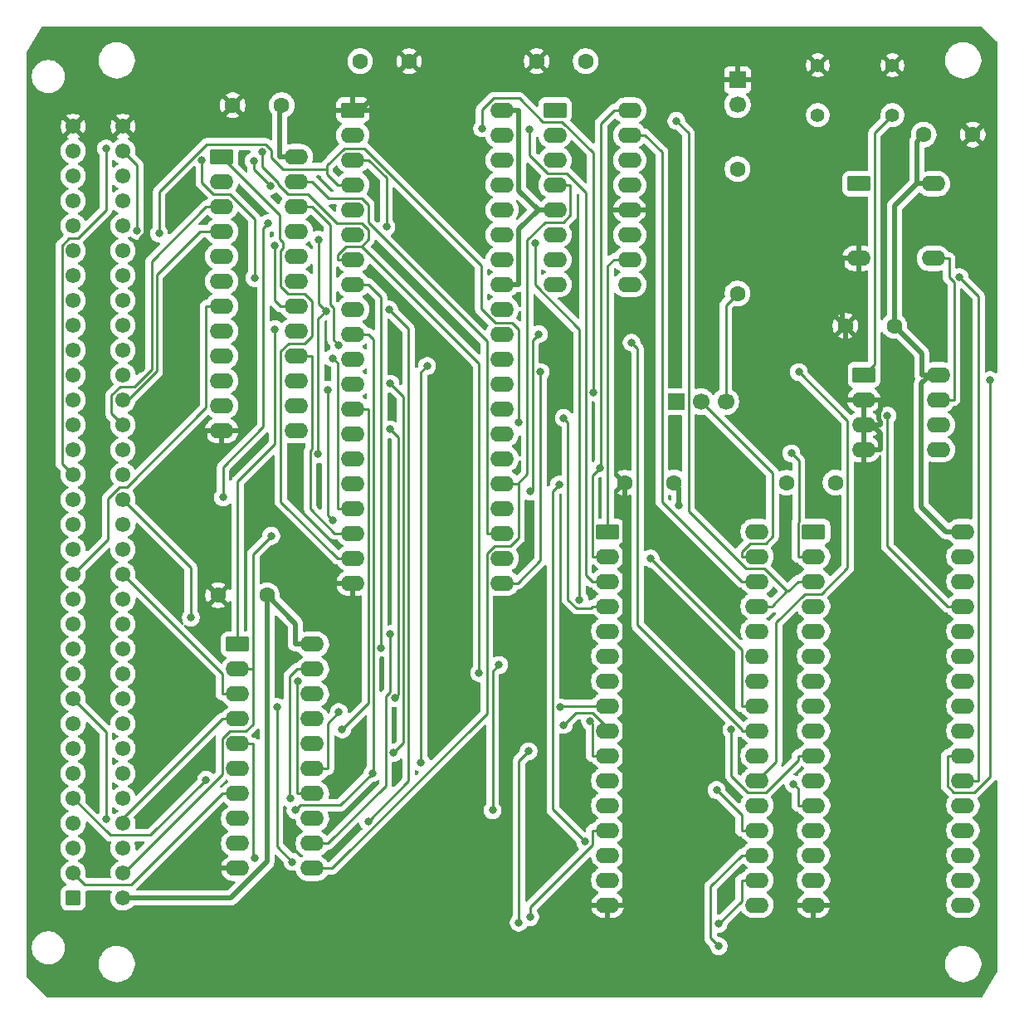
<source format=gbl>
G04 #@! TF.GenerationSoftware,KiCad,Pcbnew,9.0.6*
G04 #@! TF.CreationDate,2025-12-29T15:57:49+11:00*
G04 #@! TF.ProjectId,MECB_8088_CPU,4d454342-5f38-4303-9838-5f4350552e6b,1.0*
G04 #@! TF.SameCoordinates,Original*
G04 #@! TF.FileFunction,Copper,L2,Bot*
G04 #@! TF.FilePolarity,Positive*
%FSLAX46Y46*%
G04 Gerber Fmt 4.6, Leading zero omitted, Abs format (unit mm)*
G04 Created by KiCad (PCBNEW 9.0.6) date 2025-12-29 15:57:49*
%MOMM*%
%LPD*%
G01*
G04 APERTURE LIST*
G04 Aperture macros list*
%AMRoundRect*
0 Rectangle with rounded corners*
0 $1 Rounding radius*
0 $2 $3 $4 $5 $6 $7 $8 $9 X,Y pos of 4 corners*
0 Add a 4 corners polygon primitive as box body*
4,1,4,$2,$3,$4,$5,$6,$7,$8,$9,$2,$3,0*
0 Add four circle primitives for the rounded corners*
1,1,$1+$1,$2,$3*
1,1,$1+$1,$4,$5*
1,1,$1+$1,$6,$7*
1,1,$1+$1,$8,$9*
0 Add four rect primitives between the rounded corners*
20,1,$1+$1,$2,$3,$4,$5,0*
20,1,$1+$1,$4,$5,$6,$7,0*
20,1,$1+$1,$6,$7,$8,$9,0*
20,1,$1+$1,$8,$9,$2,$3,0*%
G04 Aperture macros list end*
G04 #@! TA.AperFunction,ComponentPad*
%ADD10RoundRect,0.250000X-0.950000X-0.550000X0.950000X-0.550000X0.950000X0.550000X-0.950000X0.550000X0*%
G04 #@! TD*
G04 #@! TA.AperFunction,ComponentPad*
%ADD11O,2.400000X1.600000*%
G04 #@! TD*
G04 #@! TA.AperFunction,ComponentPad*
%ADD12RoundRect,0.249550X0.525450X-0.525450X0.525450X0.525450X-0.525450X0.525450X-0.525450X-0.525450X0*%
G04 #@! TD*
G04 #@! TA.AperFunction,ComponentPad*
%ADD13C,1.550000*%
G04 #@! TD*
G04 #@! TA.AperFunction,ComponentPad*
%ADD14C,1.397000*%
G04 #@! TD*
G04 #@! TA.AperFunction,ComponentPad*
%ADD15C,1.600000*%
G04 #@! TD*
G04 #@! TA.AperFunction,ComponentPad*
%ADD16R,1.700000X1.700000*%
G04 #@! TD*
G04 #@! TA.AperFunction,ComponentPad*
%ADD17C,1.700000*%
G04 #@! TD*
G04 #@! TA.AperFunction,ViaPad*
%ADD18C,0.800000*%
G04 #@! TD*
G04 #@! TA.AperFunction,Conductor*
%ADD19C,0.254000*%
G04 #@! TD*
G04 #@! TA.AperFunction,Conductor*
%ADD20C,0.508000*%
G04 #@! TD*
G04 APERTURE END LIST*
D10*
X130260000Y-55500000D03*
D11*
X130260000Y-58040000D03*
X130260000Y-60580000D03*
X130260000Y-63120000D03*
X130260000Y-65660000D03*
X130260000Y-68200000D03*
X130260000Y-70740000D03*
X130260000Y-73280000D03*
X130260000Y-75820000D03*
X130260000Y-78360000D03*
X130260000Y-80900000D03*
X130260000Y-83440000D03*
X130260000Y-85980000D03*
X130260000Y-88520000D03*
X130260000Y-91060000D03*
X130260000Y-93600000D03*
X130260000Y-96140000D03*
X130260000Y-98680000D03*
X130260000Y-101220000D03*
X130260000Y-103760000D03*
X145500000Y-103760000D03*
X145500000Y-101220000D03*
X145500000Y-98680000D03*
X145500000Y-96140000D03*
X145500000Y-93600000D03*
X145500000Y-91060000D03*
X145500000Y-88520000D03*
X145500000Y-85980000D03*
X145500000Y-83440000D03*
X145500000Y-80900000D03*
X145500000Y-78360000D03*
X145500000Y-75820000D03*
X145500000Y-73280000D03*
X145500000Y-70740000D03*
X145500000Y-68200000D03*
X145500000Y-65660000D03*
X145500000Y-63120000D03*
X145500000Y-60580000D03*
X145500000Y-58040000D03*
X145500000Y-55500000D03*
D12*
X101727000Y-135890000D03*
D13*
X101727000Y-133350000D03*
X101727000Y-130810000D03*
X101727000Y-128270000D03*
X101727000Y-125730000D03*
X101727000Y-123190000D03*
X101727000Y-120650000D03*
X101727000Y-118110000D03*
X101727000Y-115570000D03*
X101727000Y-113030000D03*
X101727000Y-110490000D03*
X101727000Y-107950000D03*
X101727000Y-105410000D03*
X101727000Y-102870000D03*
X101727000Y-100330000D03*
X101727000Y-97790000D03*
X101727000Y-95250000D03*
X101727000Y-92710000D03*
X101727000Y-90170000D03*
X101727000Y-87630000D03*
X101727000Y-85090000D03*
X101727000Y-82550000D03*
X101727000Y-80010000D03*
X101727000Y-77470000D03*
X101727000Y-74930000D03*
X101727000Y-72390000D03*
X101727000Y-69850000D03*
X101727000Y-67310000D03*
X101727000Y-64770000D03*
X101727000Y-62230000D03*
X101727000Y-59690000D03*
X101727000Y-57150000D03*
X106807000Y-135890000D03*
X106807000Y-133350000D03*
X106807000Y-130810000D03*
X106807000Y-128270000D03*
X106807000Y-125730000D03*
X106807000Y-123190000D03*
X106807000Y-120650000D03*
X106807000Y-118110000D03*
X106807000Y-115570000D03*
X106807000Y-113030000D03*
X106807000Y-110490000D03*
X106807000Y-107950000D03*
X106807000Y-105410000D03*
X106807000Y-102870000D03*
X106807000Y-100330000D03*
X106807000Y-97790000D03*
X106807000Y-95250000D03*
X106807000Y-92710000D03*
X106807000Y-90170000D03*
X106807000Y-87630000D03*
X106807000Y-85090000D03*
X106807000Y-82550000D03*
X106807000Y-80010000D03*
X106807000Y-77470000D03*
X106807000Y-74930000D03*
X106807000Y-72390000D03*
X106807000Y-69850000D03*
X106807000Y-67310000D03*
X106807000Y-64770000D03*
X106807000Y-62230000D03*
X106807000Y-59690000D03*
X106807000Y-57150000D03*
D14*
X177690000Y-50920000D03*
X185310000Y-50920000D03*
X177690000Y-56000000D03*
X185310000Y-56000000D03*
D15*
X180500000Y-77500000D03*
X185500000Y-77500000D03*
D10*
X156260000Y-98500000D03*
D11*
X156260000Y-101040000D03*
X156260000Y-103580000D03*
X156260000Y-106120000D03*
X156260000Y-108660000D03*
X156260000Y-111200000D03*
X156260000Y-113740000D03*
X156260000Y-116280000D03*
X156260000Y-118820000D03*
X156260000Y-121360000D03*
X156260000Y-123900000D03*
X156260000Y-126440000D03*
X156260000Y-128980000D03*
X156260000Y-131520000D03*
X156260000Y-134060000D03*
X156260000Y-136600000D03*
X171500000Y-136600000D03*
X171500000Y-134060000D03*
X171500000Y-131520000D03*
X171500000Y-128980000D03*
X171500000Y-126440000D03*
X171500000Y-123900000D03*
X171500000Y-121360000D03*
X171500000Y-118820000D03*
X171500000Y-116280000D03*
X171500000Y-113740000D03*
X171500000Y-111200000D03*
X171500000Y-108660000D03*
X171500000Y-106120000D03*
X171500000Y-103580000D03*
X171500000Y-101040000D03*
X171500000Y-98500000D03*
D15*
X158000000Y-93500000D03*
X163000000Y-93500000D03*
X174500000Y-93500000D03*
X179500000Y-93500000D03*
D10*
X116880000Y-60260000D03*
D11*
X116880000Y-62800000D03*
X116880000Y-65340000D03*
X116880000Y-67880000D03*
X116880000Y-70420000D03*
X116880000Y-72960000D03*
X116880000Y-75500000D03*
X116880000Y-78040000D03*
X116880000Y-80580000D03*
X116880000Y-83120000D03*
X116880000Y-85660000D03*
X116880000Y-88200000D03*
X124500000Y-88200000D03*
X124500000Y-85660000D03*
X124500000Y-83120000D03*
X124500000Y-80580000D03*
X124500000Y-78040000D03*
X124500000Y-75500000D03*
X124500000Y-72960000D03*
X124500000Y-70420000D03*
X124500000Y-67880000D03*
X124500000Y-65340000D03*
X124500000Y-62800000D03*
X124500000Y-60260000D03*
D16*
X169500000Y-52420000D03*
D17*
X169500000Y-54960000D03*
D10*
X182380000Y-82500000D03*
D11*
X182380000Y-85040000D03*
X182380000Y-87580000D03*
X182380000Y-90120000D03*
X190000000Y-90120000D03*
X190000000Y-87580000D03*
X190000000Y-85040000D03*
X190000000Y-82500000D03*
D15*
X188500000Y-58000000D03*
X193500000Y-58000000D03*
D10*
X181880000Y-63000000D03*
D11*
X181880000Y-70620000D03*
X189500000Y-70620000D03*
X189500000Y-63000000D03*
D15*
X118000000Y-55000000D03*
X123000000Y-55000000D03*
X116500000Y-105000000D03*
X121500000Y-105000000D03*
X169500000Y-61500000D03*
X169500000Y-74200000D03*
D10*
X177260000Y-98500000D03*
D11*
X177260000Y-101040000D03*
X177260000Y-103580000D03*
X177260000Y-106120000D03*
X177260000Y-108660000D03*
X177260000Y-111200000D03*
X177260000Y-113740000D03*
X177260000Y-116280000D03*
X177260000Y-118820000D03*
X177260000Y-121360000D03*
X177260000Y-123900000D03*
X177260000Y-126440000D03*
X177260000Y-128980000D03*
X177260000Y-131520000D03*
X177260000Y-134060000D03*
X177260000Y-136600000D03*
X192500000Y-136600000D03*
X192500000Y-134060000D03*
X192500000Y-131520000D03*
X192500000Y-128980000D03*
X192500000Y-126440000D03*
X192500000Y-123900000D03*
X192500000Y-121360000D03*
X192500000Y-118820000D03*
X192500000Y-116280000D03*
X192500000Y-113740000D03*
X192500000Y-111200000D03*
X192500000Y-108660000D03*
X192500000Y-106120000D03*
X192500000Y-103580000D03*
X192500000Y-101040000D03*
X192500000Y-98500000D03*
D10*
X118500000Y-110000000D03*
D11*
X118500000Y-112540000D03*
X118500000Y-115080000D03*
X118500000Y-117620000D03*
X118500000Y-120160000D03*
X118500000Y-122700000D03*
X118500000Y-125240000D03*
X118500000Y-127780000D03*
X118500000Y-130320000D03*
X118500000Y-132860000D03*
X126120000Y-132860000D03*
X126120000Y-130320000D03*
X126120000Y-127780000D03*
X126120000Y-125240000D03*
X126120000Y-122700000D03*
X126120000Y-120160000D03*
X126120000Y-117620000D03*
X126120000Y-115080000D03*
X126120000Y-112540000D03*
X126120000Y-110000000D03*
D15*
X154000000Y-50500000D03*
X149000000Y-50500000D03*
D10*
X150880000Y-55500000D03*
D11*
X150880000Y-58040000D03*
X150880000Y-60580000D03*
X150880000Y-63120000D03*
X150880000Y-65660000D03*
X150880000Y-68200000D03*
X150880000Y-70740000D03*
X150880000Y-73280000D03*
X158500000Y-73280000D03*
X158500000Y-70740000D03*
X158500000Y-68200000D03*
X158500000Y-65660000D03*
X158500000Y-63120000D03*
X158500000Y-60580000D03*
X158500000Y-58040000D03*
X158500000Y-55500000D03*
D16*
X163230000Y-85230000D03*
D17*
X165770000Y-85230000D03*
X168310000Y-85230000D03*
D15*
X131000000Y-50500000D03*
X136000000Y-50500000D03*
D18*
X184805900Y-86677800D03*
X122286600Y-77852700D03*
X149400200Y-82222500D03*
X154781200Y-84273000D03*
X121823100Y-63217600D03*
X120148500Y-60675400D03*
X143442000Y-57365500D03*
X192152400Y-72530900D03*
X128184100Y-80800200D03*
X128824100Y-79454300D03*
X175759300Y-82223000D03*
X149233500Y-78360700D03*
X148393100Y-94405800D03*
X128191900Y-97344800D03*
X127703900Y-84021300D03*
X155468900Y-92008900D03*
X175003600Y-90519700D03*
X110492600Y-68084800D03*
X151768500Y-86902500D03*
X147216600Y-87350900D03*
X163264700Y-56604300D03*
X105073000Y-59413000D03*
X120234700Y-72627500D03*
X114842300Y-60590200D03*
X151429200Y-116441900D03*
X128836900Y-116920900D03*
X134075400Y-108963100D03*
X133136700Y-110347300D03*
X151776900Y-118232300D03*
X133677900Y-67419400D03*
X153385900Y-105458500D03*
X148844700Y-69093900D03*
X105073000Y-127846500D03*
X144507500Y-126931500D03*
X145183700Y-112104100D03*
X121019200Y-59784900D03*
X143133200Y-112922000D03*
X121636100Y-67034000D03*
X117014000Y-95013700D03*
X160624400Y-101243200D03*
X113731500Y-107282800D03*
X124627100Y-113810000D03*
X108248800Y-67790600D03*
X122314700Y-69282800D03*
X153933900Y-130121000D03*
X151307200Y-93702200D03*
X126702900Y-90593800D03*
X126791000Y-68699800D03*
X195270900Y-83055500D03*
X127496200Y-75981000D03*
X175230100Y-124285700D03*
X123879700Y-125741500D03*
X124101100Y-132200600D03*
X122519600Y-116392200D03*
X134546200Y-115481000D03*
X134076200Y-88063800D03*
X133960100Y-75830800D03*
X131814300Y-128067300D03*
X148354500Y-137845500D03*
X121924300Y-98942300D03*
X154464700Y-117852400D03*
X168889400Y-118724500D03*
X134390300Y-121087500D03*
X134076200Y-83408200D03*
X167589500Y-138516500D03*
X147192800Y-138404700D03*
X148190900Y-120923900D03*
X115289300Y-123808200D03*
X120210900Y-131798600D03*
X129181100Y-118674900D03*
X148316900Y-57473700D03*
X124407000Y-126930000D03*
X132261100Y-123138000D03*
X167367800Y-124881000D03*
X167589500Y-140800200D03*
X137837200Y-81615300D03*
X137224700Y-122077800D03*
X158700900Y-79218900D03*
X163521500Y-95800200D03*
X108675400Y-81888000D03*
D19*
X184805900Y-100008600D02*
X184805900Y-86677800D01*
X190917300Y-106120000D02*
X184805900Y-100008600D01*
X192500000Y-106120000D02*
X190917300Y-106120000D01*
X150880000Y-63120000D02*
X152462700Y-63120000D01*
X126120000Y-132860000D02*
X127702700Y-132860000D01*
X147081000Y-93600000D02*
X147081200Y-93600000D01*
X145500000Y-93600000D02*
X147081000Y-93600000D01*
X147081200Y-93600000D02*
X147082700Y-93600000D01*
X147162800Y-93681600D02*
X147081200Y-93600000D01*
X147162800Y-99157400D02*
X147162800Y-93681600D01*
X146368900Y-99951300D02*
X147162800Y-99157400D01*
X144683600Y-99951300D02*
X146368900Y-99951300D01*
X143915900Y-100719000D02*
X144683600Y-99951300D01*
X143915900Y-117072600D02*
X143915900Y-100719000D01*
X128128500Y-132860000D02*
X143915900Y-117072600D01*
X127702700Y-132860000D02*
X128128500Y-132860000D01*
X148060500Y-92622200D02*
X147082700Y-93600000D01*
X148060500Y-68771300D02*
X148060500Y-92622200D01*
X149901800Y-66930000D02*
X148060500Y-68771300D01*
X151754200Y-66930000D02*
X149901800Y-66930000D01*
X152462700Y-66221500D02*
X151754200Y-66930000D01*
X152462700Y-63120000D02*
X152462700Y-66221500D01*
X118500000Y-93380400D02*
X118500000Y-110000000D01*
X122286600Y-89593800D02*
X118500000Y-93380400D01*
X122286600Y-77852700D02*
X122286600Y-89593800D01*
X145500000Y-103760000D02*
X147082700Y-103760000D01*
X149400200Y-101442500D02*
X149400200Y-82222500D01*
X147082700Y-103760000D02*
X149400200Y-101442500D01*
X124500000Y-62800000D02*
X126082700Y-62800000D01*
X145500000Y-98680000D02*
X143917300Y-98680000D01*
X143917300Y-79063900D02*
X143917300Y-98680000D01*
X131842700Y-66989300D02*
X143917300Y-79063900D01*
X131842700Y-65170100D02*
X131842700Y-66989300D01*
X131149900Y-64477300D02*
X131842700Y-65170100D01*
X127760000Y-64477300D02*
X131149900Y-64477300D01*
X126082700Y-62800000D02*
X127760000Y-64477300D01*
X143442000Y-55439600D02*
X143442000Y-57365500D01*
X144604400Y-54277200D02*
X143442000Y-55439600D01*
X147221100Y-54277200D02*
X144604400Y-54277200D01*
X149633800Y-56689900D02*
X147221100Y-54277200D01*
X151619100Y-56689900D02*
X149633800Y-56689900D01*
X154781200Y-59852000D02*
X151619100Y-56689900D01*
X154781200Y-84273000D02*
X154781200Y-59852000D01*
X120148500Y-61543000D02*
X120148500Y-60675400D01*
X121823100Y-63217600D02*
X120148500Y-61543000D01*
X130260000Y-98680000D02*
X128677300Y-98680000D01*
X124500000Y-80580000D02*
X126082700Y-80580000D01*
X128420300Y-98680000D02*
X128677300Y-98680000D01*
X125920200Y-96179900D02*
X128420300Y-98680000D01*
X125920200Y-90269700D02*
X125920200Y-96179900D01*
X126082700Y-90107200D02*
X125920200Y-90269700D01*
X126082700Y-80580000D02*
X126082700Y-90107200D01*
X194082700Y-74461200D02*
X192152400Y-72530900D01*
X194082700Y-123900000D02*
X194082700Y-74461200D01*
X192500000Y-123900000D02*
X194082700Y-123900000D01*
X130260000Y-96140000D02*
X128677300Y-96140000D01*
X128677300Y-81293400D02*
X128184100Y-80800200D01*
X128677300Y-96140000D02*
X128677300Y-81293400D01*
X173438100Y-121961900D02*
X171500000Y-123900000D01*
X173438100Y-107797000D02*
X173438100Y-121961900D01*
X176343600Y-104891500D02*
X173438100Y-107797000D01*
X178051100Y-104891500D02*
X176343600Y-104891500D01*
X180733400Y-102209200D02*
X178051100Y-104891500D01*
X180733400Y-87197100D02*
X180733400Y-102209200D01*
X175759300Y-82223000D02*
X180733400Y-87197100D01*
X124500000Y-65340000D02*
X126082700Y-65340000D01*
X127923300Y-67180600D02*
X126082700Y-65340000D01*
X127923300Y-75301200D02*
X127923300Y-67180600D01*
X128278900Y-75656800D02*
X127923300Y-75301200D01*
X128278900Y-78909100D02*
X128278900Y-75656800D01*
X128824100Y-79454300D02*
X128278900Y-78909100D01*
X148593800Y-94205100D02*
X148393100Y-94405800D01*
X148593800Y-79000400D02*
X148593800Y-94205100D01*
X149233500Y-78360700D02*
X148593800Y-79000400D01*
X127703900Y-96856800D02*
X127703900Y-84021300D01*
X128191900Y-97344800D02*
X127703900Y-96856800D01*
X168310000Y-75390000D02*
X168310000Y-85230000D01*
X169500000Y-74200000D02*
X168310000Y-75390000D01*
X189500000Y-70620000D02*
X191082700Y-70620000D01*
X190000000Y-85040000D02*
X191582700Y-85040000D01*
X130260000Y-101220000D02*
X128677300Y-101220000D01*
X122813600Y-66193600D02*
X116880000Y-60260000D01*
X122813600Y-68674800D02*
X122813600Y-66193600D01*
X123097400Y-68958600D02*
X122813600Y-68674800D01*
X123097400Y-69607000D02*
X123097400Y-68958600D01*
X122884500Y-69819900D02*
X123097400Y-69607000D01*
X122884500Y-73493400D02*
X122884500Y-69819900D01*
X123619600Y-74228500D02*
X122884500Y-73493400D01*
X125310900Y-74228500D02*
X123619600Y-74228500D01*
X126085900Y-75003500D02*
X125310900Y-74228500D01*
X126085900Y-78579300D02*
X126085900Y-75003500D01*
X125355200Y-79310000D02*
X126085900Y-78579300D01*
X123680200Y-79310000D02*
X125355200Y-79310000D01*
X122908300Y-80081900D02*
X123680200Y-79310000D01*
X122908300Y-95451000D02*
X122908300Y-80081900D01*
X128677300Y-101220000D02*
X122908300Y-95451000D01*
X191582700Y-73068000D02*
X191582700Y-85040000D01*
X191082700Y-72568000D02*
X191582700Y-73068000D01*
X191082700Y-70620000D02*
X191082700Y-72568000D01*
X171500000Y-101040000D02*
X169917300Y-101040000D01*
X173082700Y-92542700D02*
X165770000Y-85230000D01*
X173082700Y-98989900D02*
X173082700Y-92542700D01*
X172389900Y-99682700D02*
X173082700Y-98989900D01*
X170776100Y-99682700D02*
X172389900Y-99682700D01*
X169917300Y-100541500D02*
X170776100Y-99682700D01*
X169917300Y-101040000D02*
X169917300Y-100541500D01*
X158500000Y-55500000D02*
X156917300Y-55500000D01*
X156260000Y-101040000D02*
X154677300Y-101040000D01*
X175672700Y-101035400D02*
X175677300Y-101040000D01*
X175672700Y-97577200D02*
X175672700Y-101035400D01*
X175760500Y-97489400D02*
X175672700Y-97577200D01*
X175760500Y-91276600D02*
X175760500Y-97489400D01*
X175003600Y-90519700D02*
X175760500Y-91276600D01*
X154668000Y-92809800D02*
X155468900Y-92008900D01*
X154668000Y-101030700D02*
X154668000Y-92809800D01*
X154677300Y-101040000D02*
X154668000Y-101030700D01*
X177260000Y-101040000D02*
X175677300Y-101040000D01*
X155563900Y-56853400D02*
X156917300Y-55500000D01*
X155563900Y-91913900D02*
X155563900Y-56853400D01*
X155468900Y-92008900D02*
X155563900Y-91913900D01*
X130260000Y-63120000D02*
X128677300Y-63120000D01*
X152206900Y-87340900D02*
X151768500Y-86902500D01*
X152206900Y-105435400D02*
X152206900Y-87340900D01*
X153066500Y-106295000D02*
X152206900Y-105435400D01*
X154502300Y-106295000D02*
X153066500Y-106295000D01*
X154677300Y-106120000D02*
X154502300Y-106295000D01*
X110492600Y-63833100D02*
X110492600Y-68084800D01*
X115343600Y-58982100D02*
X110492600Y-63833100D01*
X121333800Y-58982100D02*
X115343600Y-58982100D01*
X121970900Y-59619200D02*
X121333800Y-58982100D01*
X121970900Y-60350800D02*
X121970900Y-59619200D01*
X123150100Y-61530000D02*
X121970900Y-60350800D01*
X127613800Y-61530000D02*
X123150100Y-61530000D01*
X127613800Y-61146800D02*
X127613800Y-61530000D01*
X129363300Y-59397300D02*
X127613800Y-61146800D01*
X131436100Y-59397300D02*
X129363300Y-59397300D01*
X143355500Y-71316700D02*
X131436100Y-59397300D01*
X143355500Y-75765500D02*
X143355500Y-71316700D01*
X144767300Y-77177300D02*
X143355500Y-75765500D01*
X146484800Y-77177300D02*
X144767300Y-77177300D01*
X147216600Y-77909100D02*
X146484800Y-77177300D01*
X147216600Y-87350900D02*
X147216600Y-77909100D01*
X127613800Y-62056500D02*
X128677300Y-63120000D01*
X127613800Y-61530000D02*
X127613800Y-62056500D01*
X156260000Y-106120000D02*
X154677300Y-106120000D01*
X177260000Y-103580000D02*
X175677300Y-103580000D01*
X174700100Y-104557200D02*
X174560400Y-104557200D01*
X175677300Y-103580000D02*
X174700100Y-104557200D01*
X164500000Y-57839600D02*
X163264700Y-56604300D01*
X164500000Y-96401000D02*
X164500000Y-57839600D01*
X170344000Y-102245000D02*
X164500000Y-96401000D01*
X172248200Y-102245000D02*
X170344000Y-102245000D01*
X174560400Y-104557200D02*
X172248200Y-102245000D01*
X173082700Y-106034900D02*
X174560400Y-104557200D01*
X173082700Y-106120000D02*
X173082700Y-106034900D01*
X171500000Y-106120000D02*
X173082700Y-106120000D01*
X105073000Y-65695400D02*
X105073000Y-59413000D01*
X102188400Y-68580000D02*
X105073000Y-65695400D01*
X101295000Y-68580000D02*
X102188400Y-68580000D01*
X100569300Y-69305700D02*
X101295000Y-68580000D01*
X100569300Y-91552300D02*
X100569300Y-69305700D01*
X101727000Y-92710000D02*
X100569300Y-91552300D01*
X183489900Y-81390100D02*
X182380000Y-82500000D01*
X183489900Y-57820100D02*
X183489900Y-81390100D01*
X185310000Y-56000000D02*
X183489900Y-57820100D01*
X114842300Y-62866400D02*
X114842300Y-60590200D01*
X116045900Y-64070000D02*
X114842300Y-62866400D01*
X117721500Y-64070000D02*
X116045900Y-64070000D01*
X120234700Y-66583200D02*
X117721500Y-64070000D01*
X120234700Y-72627500D02*
X120234700Y-66583200D01*
X151591100Y-116280000D02*
X151429200Y-116441900D01*
X156260000Y-116280000D02*
X151591100Y-116280000D01*
X127702700Y-118055100D02*
X127702700Y-122700000D01*
X128836900Y-116920900D02*
X127702700Y-118055100D01*
X126120000Y-122700000D02*
X127702700Y-122700000D01*
X126120000Y-130320000D02*
X127702700Y-130320000D01*
X134075400Y-114845000D02*
X134075400Y-108963100D01*
X133606200Y-115314200D02*
X134075400Y-114845000D01*
X133606200Y-124416500D02*
X133606200Y-115314200D01*
X127702700Y-130320000D02*
X133606200Y-124416500D01*
X130260000Y-73280000D02*
X131842700Y-73280000D01*
X133136700Y-74574000D02*
X133136700Y-110347300D01*
X131842700Y-73280000D02*
X133136700Y-74574000D01*
X152999700Y-117009500D02*
X151776900Y-118232300D01*
X154729500Y-117009500D02*
X152999700Y-117009500D01*
X156260000Y-118540000D02*
X154729500Y-117009500D01*
X156260000Y-118820000D02*
X156260000Y-118540000D01*
X130260000Y-60580000D02*
X131842700Y-60580000D01*
X153385900Y-77862700D02*
X153385900Y-105458500D01*
X148844700Y-73321500D02*
X153385900Y-77862700D01*
X148844700Y-69093900D02*
X148844700Y-73321500D01*
X133677900Y-62415200D02*
X131842700Y-60580000D01*
X133677900Y-67419400D02*
X133677900Y-62415200D01*
X105073000Y-118916000D02*
X101727000Y-115570000D01*
X105073000Y-127846500D02*
X105073000Y-118916000D01*
X144507500Y-112780300D02*
X145183700Y-112104100D01*
X144507500Y-126931500D02*
X144507500Y-112780300D01*
X130260000Y-70740000D02*
X128677300Y-70740000D01*
X129536100Y-69382700D02*
X131149900Y-69382700D01*
X128677300Y-70241500D02*
X129536100Y-69382700D01*
X128677300Y-70740000D02*
X128677300Y-70241500D01*
X143133200Y-81366000D02*
X131149900Y-69382700D01*
X143133200Y-112922000D02*
X143133200Y-81366000D01*
X121019200Y-61306900D02*
X121019200Y-59784900D01*
X122605800Y-62893500D02*
X121019200Y-61306900D01*
X122605800Y-63055300D02*
X122605800Y-62893500D01*
X123620500Y-64070000D02*
X122605800Y-63055300D01*
X125697800Y-64070000D02*
X123620500Y-64070000D01*
X128645100Y-67017300D02*
X125697800Y-64070000D01*
X131149900Y-67017300D02*
X128645100Y-67017300D01*
X131842700Y-67710100D02*
X131149900Y-67017300D01*
X131842700Y-68689900D02*
X131842700Y-67710100D01*
X131149900Y-69382700D02*
X131842700Y-68689900D01*
X117014000Y-91925700D02*
X117014000Y-95013700D01*
X121136700Y-87803000D02*
X117014000Y-91925700D01*
X121136700Y-67533400D02*
X121136700Y-87803000D01*
X121636100Y-67034000D02*
X121136700Y-67533400D01*
X169917300Y-110536100D02*
X160624400Y-101243200D01*
X169917300Y-116280000D02*
X169917300Y-110536100D01*
X171500000Y-116280000D02*
X169917300Y-116280000D01*
X113731500Y-102174500D02*
X113731500Y-107282800D01*
X106807000Y-95250000D02*
X113731500Y-102174500D01*
X124537300Y-113899800D02*
X124537300Y-125240000D01*
X124627100Y-113810000D02*
X124537300Y-113899800D01*
X126120000Y-125240000D02*
X124537300Y-125240000D01*
X116880000Y-67880000D02*
X115297300Y-67880000D01*
X107301100Y-85090000D02*
X106807000Y-85090000D01*
X110247300Y-82143800D02*
X107301100Y-85090000D01*
X110247300Y-72316700D02*
X110247300Y-82143800D01*
X114684000Y-67880000D02*
X110247300Y-72316700D01*
X115297300Y-67880000D02*
X114684000Y-67880000D01*
X108248800Y-61131800D02*
X108248800Y-67790600D01*
X106807000Y-59690000D02*
X108248800Y-61131800D01*
X122314700Y-74897400D02*
X122917300Y-75500000D01*
X122314700Y-69282800D02*
X122314700Y-74897400D01*
X124500000Y-75500000D02*
X122917300Y-75500000D01*
X116917300Y-112980300D02*
X106807000Y-102870000D01*
X116917300Y-115080000D02*
X116917300Y-112980300D01*
X118500000Y-115080000D02*
X116917300Y-115080000D01*
X150646500Y-126833600D02*
X153933900Y-130121000D01*
X150646500Y-94362900D02*
X150646500Y-126833600D01*
X151307200Y-93702200D02*
X150646500Y-94362900D01*
X195270900Y-123475600D02*
X195270900Y-83055500D01*
X193641500Y-125105000D02*
X195270900Y-123475600D01*
X191552800Y-125105000D02*
X193641500Y-125105000D01*
X190917300Y-124469500D02*
X191552800Y-125105000D01*
X190917300Y-121360000D02*
X190917300Y-124469500D01*
X126791000Y-75275800D02*
X127496200Y-75981000D01*
X126791000Y-68699800D02*
X126791000Y-75275800D01*
X126702900Y-76774300D02*
X126702900Y-90593800D01*
X127496200Y-75981000D02*
X126702900Y-76774300D01*
X192500000Y-121360000D02*
X190917300Y-121360000D01*
X175677300Y-124732900D02*
X175230100Y-124285700D01*
X175677300Y-126440000D02*
X175677300Y-124732900D01*
X177260000Y-126440000D02*
X175677300Y-126440000D01*
X123812900Y-113264400D02*
X124537300Y-112540000D01*
X123812900Y-125674700D02*
X123812900Y-113264400D01*
X123879700Y-125741500D02*
X123812900Y-125674700D01*
X126120000Y-112540000D02*
X124537300Y-112540000D01*
X118500000Y-117620000D02*
X116917300Y-117620000D01*
X134867900Y-88855500D02*
X134076200Y-88063800D01*
X134867900Y-115159300D02*
X134867900Y-88855500D01*
X134546200Y-115481000D02*
X134867900Y-115159300D01*
X122519600Y-130619100D02*
X124101100Y-132200600D01*
X122519600Y-116392200D02*
X122519600Y-130619100D01*
X106807000Y-127730300D02*
X106807000Y-128270000D01*
X116917300Y-117620000D02*
X106807000Y-127730300D01*
X135929700Y-123951900D02*
X131814300Y-128067300D01*
X135929700Y-77800400D02*
X135929700Y-123951900D01*
X133960100Y-75830800D02*
X135929700Y-77800400D01*
X156260000Y-128980000D02*
X154677300Y-128980000D01*
X120083700Y-100782900D02*
X121924300Y-98942300D01*
X120083700Y-112539000D02*
X120083700Y-100782900D01*
X120082700Y-112540000D02*
X120083700Y-112539000D01*
X118500000Y-112540000D02*
X120082700Y-112540000D01*
X154677300Y-129757500D02*
X154677300Y-128980000D01*
X154716600Y-129796800D02*
X154677300Y-129757500D01*
X154716600Y-130445200D02*
X154716600Y-129796800D01*
X148354500Y-136807300D02*
X154716600Y-130445200D01*
X148354500Y-137845500D02*
X148354500Y-136807300D01*
X120082700Y-118140200D02*
X120082700Y-112540000D01*
X119332900Y-118890000D02*
X120082700Y-118140200D01*
X117686600Y-118890000D02*
X119332900Y-118890000D01*
X116917300Y-119659300D02*
X117686600Y-118890000D01*
X116917300Y-123287100D02*
X116917300Y-119659300D01*
X106854400Y-133350000D02*
X116917300Y-123287100D01*
X106807000Y-133350000D02*
X106854400Y-133350000D01*
X158500000Y-70740000D02*
X156917300Y-70740000D01*
X156260000Y-71397300D02*
X156260000Y-98500000D01*
X156917300Y-70740000D02*
X156260000Y-71397300D01*
X154677300Y-118065000D02*
X154464700Y-117852400D01*
X154677300Y-121360000D02*
X154677300Y-118065000D01*
X175677300Y-121841400D02*
X175677300Y-121360000D01*
X172436000Y-125082700D02*
X175677300Y-121841400D01*
X170554200Y-125082700D02*
X172436000Y-125082700D01*
X168889400Y-123417900D02*
X170554200Y-125082700D01*
X168889400Y-118724500D02*
X168889400Y-123417900D01*
X156260000Y-121360000D02*
X154677300Y-121360000D01*
X177260000Y-121360000D02*
X175677300Y-121360000D01*
X169917300Y-136188700D02*
X167589500Y-138516500D01*
X169917300Y-134060000D02*
X169917300Y-136188700D01*
X147192800Y-121922000D02*
X148190900Y-120923900D01*
X147192800Y-138404700D02*
X147192800Y-121922000D01*
X171500000Y-134060000D02*
X169917300Y-134060000D01*
X135400400Y-120077400D02*
X134390300Y-121087500D01*
X135400400Y-84732400D02*
X135400400Y-120077400D01*
X134076200Y-83408200D02*
X135400400Y-84732400D01*
X105477500Y-129480500D02*
X101727000Y-125730000D01*
X109617000Y-129480500D02*
X105477500Y-129480500D01*
X115289300Y-123808200D02*
X109617000Y-129480500D01*
X120082700Y-131670400D02*
X120210900Y-131798600D01*
X120082700Y-120160000D02*
X120082700Y-131670400D01*
X118500000Y-120160000D02*
X120082700Y-120160000D01*
X130260000Y-85980000D02*
X131842700Y-85980000D01*
X131842700Y-116013300D02*
X129181100Y-118674900D01*
X131842700Y-85980000D02*
X131842700Y-116013300D01*
X115297300Y-85868900D02*
X115297300Y-75500000D01*
X107186200Y-93980000D02*
X115297300Y-85868900D01*
X106409300Y-93980000D02*
X107186200Y-93980000D01*
X105277200Y-95112100D02*
X106409300Y-93980000D01*
X105277200Y-99319800D02*
X105277200Y-95112100D01*
X101727000Y-102870000D02*
X105277200Y-99319800D01*
X116880000Y-75500000D02*
X115297300Y-75500000D01*
X156260000Y-103580000D02*
X154677300Y-103580000D01*
X153998500Y-102901200D02*
X154677300Y-103580000D01*
X153998500Y-63878000D02*
X153998500Y-102901200D01*
X152057800Y-61937300D02*
X153998500Y-63878000D01*
X150159800Y-61937300D02*
X152057800Y-61937300D01*
X148316900Y-60094400D02*
X150159800Y-61937300D01*
X148316900Y-57473700D02*
X148316900Y-60094400D01*
X130260000Y-78360000D02*
X131842700Y-78360000D01*
X132353900Y-123045200D02*
X132261100Y-123138000D01*
X132353900Y-78871200D02*
X132353900Y-123045200D01*
X131842700Y-78360000D02*
X132353900Y-78871200D01*
X169917300Y-127430500D02*
X169917300Y-128980000D01*
X167367800Y-124881000D02*
X169917300Y-127430500D01*
X171500000Y-128980000D02*
X169917300Y-128980000D01*
X124914300Y-126422700D02*
X124407000Y-126930000D01*
X128976400Y-126422700D02*
X124914300Y-126422700D01*
X132261100Y-123138000D02*
X128976400Y-126422700D01*
X107646600Y-134510700D02*
X116917300Y-125240000D01*
X102887700Y-134510700D02*
X107646600Y-134510700D01*
X101727000Y-133350000D02*
X102887700Y-134510700D01*
X118500000Y-125240000D02*
X116917300Y-125240000D01*
X166760100Y-134677200D02*
X169917300Y-131520000D01*
X166760100Y-139970800D02*
X166760100Y-134677200D01*
X167589500Y-140800200D02*
X166760100Y-139970800D01*
X171500000Y-131520000D02*
X169917300Y-131520000D01*
X137224700Y-82227800D02*
X137224700Y-122077800D01*
X137837200Y-81615300D02*
X137224700Y-82227800D01*
X161795500Y-95458200D02*
X169917300Y-103580000D01*
X161795500Y-59752800D02*
X161795500Y-95458200D01*
X160082700Y-58040000D02*
X161795500Y-59752800D01*
X158500000Y-58040000D02*
X160082700Y-58040000D01*
X171500000Y-103580000D02*
X169917300Y-103580000D01*
X116880000Y-65340000D02*
X115297300Y-65340000D01*
X109737600Y-70899700D02*
X115297300Y-65340000D01*
X109737600Y-81932700D02*
X109737600Y-70899700D01*
X107962600Y-83707700D02*
X109737600Y-81932700D01*
X106521600Y-83707700D02*
X107962600Y-83707700D01*
X105622800Y-84606500D02*
X106521600Y-83707700D01*
X105622800Y-86445800D02*
X105622800Y-84606500D01*
X106807000Y-87630000D02*
X105622800Y-86445800D01*
X171500000Y-118820000D02*
X169917300Y-118820000D01*
X159302800Y-79820800D02*
X158700900Y-79218900D01*
X159302800Y-108031100D02*
X159302800Y-79820800D01*
X169917300Y-118645600D02*
X159302800Y-108031100D01*
X169917300Y-118820000D02*
X169917300Y-118645600D01*
D20*
X147209700Y-67620600D02*
X149170300Y-65660000D01*
X147209700Y-73280000D02*
X147209700Y-67620600D01*
X145500000Y-73280000D02*
X147209700Y-73280000D01*
X124410300Y-107910300D02*
X121500000Y-105000000D01*
X124410300Y-110000000D02*
X124410300Y-107910300D01*
X126120000Y-110000000D02*
X124410300Y-110000000D01*
X122790300Y-55209700D02*
X123000000Y-55000000D01*
X122790300Y-60260000D02*
X122790300Y-55209700D01*
X124500000Y-60260000D02*
X122790300Y-60260000D01*
X187790300Y-58709700D02*
X187790300Y-63000000D01*
X188500000Y-58000000D02*
X187790300Y-58709700D01*
X187791800Y-63000000D02*
X187790300Y-63000000D01*
X187981700Y-63000000D02*
X187791800Y-63000000D01*
X189500000Y-63000000D02*
X187981700Y-63000000D01*
X185500000Y-65291800D02*
X185500000Y-77500000D01*
X187791800Y-63000000D02*
X185500000Y-65291800D01*
X188290300Y-80290300D02*
X185500000Y-77500000D01*
X188290300Y-82500000D02*
X188290300Y-80290300D01*
X190000000Y-82500000D02*
X189145200Y-82500000D01*
X189145200Y-82500000D02*
X188290300Y-82500000D01*
X188252100Y-95961800D02*
X190790300Y-98500000D01*
X188252100Y-83393100D02*
X188252100Y-95961800D01*
X189145200Y-82500000D02*
X188252100Y-83393100D01*
X192500000Y-98500000D02*
X190790300Y-98500000D01*
X163521500Y-94021500D02*
X163521500Y-95800200D01*
X163000000Y-93500000D02*
X163521500Y-94021500D01*
X149171800Y-65660000D02*
X149170300Y-65660000D01*
X149361700Y-65660000D02*
X149171800Y-65660000D01*
X150880000Y-65660000D02*
X149361700Y-65660000D01*
X145500000Y-55500000D02*
X147209700Y-55500000D01*
X117793400Y-135890000D02*
X106807000Y-135890000D01*
X121500000Y-132183400D02*
X117793400Y-135890000D01*
X121500000Y-105000000D02*
X121500000Y-132183400D01*
X147209700Y-63697900D02*
X149171800Y-65660000D01*
X147209700Y-55500000D02*
X147209700Y-63697900D01*
X180170300Y-77170300D02*
X180500000Y-77500000D01*
X180170300Y-70620000D02*
X180170300Y-77170300D01*
X131000000Y-55500000D02*
X130260000Y-55500000D01*
X136000000Y-50500000D02*
X131000000Y-55500000D01*
X184089700Y-88434800D02*
X184089700Y-90120000D01*
X183234900Y-87580000D02*
X184089700Y-88434800D01*
X182380000Y-87580000D02*
X183234900Y-87580000D01*
X183234900Y-87580000D02*
X184089700Y-87580000D01*
X182380000Y-90120000D02*
X184089700Y-90120000D01*
X116880000Y-88200000D02*
X115170300Y-88200000D01*
X158000000Y-136569700D02*
X158000000Y-93500000D01*
X157969700Y-136600000D02*
X158000000Y-136569700D01*
X156260000Y-136600000D02*
X157969700Y-136600000D01*
X182632800Y-85040000D02*
X184089700Y-85040000D01*
X182632800Y-85040000D02*
X182380000Y-85040000D01*
X180500000Y-84869700D02*
X180500000Y-77500000D01*
X180670300Y-85040000D02*
X180500000Y-84869700D01*
X182380000Y-85040000D02*
X180670300Y-85040000D01*
X115170300Y-103670300D02*
X116500000Y-105000000D01*
X115170300Y-88200000D02*
X115170300Y-103670300D01*
X180170900Y-70620000D02*
X180170300Y-70620000D01*
X180361200Y-70620000D02*
X180170900Y-70620000D01*
X181880000Y-70620000D02*
X180361200Y-70620000D01*
X179665900Y-52895900D02*
X177690000Y-50920000D01*
X179665900Y-70115000D02*
X179665900Y-52895900D01*
X180170900Y-70620000D02*
X179665900Y-70115000D01*
X184089700Y-87248000D02*
X184089700Y-87580000D01*
X183896200Y-87054500D02*
X184089700Y-87248000D01*
X183896200Y-86301100D02*
X183896200Y-87054500D01*
X184089700Y-86107600D02*
X183896200Y-86301100D01*
X184089700Y-85040000D02*
X184089700Y-86107600D01*
X109158500Y-59501500D02*
X106807000Y-57150000D01*
X109158500Y-68167400D02*
X109158500Y-59501500D01*
X108675400Y-68650500D02*
X109158500Y-68167400D01*
X108675400Y-81888000D02*
X108675400Y-68650500D01*
G04 #@! TA.AperFunction,Conductor*
G36*
X194515677Y-47019685D02*
G01*
X194536319Y-47036319D01*
X195963681Y-48463681D01*
X195997166Y-48525004D01*
X196000000Y-48551362D01*
X196000000Y-82218037D01*
X195980315Y-82285076D01*
X195927511Y-82330831D01*
X195858353Y-82340775D01*
X195807110Y-82321139D01*
X195701247Y-82250404D01*
X195701232Y-82250396D01*
X195535900Y-82181913D01*
X195535892Y-82181911D01*
X195360383Y-82147000D01*
X195360379Y-82147000D01*
X195181421Y-82147000D01*
X195181416Y-82147000D01*
X195005907Y-82181911D01*
X195005899Y-82181913D01*
X194889653Y-82230064D01*
X194820183Y-82237533D01*
X194757704Y-82206258D01*
X194722052Y-82146169D01*
X194718200Y-82115503D01*
X194718200Y-74398608D01*
X194718199Y-74398604D01*
X194702735Y-74320860D01*
X194693778Y-74275831D01*
X194686102Y-74257299D01*
X194645876Y-74160184D01*
X194645869Y-74160171D01*
X194576326Y-74056093D01*
X194534844Y-74014611D01*
X194487808Y-73967575D01*
X193097219Y-72576986D01*
X193063734Y-72515663D01*
X193060900Y-72489305D01*
X193060900Y-72441420D01*
X193060899Y-72441416D01*
X193045202Y-72362500D01*
X193025987Y-72265900D01*
X192957502Y-72100564D01*
X192957500Y-72100561D01*
X192957498Y-72100557D01*
X192858078Y-71951765D01*
X192858075Y-71951761D01*
X192731538Y-71825224D01*
X192731534Y-71825221D01*
X192582742Y-71725801D01*
X192582732Y-71725796D01*
X192417400Y-71657313D01*
X192417392Y-71657311D01*
X192241883Y-71622400D01*
X192241879Y-71622400D01*
X192062921Y-71622400D01*
X192062916Y-71622400D01*
X191887407Y-71657311D01*
X191881573Y-71659081D01*
X191881036Y-71657312D01*
X191820153Y-71663842D01*
X191757682Y-71632552D01*
X191722044Y-71572455D01*
X191718200Y-71541818D01*
X191718200Y-70557408D01*
X191718199Y-70557404D01*
X191693779Y-70434638D01*
X191693778Y-70434631D01*
X191671551Y-70380970D01*
X191645876Y-70318984D01*
X191645869Y-70318971D01*
X191576325Y-70214892D01*
X191576322Y-70214888D01*
X191487811Y-70126377D01*
X191487807Y-70126374D01*
X191383728Y-70056830D01*
X191383715Y-70056823D01*
X191268073Y-70008923D01*
X191268061Y-70008920D01*
X191145295Y-69984500D01*
X191145291Y-69984500D01*
X191118858Y-69984500D01*
X191051819Y-69964815D01*
X191018540Y-69933385D01*
X190898073Y-69767576D01*
X190898069Y-69767571D01*
X190752428Y-69621930D01*
X190752423Y-69621926D01*
X190585806Y-69500873D01*
X190585805Y-69500872D01*
X190585803Y-69500871D01*
X190508076Y-69461267D01*
X190402294Y-69407367D01*
X190206408Y-69343719D01*
X190030794Y-69315905D01*
X190002981Y-69311500D01*
X188997019Y-69311500D01*
X188972550Y-69315375D01*
X188793591Y-69343719D01*
X188597705Y-69407367D01*
X188414193Y-69500873D01*
X188247576Y-69621926D01*
X188247571Y-69621930D01*
X188101930Y-69767571D01*
X188101926Y-69767576D01*
X187980873Y-69934193D01*
X187887367Y-70117705D01*
X187823719Y-70313591D01*
X187791500Y-70517019D01*
X187791500Y-70722980D01*
X187823719Y-70926408D01*
X187887367Y-71122294D01*
X187940644Y-71226854D01*
X187973966Y-71292252D01*
X187980873Y-71305806D01*
X188101926Y-71472423D01*
X188101930Y-71472428D01*
X188247571Y-71618069D01*
X188247576Y-71618073D01*
X188346576Y-71690000D01*
X188414197Y-71739129D01*
X188508072Y-71786961D01*
X188597705Y-71832632D01*
X188597707Y-71832632D01*
X188597710Y-71832634D01*
X188654269Y-71851011D01*
X188793591Y-71896280D01*
X188847801Y-71904866D01*
X188997019Y-71928500D01*
X188997020Y-71928500D01*
X190002980Y-71928500D01*
X190002981Y-71928500D01*
X190206408Y-71896280D01*
X190284882Y-71870781D01*
X190354722Y-71868786D01*
X190414555Y-71904866D01*
X190445384Y-71967567D01*
X190447200Y-71988713D01*
X190447200Y-72630595D01*
X190471620Y-72753361D01*
X190471623Y-72753373D01*
X190519523Y-72869015D01*
X190519530Y-72869028D01*
X190589074Y-72973107D01*
X190589077Y-72973111D01*
X190910881Y-73294914D01*
X190944366Y-73356237D01*
X190947200Y-73382595D01*
X190947200Y-81131286D01*
X190927515Y-81198325D01*
X190874711Y-81244080D01*
X190805553Y-81254024D01*
X190784882Y-81249217D01*
X190706411Y-81223720D01*
X190546072Y-81198325D01*
X190502981Y-81191500D01*
X189497019Y-81191500D01*
X189453928Y-81198325D01*
X189293590Y-81223720D01*
X189293587Y-81223720D01*
X189215118Y-81249217D01*
X189145277Y-81251212D01*
X189085444Y-81215132D01*
X189054616Y-81152431D01*
X189052800Y-81131286D01*
X189052800Y-80215197D01*
X189023498Y-80067892D01*
X189023497Y-80067891D01*
X189023497Y-80067887D01*
X188966018Y-79929121D01*
X188964342Y-79926613D01*
X188882573Y-79804235D01*
X188882571Y-79804233D01*
X188882569Y-79804230D01*
X188882568Y-79804229D01*
X186835786Y-77757448D01*
X186802301Y-77696125D01*
X186800994Y-77650368D01*
X186808500Y-77602981D01*
X186808500Y-77397019D01*
X186781933Y-77229284D01*
X186776280Y-77193591D01*
X186732696Y-77059454D01*
X186712634Y-76997710D01*
X186712632Y-76997707D01*
X186712632Y-76997705D01*
X186665997Y-76906180D01*
X186619129Y-76814197D01*
X186568363Y-76744323D01*
X186498073Y-76647576D01*
X186498069Y-76647571D01*
X186352432Y-76501934D01*
X186352430Y-76501932D01*
X186313613Y-76473729D01*
X186270949Y-76418401D01*
X186262500Y-76373413D01*
X186262500Y-65658999D01*
X186282185Y-65591960D01*
X186298814Y-65571323D01*
X187972140Y-63897996D01*
X188033461Y-63864513D01*
X188103153Y-63869497D01*
X188147500Y-63897998D01*
X188247571Y-63998069D01*
X188247576Y-63998073D01*
X188375738Y-64091187D01*
X188414197Y-64119129D01*
X188525410Y-64175795D01*
X188597705Y-64212632D01*
X188597707Y-64212632D01*
X188597710Y-64212634D01*
X188679244Y-64239126D01*
X188793591Y-64276280D01*
X188895305Y-64292390D01*
X188997019Y-64308500D01*
X188997020Y-64308500D01*
X190002980Y-64308500D01*
X190002981Y-64308500D01*
X190206408Y-64276280D01*
X190402290Y-64212634D01*
X190585803Y-64119129D01*
X190752430Y-63998068D01*
X190898068Y-63852430D01*
X191019129Y-63685803D01*
X191112634Y-63502290D01*
X191176280Y-63306408D01*
X191208500Y-63102981D01*
X191208500Y-62897019D01*
X191176280Y-62693592D01*
X191173703Y-62685662D01*
X191146749Y-62602707D01*
X191112634Y-62497710D01*
X191112632Y-62497707D01*
X191112632Y-62497705D01*
X191041204Y-62357522D01*
X191019129Y-62314197D01*
X190996128Y-62282538D01*
X190898073Y-62147576D01*
X190898069Y-62147571D01*
X190752428Y-62001930D01*
X190752423Y-62001926D01*
X190585806Y-61880873D01*
X190585805Y-61880872D01*
X190585803Y-61880871D01*
X190513483Y-61844022D01*
X190402294Y-61787367D01*
X190206408Y-61723719D01*
X190030794Y-61695905D01*
X190002981Y-61691500D01*
X188997019Y-61691500D01*
X188948871Y-61699126D01*
X188793590Y-61723720D01*
X188793587Y-61723720D01*
X188715118Y-61749217D01*
X188645277Y-61751212D01*
X188585444Y-61715132D01*
X188554616Y-61652431D01*
X188552800Y-61631286D01*
X188552800Y-59422353D01*
X188572485Y-59355314D01*
X188625289Y-59309559D01*
X188657398Y-59299880D01*
X188806408Y-59276280D01*
X189002290Y-59212634D01*
X189185803Y-59119129D01*
X189352430Y-58998068D01*
X189498068Y-58852430D01*
X189619129Y-58685803D01*
X189712634Y-58502290D01*
X189776280Y-58306408D01*
X189808500Y-58102981D01*
X189808500Y-57897682D01*
X192200000Y-57897682D01*
X192200000Y-58102317D01*
X192232009Y-58304417D01*
X192295244Y-58499031D01*
X192388141Y-58681350D01*
X192388147Y-58681359D01*
X192420523Y-58725921D01*
X192420524Y-58725922D01*
X193100000Y-58046446D01*
X193100000Y-58052661D01*
X193127259Y-58154394D01*
X193179920Y-58245606D01*
X193254394Y-58320080D01*
X193345606Y-58372741D01*
X193447339Y-58400000D01*
X193453553Y-58400000D01*
X192774076Y-59079474D01*
X192818650Y-59111859D01*
X193000968Y-59204755D01*
X193195582Y-59267990D01*
X193397683Y-59300000D01*
X193602317Y-59300000D01*
X193804417Y-59267990D01*
X193999031Y-59204755D01*
X194181349Y-59111859D01*
X194225921Y-59079474D01*
X193546447Y-58400000D01*
X193552661Y-58400000D01*
X193654394Y-58372741D01*
X193745606Y-58320080D01*
X193820080Y-58245606D01*
X193872741Y-58154394D01*
X193900000Y-58052661D01*
X193900000Y-58046447D01*
X194579474Y-58725921D01*
X194611859Y-58681349D01*
X194704755Y-58499031D01*
X194767990Y-58304417D01*
X194800000Y-58102317D01*
X194800000Y-57897682D01*
X194767990Y-57695582D01*
X194704755Y-57500968D01*
X194611859Y-57318650D01*
X194579474Y-57274077D01*
X194579474Y-57274076D01*
X193900000Y-57953551D01*
X193900000Y-57947339D01*
X193872741Y-57845606D01*
X193820080Y-57754394D01*
X193745606Y-57679920D01*
X193654394Y-57627259D01*
X193552661Y-57600000D01*
X193546446Y-57600000D01*
X194225922Y-56920524D01*
X194225921Y-56920523D01*
X194181359Y-56888147D01*
X194181350Y-56888141D01*
X193999031Y-56795244D01*
X193804417Y-56732009D01*
X193602317Y-56700000D01*
X193397683Y-56700000D01*
X193195582Y-56732009D01*
X193000968Y-56795244D01*
X192818644Y-56888143D01*
X192774077Y-56920523D01*
X192774077Y-56920524D01*
X193453554Y-57600000D01*
X193447339Y-57600000D01*
X193345606Y-57627259D01*
X193254394Y-57679920D01*
X193179920Y-57754394D01*
X193127259Y-57845606D01*
X193100000Y-57947339D01*
X193100000Y-57953553D01*
X192420524Y-57274077D01*
X192420523Y-57274077D01*
X192388143Y-57318644D01*
X192295244Y-57500968D01*
X192232009Y-57695582D01*
X192200000Y-57897682D01*
X189808500Y-57897682D01*
X189808500Y-57897019D01*
X189800357Y-57845606D01*
X189776280Y-57693591D01*
X189725913Y-57538578D01*
X189712634Y-57497710D01*
X189712632Y-57497707D01*
X189712632Y-57497705D01*
X189667639Y-57409403D01*
X189619129Y-57314197D01*
X189547659Y-57215826D01*
X189498073Y-57147576D01*
X189498069Y-57147571D01*
X189352428Y-57001930D01*
X189352423Y-57001926D01*
X189185806Y-56880873D01*
X189185805Y-56880872D01*
X189185803Y-56880871D01*
X189111464Y-56842993D01*
X189002294Y-56787367D01*
X188806408Y-56723719D01*
X188617395Y-56693783D01*
X188602981Y-56691500D01*
X188397019Y-56691500D01*
X188382605Y-56693783D01*
X188193591Y-56723719D01*
X187997705Y-56787367D01*
X187814193Y-56880873D01*
X187647576Y-57001926D01*
X187647571Y-57001930D01*
X187501930Y-57147571D01*
X187501926Y-57147576D01*
X187380873Y-57314193D01*
X187287367Y-57497705D01*
X187223719Y-57693591D01*
X187191500Y-57897019D01*
X187191500Y-58102985D01*
X187200606Y-58160476D01*
X187196973Y-58188587D01*
X187196468Y-58216926D01*
X187192143Y-58225964D01*
X187191652Y-58229770D01*
X187181236Y-58248764D01*
X187144051Y-58304417D01*
X187142721Y-58306408D01*
X187133586Y-58320080D01*
X187114582Y-58348520D01*
X187114580Y-58348523D01*
X187057103Y-58487286D01*
X187057101Y-58487292D01*
X187027800Y-58634597D01*
X187027800Y-62634299D01*
X187008115Y-62701338D01*
X186991481Y-62721980D01*
X184907731Y-64805729D01*
X184907730Y-64805730D01*
X184886366Y-64837705D01*
X184864107Y-64871019D01*
X184846413Y-64897500D01*
X184846411Y-64897502D01*
X184824286Y-64930612D01*
X184824280Y-64930623D01*
X184766803Y-65069386D01*
X184766801Y-65069392D01*
X184737500Y-65216697D01*
X184737500Y-76373413D01*
X184717815Y-76440452D01*
X184686387Y-76473729D01*
X184647570Y-76501932D01*
X184647568Y-76501934D01*
X184647567Y-76501934D01*
X184501930Y-76647571D01*
X184501926Y-76647576D01*
X184380870Y-76814197D01*
X184380869Y-76814198D01*
X184359884Y-76855384D01*
X184311910Y-76906180D01*
X184244089Y-76922975D01*
X184177954Y-76900437D01*
X184134503Y-76845722D01*
X184125400Y-76799089D01*
X184125400Y-58134694D01*
X184145085Y-58067655D01*
X184161715Y-58047017D01*
X184986219Y-57222512D01*
X185047540Y-57189029D01*
X185093296Y-57187722D01*
X185215007Y-57207000D01*
X185215008Y-57207000D01*
X185404992Y-57207000D01*
X185404993Y-57207000D01*
X185592640Y-57177279D01*
X185773327Y-57118571D01*
X185942606Y-57032319D01*
X186096308Y-56920648D01*
X186230648Y-56786308D01*
X186342319Y-56632606D01*
X186428571Y-56463327D01*
X186487279Y-56282640D01*
X186517000Y-56094993D01*
X186517000Y-55905007D01*
X186487279Y-55717360D01*
X186457925Y-55627016D01*
X186428572Y-55536675D01*
X186428571Y-55536672D01*
X186383053Y-55447339D01*
X186342319Y-55367394D01*
X186230648Y-55213692D01*
X186096308Y-55079352D01*
X185942606Y-54967681D01*
X185882044Y-54936823D01*
X185773327Y-54881428D01*
X185773324Y-54881427D01*
X185592641Y-54822721D01*
X185432198Y-54797309D01*
X185404993Y-54793000D01*
X185215007Y-54793000D01*
X185198756Y-54795574D01*
X185027358Y-54822721D01*
X184846675Y-54881427D01*
X184846672Y-54881428D01*
X184677393Y-54967681D01*
X184592302Y-55029504D01*
X184523692Y-55079352D01*
X184523690Y-55079354D01*
X184523689Y-55079354D01*
X184389354Y-55213689D01*
X184389354Y-55213690D01*
X184389352Y-55213692D01*
X184359899Y-55254231D01*
X184277681Y-55367393D01*
X184191428Y-55536672D01*
X184191427Y-55536675D01*
X184132721Y-55717358D01*
X184107753Y-55875000D01*
X184103000Y-55905007D01*
X184103000Y-56094993D01*
X184117383Y-56185803D01*
X184122277Y-56216701D01*
X184113323Y-56285994D01*
X184087485Y-56323780D01*
X183330954Y-57080313D01*
X183084792Y-57326475D01*
X183057882Y-57353385D01*
X182996273Y-57414993D01*
X182926730Y-57519071D01*
X182926723Y-57519084D01*
X182878823Y-57634726D01*
X182878820Y-57634738D01*
X182854400Y-57757504D01*
X182854400Y-61567500D01*
X182834715Y-61634539D01*
X182781911Y-61680294D01*
X182730400Y-61691500D01*
X180879462Y-61691500D01*
X180879446Y-61691501D01*
X180775572Y-61702113D01*
X180607264Y-61757884D01*
X180607259Y-61757886D01*
X180456346Y-61850971D01*
X180330971Y-61976346D01*
X180237886Y-62127259D01*
X180237884Y-62127264D01*
X180182113Y-62295572D01*
X180171500Y-62399447D01*
X180171500Y-63600537D01*
X180171501Y-63600553D01*
X180182113Y-63704427D01*
X180237884Y-63872735D01*
X180237886Y-63872740D01*
X180266677Y-63919417D01*
X180330970Y-64023652D01*
X180456348Y-64149030D01*
X180607262Y-64242115D01*
X180775574Y-64297887D01*
X180879455Y-64308500D01*
X182730400Y-64308499D01*
X182797439Y-64328184D01*
X182843194Y-64380987D01*
X182854400Y-64432499D01*
X182854400Y-69269061D01*
X182834715Y-69336100D01*
X182781911Y-69381855D01*
X182712753Y-69391799D01*
X182692082Y-69386992D01*
X182584419Y-69352010D01*
X182382317Y-69320000D01*
X182130000Y-69320000D01*
X182130000Y-70304314D01*
X182125606Y-70299920D01*
X182034394Y-70247259D01*
X181932661Y-70220000D01*
X181827339Y-70220000D01*
X181725606Y-70247259D01*
X181634394Y-70299920D01*
X181630000Y-70304314D01*
X181630000Y-69320000D01*
X181377683Y-69320000D01*
X181175582Y-69352009D01*
X180980968Y-69415244D01*
X180798650Y-69508140D01*
X180633105Y-69628417D01*
X180633104Y-69628417D01*
X180488417Y-69773104D01*
X180488417Y-69773105D01*
X180368140Y-69938650D01*
X180275244Y-70120970D01*
X180212009Y-70315586D01*
X180203391Y-70370000D01*
X181564314Y-70370000D01*
X181559920Y-70374394D01*
X181507259Y-70465606D01*
X181480000Y-70567339D01*
X181480000Y-70672661D01*
X181507259Y-70774394D01*
X181559920Y-70865606D01*
X181564314Y-70870000D01*
X180203391Y-70870000D01*
X180212009Y-70924413D01*
X180275244Y-71119029D01*
X180368140Y-71301349D01*
X180488417Y-71466894D01*
X180488417Y-71466895D01*
X180633104Y-71611582D01*
X180798650Y-71731859D01*
X180980968Y-71824755D01*
X181175582Y-71887990D01*
X181377683Y-71920000D01*
X181630000Y-71920000D01*
X181630000Y-70935686D01*
X181634394Y-70940080D01*
X181725606Y-70992741D01*
X181827339Y-71020000D01*
X181932661Y-71020000D01*
X182034394Y-70992741D01*
X182125606Y-70940080D01*
X182130000Y-70935686D01*
X182130000Y-71920000D01*
X182382317Y-71920000D01*
X182584417Y-71887990D01*
X182692081Y-71853007D01*
X182761922Y-71851011D01*
X182821755Y-71887091D01*
X182852584Y-71949792D01*
X182854400Y-71970938D01*
X182854400Y-81067500D01*
X182834715Y-81134539D01*
X182781911Y-81180294D01*
X182730400Y-81191500D01*
X181379462Y-81191500D01*
X181379446Y-81191501D01*
X181275572Y-81202113D01*
X181107264Y-81257884D01*
X181107259Y-81257886D01*
X180956346Y-81350971D01*
X180830971Y-81476346D01*
X180737886Y-81627259D01*
X180737884Y-81627264D01*
X180682113Y-81795572D01*
X180671500Y-81899447D01*
X180671500Y-83100537D01*
X180671501Y-83100553D01*
X180682113Y-83204427D01*
X180737884Y-83372735D01*
X180737886Y-83372740D01*
X180746155Y-83386146D01*
X180830970Y-83523652D01*
X180956348Y-83649030D01*
X181107262Y-83742115D01*
X181185187Y-83767936D01*
X181242632Y-83807708D01*
X181269455Y-83872224D01*
X181257140Y-83941000D01*
X181219069Y-83985960D01*
X181133105Y-84048417D01*
X181133104Y-84048417D01*
X180988417Y-84193104D01*
X180988417Y-84193105D01*
X180868140Y-84358650D01*
X180775244Y-84540970D01*
X180712009Y-84735586D01*
X180703391Y-84790000D01*
X182064314Y-84790000D01*
X182059920Y-84794394D01*
X182007259Y-84885606D01*
X181980000Y-84987339D01*
X181980000Y-85092661D01*
X182007259Y-85194394D01*
X182059920Y-85285606D01*
X182064314Y-85290000D01*
X180703391Y-85290000D01*
X180712009Y-85344413D01*
X180775244Y-85539029D01*
X180868140Y-85721349D01*
X180988417Y-85886894D01*
X180988417Y-85886895D01*
X181133104Y-86031582D01*
X181298650Y-86151859D01*
X181392179Y-86199515D01*
X181442975Y-86247490D01*
X181459770Y-86315311D01*
X181437232Y-86381446D01*
X181392179Y-86420485D01*
X181298647Y-86468142D01*
X181155272Y-86572310D01*
X181089466Y-86595790D01*
X181021412Y-86579964D01*
X180994706Y-86559673D01*
X176704119Y-82269086D01*
X176670634Y-82207763D01*
X176667800Y-82181405D01*
X176667800Y-82133520D01*
X176667799Y-82133516D01*
X176659094Y-82089751D01*
X176632887Y-81958000D01*
X176564402Y-81792664D01*
X176564400Y-81792661D01*
X176564398Y-81792657D01*
X176464978Y-81643865D01*
X176464975Y-81643861D01*
X176338438Y-81517324D01*
X176338434Y-81517321D01*
X176189642Y-81417901D01*
X176189632Y-81417896D01*
X176024300Y-81349413D01*
X176024292Y-81349411D01*
X175848783Y-81314500D01*
X175848779Y-81314500D01*
X175669821Y-81314500D01*
X175669816Y-81314500D01*
X175494307Y-81349411D01*
X175494299Y-81349413D01*
X175328967Y-81417896D01*
X175328957Y-81417901D01*
X175180165Y-81517321D01*
X175180161Y-81517324D01*
X175053624Y-81643861D01*
X175053621Y-81643865D01*
X174954201Y-81792657D01*
X174954196Y-81792667D01*
X174885713Y-81957999D01*
X174885711Y-81958007D01*
X174850800Y-82133516D01*
X174850800Y-82312483D01*
X174885711Y-82487992D01*
X174885713Y-82488000D01*
X174954196Y-82653332D01*
X174954201Y-82653342D01*
X175053621Y-82802134D01*
X175053624Y-82802138D01*
X175180161Y-82928675D01*
X175180165Y-82928678D01*
X175328957Y-83028098D01*
X175328961Y-83028100D01*
X175328964Y-83028102D01*
X175494300Y-83096587D01*
X175669816Y-83131499D01*
X175669820Y-83131500D01*
X175669821Y-83131500D01*
X175717705Y-83131500D01*
X175784744Y-83151185D01*
X175805386Y-83167819D01*
X180061581Y-87424014D01*
X180095066Y-87485337D01*
X180097900Y-87511695D01*
X180097900Y-92147759D01*
X180078215Y-92214798D01*
X180025411Y-92260553D01*
X179956253Y-92270497D01*
X179935582Y-92265690D01*
X179806411Y-92223720D01*
X179653837Y-92199555D01*
X179602981Y-92191500D01*
X179397019Y-92191500D01*
X179372550Y-92195375D01*
X179193591Y-92223719D01*
X178997705Y-92287367D01*
X178814193Y-92380873D01*
X178647576Y-92501926D01*
X178647571Y-92501930D01*
X178501930Y-92647571D01*
X178501926Y-92647576D01*
X178380873Y-92814193D01*
X178287367Y-92997705D01*
X178223719Y-93193591D01*
X178191500Y-93397019D01*
X178191500Y-93602980D01*
X178223719Y-93806408D01*
X178287367Y-94002294D01*
X178380873Y-94185806D01*
X178501926Y-94352423D01*
X178501930Y-94352428D01*
X178647571Y-94498069D01*
X178647576Y-94498073D01*
X178792908Y-94603661D01*
X178814197Y-94619129D01*
X178915589Y-94670791D01*
X178997705Y-94712632D01*
X178997707Y-94712632D01*
X178997710Y-94712634D01*
X179078521Y-94738891D01*
X179193591Y-94776280D01*
X179258995Y-94786639D01*
X179397019Y-94808500D01*
X179397020Y-94808500D01*
X179602980Y-94808500D01*
X179602981Y-94808500D01*
X179806408Y-94776280D01*
X179935584Y-94734307D01*
X180005422Y-94732312D01*
X180065255Y-94768392D01*
X180096084Y-94831093D01*
X180097900Y-94852239D01*
X180097900Y-101894604D01*
X180078215Y-101961643D01*
X180061581Y-101982285D01*
X179024884Y-103018981D01*
X178963561Y-103052466D01*
X178893869Y-103047482D01*
X178837936Y-103005610D01*
X178826718Y-102987595D01*
X178817202Y-102968920D01*
X178779129Y-102894197D01*
X178716278Y-102807689D01*
X178658073Y-102727576D01*
X178658069Y-102727571D01*
X178512428Y-102581930D01*
X178512423Y-102581926D01*
X178345806Y-102460873D01*
X178345805Y-102460872D01*
X178345803Y-102460871D01*
X178266540Y-102420484D01*
X178215745Y-102372510D01*
X178198950Y-102304689D01*
X178221487Y-102238554D01*
X178266541Y-102199515D01*
X178345803Y-102159129D01*
X178512430Y-102038068D01*
X178658068Y-101892430D01*
X178779129Y-101725803D01*
X178872634Y-101542290D01*
X178936280Y-101346408D01*
X178968500Y-101142981D01*
X178968500Y-100937019D01*
X178936280Y-100733591D01*
X178872632Y-100537705D01*
X178809453Y-100413711D01*
X178779129Y-100354197D01*
X178763661Y-100332908D01*
X178658073Y-100187576D01*
X178658069Y-100187571D01*
X178512424Y-100041926D01*
X178430862Y-99982669D01*
X178388196Y-99927340D01*
X178382217Y-99857726D01*
X178414822Y-99795931D01*
X178464742Y-99764646D01*
X178532738Y-99742115D01*
X178683652Y-99649030D01*
X178809030Y-99523652D01*
X178902115Y-99372738D01*
X178957887Y-99204426D01*
X178968500Y-99100545D01*
X178968499Y-97899456D01*
X178957887Y-97795574D01*
X178902115Y-97627262D01*
X178809030Y-97476348D01*
X178683652Y-97350970D01*
X178532738Y-97257885D01*
X178506579Y-97249217D01*
X178364427Y-97202113D01*
X178260552Y-97191500D01*
X178260545Y-97191500D01*
X176520000Y-97191500D01*
X176452961Y-97171815D01*
X176407206Y-97119011D01*
X176396000Y-97067500D01*
X176396000Y-91214008D01*
X176395999Y-91214004D01*
X176373091Y-91098838D01*
X176371578Y-91091231D01*
X176336335Y-91006146D01*
X176323676Y-90975584D01*
X176323669Y-90975571D01*
X176254126Y-90871493D01*
X176224726Y-90842093D01*
X176165608Y-90782975D01*
X175948419Y-90565786D01*
X175914934Y-90504463D01*
X175912100Y-90478105D01*
X175912100Y-90430220D01*
X175912099Y-90430216D01*
X175877188Y-90254707D01*
X175877187Y-90254700D01*
X175808702Y-90089364D01*
X175808700Y-90089361D01*
X175808698Y-90089357D01*
X175709278Y-89940565D01*
X175709275Y-89940561D01*
X175582738Y-89814024D01*
X175582734Y-89814021D01*
X175433942Y-89714601D01*
X175433932Y-89714596D01*
X175268600Y-89646113D01*
X175268592Y-89646111D01*
X175093083Y-89611200D01*
X175093079Y-89611200D01*
X174914121Y-89611200D01*
X174914116Y-89611200D01*
X174738607Y-89646111D01*
X174738599Y-89646113D01*
X174573267Y-89714596D01*
X174573257Y-89714601D01*
X174424465Y-89814021D01*
X174424461Y-89814024D01*
X174297924Y-89940561D01*
X174297921Y-89940565D01*
X174198501Y-90089357D01*
X174198496Y-90089367D01*
X174130013Y-90254699D01*
X174130011Y-90254707D01*
X174095100Y-90430216D01*
X174095100Y-90609183D01*
X174130011Y-90784692D01*
X174130013Y-90784700D01*
X174198496Y-90950032D01*
X174198501Y-90950042D01*
X174297921Y-91098834D01*
X174297924Y-91098838D01*
X174424461Y-91225375D01*
X174424465Y-91225378D01*
X174573257Y-91324798D01*
X174573261Y-91324800D01*
X174573264Y-91324802D01*
X174738600Y-91393287D01*
X174901844Y-91425758D01*
X174914116Y-91428199D01*
X174914120Y-91428200D01*
X174914121Y-91428200D01*
X174962005Y-91428200D01*
X174991445Y-91436844D01*
X175021432Y-91443368D01*
X175026447Y-91447122D01*
X175029044Y-91447885D01*
X175049686Y-91464519D01*
X175088681Y-91503514D01*
X175122166Y-91564837D01*
X175125000Y-91591195D01*
X175125000Y-92165502D01*
X175105315Y-92232541D01*
X175052511Y-92278296D01*
X174983353Y-92288240D01*
X174962682Y-92283433D01*
X174804419Y-92232010D01*
X174602317Y-92200000D01*
X174397683Y-92200000D01*
X174195582Y-92232009D01*
X174000965Y-92295245D01*
X173845598Y-92374409D01*
X173776929Y-92387305D01*
X173712189Y-92361028D01*
X173674743Y-92311376D01*
X173645876Y-92241684D01*
X173645869Y-92241671D01*
X173576325Y-92137592D01*
X173576322Y-92137588D01*
X173483489Y-92044755D01*
X173483466Y-92044734D01*
X168238913Y-86800181D01*
X168205428Y-86738858D01*
X168210412Y-86669166D01*
X168252284Y-86613233D01*
X168317748Y-86588816D01*
X168326594Y-86588500D01*
X168416915Y-86588500D01*
X168416916Y-86588500D01*
X168628116Y-86555049D01*
X168831483Y-86488972D01*
X169022009Y-86391894D01*
X169195004Y-86266206D01*
X169346206Y-86115004D01*
X169471894Y-85942009D01*
X169568972Y-85751483D01*
X169635049Y-85548116D01*
X169668500Y-85336916D01*
X169668500Y-85123084D01*
X169635049Y-84911884D01*
X169568972Y-84708517D01*
X169568972Y-84708516D01*
X169497756Y-84568748D01*
X169471894Y-84517991D01*
X169346206Y-84344996D01*
X169195004Y-84193794D01*
X169022009Y-84068106D01*
X169013203Y-84063619D01*
X168962408Y-84015644D01*
X168945500Y-83953135D01*
X168945500Y-77397682D01*
X179200000Y-77397682D01*
X179200000Y-77602317D01*
X179232009Y-77804417D01*
X179295244Y-77999031D01*
X179388141Y-78181350D01*
X179388147Y-78181359D01*
X179420523Y-78225921D01*
X179420524Y-78225922D01*
X180100000Y-77546446D01*
X180100000Y-77552661D01*
X180127259Y-77654394D01*
X180179920Y-77745606D01*
X180254394Y-77820080D01*
X180345606Y-77872741D01*
X180447339Y-77900000D01*
X180453553Y-77900000D01*
X179774076Y-78579474D01*
X179818650Y-78611859D01*
X180000968Y-78704755D01*
X180195582Y-78767990D01*
X180397683Y-78800000D01*
X180602317Y-78800000D01*
X180804417Y-78767990D01*
X180999031Y-78704755D01*
X181181349Y-78611859D01*
X181225921Y-78579474D01*
X180546447Y-77900000D01*
X180552661Y-77900000D01*
X180654394Y-77872741D01*
X180745606Y-77820080D01*
X180820080Y-77745606D01*
X180872741Y-77654394D01*
X180900000Y-77552661D01*
X180900000Y-77546447D01*
X181579474Y-78225921D01*
X181611859Y-78181349D01*
X181704755Y-77999031D01*
X181767990Y-77804417D01*
X181800000Y-77602317D01*
X181800000Y-77397682D01*
X181767990Y-77195582D01*
X181704755Y-77000968D01*
X181611859Y-76818650D01*
X181579474Y-76774077D01*
X181579474Y-76774076D01*
X180900000Y-77453551D01*
X180900000Y-77447339D01*
X180872741Y-77345606D01*
X180820080Y-77254394D01*
X180745606Y-77179920D01*
X180654394Y-77127259D01*
X180552661Y-77100000D01*
X180546446Y-77100000D01*
X181225922Y-76420524D01*
X181225921Y-76420523D01*
X181181359Y-76388147D01*
X181181350Y-76388141D01*
X180999031Y-76295244D01*
X180804417Y-76232009D01*
X180602317Y-76200000D01*
X180397683Y-76200000D01*
X180195582Y-76232009D01*
X180000968Y-76295244D01*
X179818644Y-76388143D01*
X179774077Y-76420523D01*
X179774077Y-76420524D01*
X180453554Y-77100000D01*
X180447339Y-77100000D01*
X180345606Y-77127259D01*
X180254394Y-77179920D01*
X180179920Y-77254394D01*
X180127259Y-77345606D01*
X180100000Y-77447339D01*
X180100000Y-77453553D01*
X179420524Y-76774077D01*
X179420523Y-76774077D01*
X179388143Y-76818644D01*
X179295244Y-77000968D01*
X179232009Y-77195582D01*
X179200000Y-77397682D01*
X168945500Y-77397682D01*
X168945500Y-75704594D01*
X168954145Y-75675150D01*
X168960668Y-75645168D01*
X168964422Y-75640152D01*
X168965185Y-75637555D01*
X168981810Y-75616922D01*
X169087506Y-75511225D01*
X169148825Y-75477743D01*
X169194577Y-75476436D01*
X169397019Y-75508500D01*
X169397020Y-75508500D01*
X169602980Y-75508500D01*
X169602981Y-75508500D01*
X169806408Y-75476280D01*
X170002290Y-75412634D01*
X170185803Y-75319129D01*
X170352430Y-75198068D01*
X170498068Y-75052430D01*
X170619129Y-74885803D01*
X170712634Y-74702290D01*
X170776280Y-74506408D01*
X170808500Y-74302981D01*
X170808500Y-74097019D01*
X170776280Y-73893592D01*
X170756349Y-73832252D01*
X170723595Y-73731445D01*
X170712634Y-73697710D01*
X170712632Y-73697707D01*
X170712632Y-73697705D01*
X170678709Y-73631128D01*
X170619129Y-73514197D01*
X170603661Y-73492908D01*
X170498073Y-73347576D01*
X170498069Y-73347571D01*
X170352428Y-73201930D01*
X170352423Y-73201926D01*
X170185806Y-73080873D01*
X170185805Y-73080872D01*
X170185803Y-73080871D01*
X170128496Y-73051671D01*
X170002294Y-72987367D01*
X169806408Y-72923719D01*
X169630794Y-72895905D01*
X169602981Y-72891500D01*
X169397019Y-72891500D01*
X169372550Y-72895375D01*
X169193591Y-72923719D01*
X168997705Y-72987367D01*
X168814193Y-73080873D01*
X168647576Y-73201926D01*
X168647571Y-73201930D01*
X168501930Y-73347571D01*
X168501926Y-73347576D01*
X168380873Y-73514193D01*
X168287367Y-73697705D01*
X168223719Y-73893591D01*
X168191500Y-74097019D01*
X168191500Y-74302981D01*
X168191499Y-74302981D01*
X168223562Y-74505417D01*
X168214607Y-74574710D01*
X168188770Y-74612495D01*
X167904892Y-74896375D01*
X167878967Y-74922300D01*
X167816373Y-74984893D01*
X167746830Y-75088971D01*
X167746823Y-75088984D01*
X167698923Y-75204626D01*
X167698920Y-75204638D01*
X167674500Y-75327404D01*
X167674500Y-83953135D01*
X167654815Y-84020174D01*
X167606797Y-84063619D01*
X167597990Y-84068106D01*
X167424993Y-84193796D01*
X167273796Y-84344993D01*
X167148105Y-84517991D01*
X167145727Y-84521873D01*
X167093914Y-84568748D01*
X167024984Y-84580169D01*
X166960822Y-84552512D01*
X166934273Y-84521873D01*
X166931894Y-84517991D01*
X166919175Y-84500485D01*
X166806206Y-84344996D01*
X166655004Y-84193794D01*
X166482009Y-84068106D01*
X166473203Y-84063619D01*
X166291483Y-83971027D01*
X166291480Y-83971026D01*
X166088117Y-83904951D01*
X165946436Y-83882511D01*
X165876916Y-83871500D01*
X165663084Y-83871500D01*
X165593564Y-83882511D01*
X165451882Y-83904951D01*
X165297818Y-83955009D01*
X165227976Y-83957004D01*
X165168144Y-83920923D01*
X165137316Y-83858222D01*
X165135500Y-83837078D01*
X165135500Y-61397019D01*
X168191500Y-61397019D01*
X168191500Y-61602981D01*
X168191914Y-61605595D01*
X168223719Y-61806408D01*
X168287367Y-62002294D01*
X168333673Y-62093173D01*
X168380556Y-62185185D01*
X168380873Y-62185806D01*
X168501926Y-62352423D01*
X168501930Y-62352428D01*
X168647571Y-62498069D01*
X168647576Y-62498073D01*
X168692283Y-62530554D01*
X168814197Y-62619129D01*
X168930587Y-62678433D01*
X168997705Y-62712632D01*
X168997707Y-62712632D01*
X168997710Y-62712634D01*
X169102707Y-62746749D01*
X169193591Y-62776280D01*
X169295305Y-62792390D01*
X169397019Y-62808500D01*
X169397020Y-62808500D01*
X169602980Y-62808500D01*
X169602981Y-62808500D01*
X169806408Y-62776280D01*
X170002290Y-62712634D01*
X170185803Y-62619129D01*
X170352430Y-62498068D01*
X170498068Y-62352430D01*
X170619129Y-62185803D01*
X170712634Y-62002290D01*
X170776280Y-61806408D01*
X170808500Y-61602981D01*
X170808500Y-61397019D01*
X170785373Y-61251001D01*
X170776280Y-61193591D01*
X170723595Y-61031445D01*
X170712634Y-60997710D01*
X170712632Y-60997707D01*
X170712632Y-60997705D01*
X170677621Y-60928994D01*
X170619129Y-60814197D01*
X170603661Y-60792908D01*
X170498073Y-60647576D01*
X170498069Y-60647571D01*
X170352428Y-60501930D01*
X170352423Y-60501926D01*
X170185806Y-60380873D01*
X170185805Y-60380872D01*
X170185803Y-60380871D01*
X170128496Y-60351671D01*
X170002294Y-60287367D01*
X169806408Y-60223719D01*
X169630794Y-60195905D01*
X169602981Y-60191500D01*
X169397019Y-60191500D01*
X169372550Y-60195375D01*
X169193591Y-60223719D01*
X168997705Y-60287367D01*
X168814193Y-60380873D01*
X168647576Y-60501926D01*
X168647571Y-60501930D01*
X168501930Y-60647571D01*
X168501926Y-60647576D01*
X168380873Y-60814193D01*
X168287367Y-60997705D01*
X168223719Y-61193591D01*
X168201297Y-61335161D01*
X168191500Y-61397019D01*
X165135500Y-61397019D01*
X165135500Y-57777008D01*
X165135499Y-57777004D01*
X165111079Y-57654238D01*
X165111078Y-57654231D01*
X165111076Y-57654226D01*
X165063176Y-57538584D01*
X165063169Y-57538571D01*
X164993626Y-57434493D01*
X164963633Y-57404500D01*
X164905108Y-57345975D01*
X164209519Y-56650386D01*
X164176034Y-56589063D01*
X164173200Y-56562705D01*
X164173200Y-56514820D01*
X164173199Y-56514816D01*
X164169868Y-56498068D01*
X164138287Y-56339300D01*
X164069802Y-56173964D01*
X164069800Y-56173961D01*
X164069798Y-56173957D01*
X163970378Y-56025165D01*
X163970375Y-56025161D01*
X163843838Y-55898624D01*
X163843834Y-55898621D01*
X163695042Y-55799201D01*
X163695032Y-55799196D01*
X163529700Y-55730713D01*
X163529692Y-55730711D01*
X163354183Y-55695800D01*
X163354179Y-55695800D01*
X163175221Y-55695800D01*
X163175216Y-55695800D01*
X162999707Y-55730711D01*
X162999699Y-55730713D01*
X162834367Y-55799196D01*
X162834357Y-55799201D01*
X162685565Y-55898621D01*
X162685561Y-55898624D01*
X162559024Y-56025161D01*
X162559021Y-56025165D01*
X162459601Y-56173957D01*
X162459596Y-56173967D01*
X162391113Y-56339299D01*
X162391111Y-56339307D01*
X162356200Y-56514816D01*
X162356200Y-56693783D01*
X162391111Y-56869292D01*
X162391113Y-56869300D01*
X162459596Y-57034632D01*
X162459601Y-57034642D01*
X162559021Y-57183434D01*
X162559024Y-57183438D01*
X162685561Y-57309975D01*
X162685565Y-57309978D01*
X162834357Y-57409398D01*
X162834361Y-57409400D01*
X162834364Y-57409402D01*
X162999700Y-57477887D01*
X163128738Y-57503554D01*
X163175216Y-57512799D01*
X163175220Y-57512800D01*
X163175221Y-57512800D01*
X163223105Y-57512800D01*
X163290144Y-57532485D01*
X163310786Y-57549119D01*
X163828181Y-58066514D01*
X163861666Y-58127837D01*
X163864500Y-58154195D01*
X163864500Y-83747500D01*
X163844815Y-83814539D01*
X163792011Y-83860294D01*
X163740500Y-83871500D01*
X162555000Y-83871500D01*
X162487961Y-83851815D01*
X162442206Y-83799011D01*
X162431000Y-83747500D01*
X162431000Y-59690208D01*
X162430999Y-59690204D01*
X162416557Y-59617600D01*
X162406578Y-59567431D01*
X162379674Y-59502479D01*
X162358676Y-59451784D01*
X162358669Y-59451771D01*
X162289126Y-59347693D01*
X162246122Y-59304689D01*
X162200608Y-59259175D01*
X161347933Y-58406500D01*
X160487811Y-57546377D01*
X160487807Y-57546374D01*
X160383728Y-57476830D01*
X160383715Y-57476823D01*
X160268073Y-57428923D01*
X160268061Y-57428920D01*
X160145295Y-57404500D01*
X160145291Y-57404500D01*
X160118858Y-57404500D01*
X160051819Y-57384815D01*
X160018540Y-57353385D01*
X159898073Y-57187576D01*
X159898069Y-57187571D01*
X159752428Y-57041930D01*
X159752423Y-57041926D01*
X159585806Y-56920873D01*
X159585805Y-56920872D01*
X159585803Y-56920871D01*
X159506540Y-56880484D01*
X159455745Y-56832510D01*
X159438950Y-56764689D01*
X159461487Y-56698554D01*
X159506541Y-56659515D01*
X159585803Y-56619129D01*
X159752430Y-56498068D01*
X159898068Y-56352430D01*
X160019129Y-56185803D01*
X160112634Y-56002290D01*
X160176280Y-55806408D01*
X160208500Y-55602981D01*
X160208500Y-55397019D01*
X160196314Y-55320080D01*
X160176280Y-55193591D01*
X160144747Y-55096543D01*
X160112634Y-54997710D01*
X160112631Y-54997706D01*
X160112631Y-54997703D01*
X160065145Y-54904508D01*
X160065144Y-54904507D01*
X160062854Y-54900013D01*
X160038943Y-54853084D01*
X168141500Y-54853084D01*
X168141500Y-55066916D01*
X168152849Y-55138571D01*
X168174951Y-55278117D01*
X168241026Y-55481480D01*
X168241027Y-55481483D01*
X168302934Y-55602980D01*
X168338106Y-55672009D01*
X168463794Y-55845004D01*
X168614996Y-55996206D01*
X168787991Y-56121894D01*
X168881438Y-56169507D01*
X168978516Y-56218972D01*
X168978519Y-56218973D01*
X169080200Y-56252010D01*
X169181884Y-56285049D01*
X169393084Y-56318500D01*
X169393085Y-56318500D01*
X169606915Y-56318500D01*
X169606916Y-56318500D01*
X169818116Y-56285049D01*
X170021483Y-56218972D01*
X170212009Y-56121894D01*
X170385004Y-55996206D01*
X170476203Y-55905007D01*
X176483000Y-55905007D01*
X176483000Y-56094993D01*
X176485671Y-56111859D01*
X176512721Y-56282641D01*
X176571427Y-56463324D01*
X176571428Y-56463327D01*
X176641125Y-56600113D01*
X176657681Y-56632606D01*
X176769352Y-56786308D01*
X176903692Y-56920648D01*
X177057394Y-57032319D01*
X177140420Y-57074622D01*
X177226672Y-57118571D01*
X177226675Y-57118572D01*
X177315924Y-57147570D01*
X177407360Y-57177279D01*
X177595007Y-57207000D01*
X177595008Y-57207000D01*
X177784992Y-57207000D01*
X177784993Y-57207000D01*
X177972640Y-57177279D01*
X178153327Y-57118571D01*
X178322606Y-57032319D01*
X178476308Y-56920648D01*
X178610648Y-56786308D01*
X178722319Y-56632606D01*
X178808571Y-56463327D01*
X178867279Y-56282640D01*
X178897000Y-56094993D01*
X178897000Y-55905007D01*
X178867279Y-55717360D01*
X178837925Y-55627016D01*
X178808572Y-55536675D01*
X178808571Y-55536672D01*
X178763053Y-55447339D01*
X178722319Y-55367394D01*
X178610648Y-55213692D01*
X178476308Y-55079352D01*
X178322606Y-54967681D01*
X178262044Y-54936823D01*
X178153327Y-54881428D01*
X178153324Y-54881427D01*
X177972641Y-54822721D01*
X177812198Y-54797309D01*
X177784993Y-54793000D01*
X177595007Y-54793000D01*
X177578756Y-54795574D01*
X177407358Y-54822721D01*
X177226675Y-54881427D01*
X177226672Y-54881428D01*
X177057393Y-54967681D01*
X176972302Y-55029504D01*
X176903692Y-55079352D01*
X176903690Y-55079354D01*
X176903689Y-55079354D01*
X176769354Y-55213689D01*
X176769354Y-55213690D01*
X176769352Y-55213692D01*
X176739899Y-55254231D01*
X176657681Y-55367393D01*
X176571428Y-55536672D01*
X176571427Y-55536675D01*
X176512721Y-55717358D01*
X176487753Y-55875000D01*
X176483000Y-55905007D01*
X170476203Y-55905007D01*
X170536206Y-55845004D01*
X170661894Y-55672009D01*
X170758972Y-55481483D01*
X170825049Y-55278116D01*
X170858500Y-55066916D01*
X170858500Y-54853084D01*
X170825049Y-54641884D01*
X170792010Y-54540200D01*
X170758973Y-54438519D01*
X170758972Y-54438516D01*
X170709507Y-54341438D01*
X170661894Y-54247991D01*
X170536206Y-54074996D01*
X170424421Y-53963211D01*
X170390936Y-53901888D01*
X170395920Y-53832196D01*
X170437792Y-53776263D01*
X170468770Y-53759348D01*
X170592084Y-53713355D01*
X170592093Y-53713350D01*
X170707187Y-53627190D01*
X170707190Y-53627187D01*
X170793350Y-53512093D01*
X170793354Y-53512086D01*
X170843596Y-53377379D01*
X170843598Y-53377372D01*
X170849999Y-53317844D01*
X170850000Y-53317827D01*
X170850000Y-52670000D01*
X169933012Y-52670000D01*
X169965925Y-52612993D01*
X170000000Y-52485826D01*
X170000000Y-52354174D01*
X169965925Y-52227007D01*
X169933012Y-52170000D01*
X170850000Y-52170000D01*
X170850000Y-51522172D01*
X170849999Y-51522155D01*
X170843598Y-51462627D01*
X170843596Y-51462620D01*
X170793354Y-51327913D01*
X170793350Y-51327906D01*
X170707190Y-51212812D01*
X170707187Y-51212809D01*
X170592093Y-51126649D01*
X170592086Y-51126645D01*
X170457379Y-51076403D01*
X170457372Y-51076401D01*
X170397844Y-51070000D01*
X169750000Y-51070000D01*
X169750000Y-51986988D01*
X169692993Y-51954075D01*
X169565826Y-51920000D01*
X169434174Y-51920000D01*
X169307007Y-51954075D01*
X169250000Y-51986988D01*
X169250000Y-51070000D01*
X168602155Y-51070000D01*
X168542627Y-51076401D01*
X168542620Y-51076403D01*
X168407913Y-51126645D01*
X168407906Y-51126649D01*
X168292812Y-51212809D01*
X168292809Y-51212812D01*
X168206649Y-51327906D01*
X168206645Y-51327913D01*
X168156403Y-51462620D01*
X168156401Y-51462627D01*
X168150000Y-51522155D01*
X168150000Y-52170000D01*
X169066988Y-52170000D01*
X169034075Y-52227007D01*
X169000000Y-52354174D01*
X169000000Y-52485826D01*
X169034075Y-52612993D01*
X169066988Y-52670000D01*
X168150000Y-52670000D01*
X168150000Y-53317844D01*
X168156401Y-53377372D01*
X168156403Y-53377379D01*
X168206645Y-53512086D01*
X168206649Y-53512093D01*
X168292809Y-53627187D01*
X168292812Y-53627190D01*
X168407906Y-53713350D01*
X168407913Y-53713354D01*
X168531230Y-53759348D01*
X168587164Y-53801219D01*
X168611581Y-53866683D01*
X168596730Y-53934956D01*
X168575579Y-53963211D01*
X168463793Y-54074997D01*
X168338106Y-54247990D01*
X168241027Y-54438516D01*
X168241026Y-54438519D01*
X168174951Y-54641882D01*
X168166761Y-54693591D01*
X168141500Y-54853084D01*
X160038943Y-54853084D01*
X160019129Y-54814197D01*
X160019127Y-54814194D01*
X160019126Y-54814192D01*
X159898073Y-54647576D01*
X159898069Y-54647571D01*
X159752428Y-54501930D01*
X159752423Y-54501926D01*
X159585806Y-54380873D01*
X159585805Y-54380872D01*
X159585803Y-54380871D01*
X159527119Y-54350970D01*
X159402294Y-54287367D01*
X159206408Y-54223719D01*
X159030794Y-54195905D01*
X159002981Y-54191500D01*
X157997019Y-54191500D01*
X157972550Y-54195375D01*
X157793591Y-54223719D01*
X157597705Y-54287367D01*
X157414193Y-54380873D01*
X157247576Y-54501926D01*
X157247571Y-54501930D01*
X157101930Y-54647571D01*
X157101926Y-54647576D01*
X156981460Y-54813385D01*
X156926130Y-54856051D01*
X156881142Y-54864500D01*
X156854704Y-54864500D01*
X156731938Y-54888920D01*
X156731926Y-54888923D01*
X156616284Y-54936823D01*
X156616271Y-54936830D01*
X156525160Y-54997710D01*
X156525159Y-54997711D01*
X156512189Y-55006376D01*
X156512188Y-55006377D01*
X155493406Y-56025161D01*
X155158792Y-56359775D01*
X155114532Y-56404034D01*
X155070273Y-56448293D01*
X155000730Y-56552371D01*
X155000723Y-56552384D01*
X154952823Y-56668026D01*
X154952820Y-56668038D01*
X154928400Y-56790804D01*
X154928400Y-58801105D01*
X154908715Y-58868144D01*
X154855911Y-58913899D01*
X154786753Y-58923843D01*
X154723197Y-58894818D01*
X154716719Y-58888786D01*
X152468814Y-56640881D01*
X152435329Y-56579558D01*
X152440313Y-56509866D01*
X152450957Y-56488103D01*
X152522110Y-56372746D01*
X152522109Y-56372746D01*
X152522115Y-56372738D01*
X152577887Y-56204426D01*
X152588500Y-56100545D01*
X152588499Y-54899456D01*
X152577887Y-54795574D01*
X152522115Y-54627262D01*
X152429030Y-54476348D01*
X152303652Y-54350970D01*
X152165316Y-54265643D01*
X152152740Y-54257886D01*
X152152735Y-54257884D01*
X151984427Y-54202113D01*
X151880545Y-54191500D01*
X149879462Y-54191500D01*
X149879446Y-54191501D01*
X149775572Y-54202113D01*
X149607264Y-54257884D01*
X149607259Y-54257886D01*
X149456346Y-54350971D01*
X149330971Y-54476346D01*
X149237886Y-54627259D01*
X149237884Y-54627264D01*
X149182113Y-54795572D01*
X149171500Y-54899447D01*
X149171500Y-55029504D01*
X149151815Y-55096543D01*
X149099011Y-55142298D01*
X149029853Y-55152242D01*
X148966297Y-55123217D01*
X148959819Y-55117185D01*
X147626211Y-53783577D01*
X147626207Y-53783574D01*
X147522128Y-53714030D01*
X147522115Y-53714023D01*
X147406473Y-53666123D01*
X147406461Y-53666120D01*
X147283695Y-53641700D01*
X147283691Y-53641700D01*
X144666991Y-53641700D01*
X144541809Y-53641700D01*
X144541804Y-53641700D01*
X144419038Y-53666120D01*
X144419026Y-53666123D01*
X144303384Y-53714023D01*
X144303371Y-53714030D01*
X144199292Y-53783574D01*
X144199288Y-53783577D01*
X143302947Y-54679920D01*
X143036892Y-54945975D01*
X142992632Y-54990234D01*
X142948373Y-55034493D01*
X142878830Y-55138571D01*
X142878823Y-55138584D01*
X142830923Y-55254226D01*
X142830920Y-55254238D01*
X142806500Y-55377004D01*
X142806500Y-56664824D01*
X142786815Y-56731863D01*
X142770181Y-56752505D01*
X142736324Y-56786361D01*
X142736321Y-56786365D01*
X142636901Y-56935157D01*
X142636896Y-56935167D01*
X142568413Y-57100499D01*
X142568411Y-57100507D01*
X142533500Y-57276016D01*
X142533500Y-57454983D01*
X142568411Y-57630492D01*
X142568413Y-57630500D01*
X142636896Y-57795832D01*
X142636901Y-57795842D01*
X142736321Y-57944634D01*
X142736324Y-57944638D01*
X142862861Y-58071175D01*
X142862865Y-58071178D01*
X143011657Y-58170598D01*
X143011661Y-58170600D01*
X143011664Y-58170602D01*
X143177000Y-58239087D01*
X143352516Y-58273999D01*
X143352520Y-58274000D01*
X143352521Y-58274000D01*
X143531480Y-58274000D01*
X143531480Y-58273999D01*
X143677187Y-58245017D01*
X143746778Y-58251244D01*
X143801955Y-58294107D01*
X143821648Y-58341892D01*
X143822582Y-58341668D01*
X143823719Y-58346405D01*
X143823720Y-58346408D01*
X143887366Y-58542290D01*
X143973328Y-58711000D01*
X143980873Y-58725806D01*
X144101926Y-58892423D01*
X144101930Y-58892428D01*
X144247571Y-59038069D01*
X144247576Y-59038073D01*
X144414195Y-59159128D01*
X144493459Y-59199516D01*
X144544254Y-59247490D01*
X144561049Y-59315311D01*
X144538511Y-59381446D01*
X144493459Y-59420484D01*
X144414195Y-59460871D01*
X144247576Y-59581926D01*
X144247571Y-59581930D01*
X144101930Y-59727571D01*
X144101926Y-59727576D01*
X143980873Y-59894193D01*
X143887367Y-60077705D01*
X143823719Y-60273591D01*
X143791500Y-60477019D01*
X143791500Y-60682980D01*
X143823719Y-60886408D01*
X143887367Y-61082294D01*
X143925120Y-61156386D01*
X143975131Y-61254538D01*
X143980873Y-61265806D01*
X144101926Y-61432423D01*
X144101930Y-61432428D01*
X144247571Y-61578069D01*
X144247576Y-61578073D01*
X144414195Y-61699128D01*
X144493459Y-61739516D01*
X144544254Y-61787490D01*
X144561049Y-61855311D01*
X144538511Y-61921446D01*
X144493459Y-61960484D01*
X144414195Y-62000871D01*
X144247576Y-62121926D01*
X144247571Y-62121930D01*
X144101930Y-62267571D01*
X144101926Y-62267576D01*
X143980873Y-62434193D01*
X143887367Y-62617705D01*
X143823719Y-62813591D01*
X143791500Y-63017019D01*
X143791500Y-63222980D01*
X143823719Y-63426408D01*
X143887367Y-63622294D01*
X143946139Y-63737638D01*
X143962280Y-63769317D01*
X143980873Y-63805806D01*
X144101926Y-63972423D01*
X144101930Y-63972428D01*
X144247571Y-64118069D01*
X144247576Y-64118073D01*
X144414195Y-64239128D01*
X144493459Y-64279516D01*
X144544254Y-64327490D01*
X144561049Y-64395311D01*
X144538511Y-64461446D01*
X144493459Y-64500484D01*
X144414195Y-64540871D01*
X144247576Y-64661926D01*
X144247571Y-64661930D01*
X144101930Y-64807571D01*
X144101926Y-64807576D01*
X143980873Y-64974193D01*
X143887367Y-65157705D01*
X143823719Y-65353591D01*
X143791500Y-65557019D01*
X143791500Y-65762980D01*
X143823719Y-65966408D01*
X143887367Y-66162294D01*
X143949429Y-66284095D01*
X143976932Y-66338073D01*
X143980873Y-66345806D01*
X144101926Y-66512423D01*
X144101930Y-66512428D01*
X144247571Y-66658069D01*
X144247576Y-66658073D01*
X144414195Y-66779128D01*
X144493459Y-66819516D01*
X144544254Y-66867490D01*
X144561049Y-66935311D01*
X144538511Y-67001446D01*
X144493459Y-67040484D01*
X144414195Y-67080871D01*
X144247576Y-67201926D01*
X144247571Y-67201930D01*
X144101930Y-67347571D01*
X144101926Y-67347576D01*
X143980873Y-67514193D01*
X143887367Y-67697705D01*
X143823719Y-67893591D01*
X143791500Y-68097019D01*
X143791500Y-68302980D01*
X143823719Y-68506408D01*
X143887367Y-68702294D01*
X143943305Y-68812076D01*
X143976932Y-68878073D01*
X143980873Y-68885806D01*
X144101926Y-69052423D01*
X144101930Y-69052428D01*
X144247571Y-69198069D01*
X144247576Y-69198073D01*
X144414195Y-69319128D01*
X144493459Y-69359516D01*
X144544254Y-69407490D01*
X144561049Y-69475311D01*
X144538511Y-69541446D01*
X144493459Y-69580484D01*
X144414195Y-69620871D01*
X144247576Y-69741926D01*
X144247571Y-69741930D01*
X144101930Y-69887571D01*
X144101926Y-69887576D01*
X143980873Y-70054193D01*
X143887367Y-70237705D01*
X143823719Y-70433591D01*
X143799907Y-70583937D01*
X143769978Y-70647072D01*
X143710666Y-70684003D01*
X143640803Y-70683005D01*
X143589753Y-70652220D01*
X131841211Y-58903677D01*
X131841208Y-58903674D01*
X131818903Y-58888771D01*
X131774098Y-58835159D01*
X131765391Y-58765834D01*
X131777309Y-58729374D01*
X131786672Y-58711000D01*
X131872634Y-58542290D01*
X131936280Y-58346408D01*
X131968500Y-58142981D01*
X131968500Y-57937019D01*
X131955988Y-57858022D01*
X131936280Y-57733591D01*
X131872916Y-57538578D01*
X131872634Y-57537710D01*
X131872632Y-57537707D01*
X131872632Y-57537705D01*
X131838709Y-57471128D01*
X131779129Y-57354197D01*
X131753298Y-57318644D01*
X131658073Y-57187576D01*
X131658069Y-57187571D01*
X131512428Y-57041930D01*
X131512423Y-57041926D01*
X131422398Y-56976519D01*
X131379732Y-56921189D01*
X131373753Y-56851576D01*
X131406359Y-56789781D01*
X131456280Y-56758495D01*
X131529117Y-56734359D01*
X131529124Y-56734356D01*
X131678345Y-56642315D01*
X131802315Y-56518345D01*
X131894356Y-56369124D01*
X131894358Y-56369119D01*
X131949505Y-56202697D01*
X131949506Y-56202690D01*
X131959999Y-56099986D01*
X131960000Y-56099973D01*
X131960000Y-55750000D01*
X130575686Y-55750000D01*
X130580080Y-55745606D01*
X130632741Y-55654394D01*
X130660000Y-55552661D01*
X130660000Y-55447339D01*
X130632741Y-55345606D01*
X130580080Y-55254394D01*
X130575686Y-55250000D01*
X131959999Y-55250000D01*
X131959999Y-54900028D01*
X131959998Y-54900013D01*
X131949505Y-54797302D01*
X131894358Y-54630880D01*
X131894356Y-54630875D01*
X131802315Y-54481654D01*
X131678345Y-54357684D01*
X131529124Y-54265643D01*
X131529119Y-54265641D01*
X131362697Y-54210494D01*
X131362690Y-54210493D01*
X131259986Y-54200000D01*
X130510000Y-54200000D01*
X130510000Y-55184314D01*
X130505606Y-55179920D01*
X130414394Y-55127259D01*
X130312661Y-55100000D01*
X130207339Y-55100000D01*
X130105606Y-55127259D01*
X130014394Y-55179920D01*
X130010000Y-55184314D01*
X130010000Y-54200000D01*
X129260028Y-54200000D01*
X129260012Y-54200001D01*
X129157302Y-54210494D01*
X128990880Y-54265641D01*
X128990875Y-54265643D01*
X128841654Y-54357684D01*
X128717684Y-54481654D01*
X128625643Y-54630875D01*
X128625641Y-54630880D01*
X128570494Y-54797302D01*
X128570493Y-54797309D01*
X128560000Y-54900013D01*
X128560000Y-55250000D01*
X129944314Y-55250000D01*
X129939920Y-55254394D01*
X129887259Y-55345606D01*
X129860000Y-55447339D01*
X129860000Y-55552661D01*
X129887259Y-55654394D01*
X129939920Y-55745606D01*
X129944314Y-55750000D01*
X128560001Y-55750000D01*
X128560001Y-56099986D01*
X128570494Y-56202697D01*
X128625641Y-56369119D01*
X128625643Y-56369124D01*
X128717684Y-56518345D01*
X128841654Y-56642315D01*
X128990875Y-56734356D01*
X128990882Y-56734359D01*
X129063720Y-56758495D01*
X129121166Y-56798267D01*
X129147989Y-56862783D01*
X129135674Y-56931559D01*
X129097602Y-56976519D01*
X129007576Y-57041926D01*
X129007571Y-57041930D01*
X128861930Y-57187571D01*
X128861926Y-57187576D01*
X128740873Y-57354193D01*
X128647367Y-57537705D01*
X128583719Y-57733591D01*
X128551500Y-57937019D01*
X128551500Y-58142980D01*
X128583719Y-58346408D01*
X128647367Y-58542294D01*
X128711671Y-58668496D01*
X128733328Y-58711000D01*
X128740873Y-58725806D01*
X128844920Y-58869016D01*
X128868400Y-58934822D01*
X128852574Y-59002876D01*
X128832283Y-59029582D01*
X127588276Y-60273591D01*
X127208692Y-60653175D01*
X127120175Y-60741692D01*
X127054894Y-60839391D01*
X127001284Y-60884196D01*
X126951793Y-60894500D01*
X126240348Y-60894500D01*
X126173309Y-60874815D01*
X126127554Y-60822011D01*
X126117610Y-60752853D01*
X126122417Y-60732182D01*
X126176279Y-60566412D01*
X126176279Y-60566411D01*
X126176280Y-60566408D01*
X126208500Y-60362981D01*
X126208500Y-60157019D01*
X126180417Y-59979714D01*
X126176280Y-59953591D01*
X126144623Y-59856161D01*
X126112634Y-59757710D01*
X126112632Y-59757707D01*
X126112632Y-59757705D01*
X126078179Y-59690089D01*
X126019129Y-59574197D01*
X125936795Y-59460873D01*
X125898073Y-59407576D01*
X125898069Y-59407571D01*
X125752428Y-59261930D01*
X125752423Y-59261926D01*
X125585806Y-59140873D01*
X125585805Y-59140872D01*
X125585803Y-59140871D01*
X125506506Y-59100467D01*
X125402294Y-59047367D01*
X125206408Y-58983719D01*
X125030794Y-58955905D01*
X125002981Y-58951500D01*
X123997019Y-58951500D01*
X123929210Y-58962240D01*
X123793590Y-58983720D01*
X123793587Y-58983720D01*
X123715118Y-59009217D01*
X123645277Y-59011212D01*
X123585444Y-58975132D01*
X123554616Y-58912431D01*
X123552800Y-58891286D01*
X123552800Y-56262884D01*
X123572485Y-56195845D01*
X123620505Y-56152399D01*
X123685803Y-56119129D01*
X123852430Y-55998068D01*
X123998068Y-55852430D01*
X124119129Y-55685803D01*
X124212634Y-55502290D01*
X124276280Y-55306408D01*
X124308500Y-55102981D01*
X124308500Y-54897019D01*
X124276280Y-54693592D01*
X124261328Y-54647576D01*
X124245870Y-54600000D01*
X124212634Y-54497710D01*
X124212632Y-54497707D01*
X124212632Y-54497705D01*
X124153101Y-54380871D01*
X124119129Y-54314197D01*
X124078216Y-54257885D01*
X123998073Y-54147576D01*
X123998069Y-54147571D01*
X123852428Y-54001930D01*
X123852423Y-54001926D01*
X123685806Y-53880873D01*
X123685805Y-53880872D01*
X123685803Y-53880871D01*
X123628496Y-53851671D01*
X123502294Y-53787367D01*
X123306408Y-53723719D01*
X123130794Y-53695905D01*
X123102981Y-53691500D01*
X122897019Y-53691500D01*
X122872550Y-53695375D01*
X122693591Y-53723719D01*
X122497705Y-53787367D01*
X122314193Y-53880873D01*
X122147576Y-54001926D01*
X122147571Y-54001930D01*
X122001930Y-54147571D01*
X122001926Y-54147576D01*
X121880873Y-54314193D01*
X121787367Y-54497705D01*
X121723719Y-54693591D01*
X121691500Y-54897019D01*
X121691500Y-55102980D01*
X121723719Y-55306408D01*
X121787367Y-55502294D01*
X121813031Y-55552661D01*
X121878602Y-55681350D01*
X121880873Y-55685806D01*
X122004118Y-55855440D01*
X122027598Y-55921246D01*
X122027800Y-55928325D01*
X122027800Y-58478004D01*
X122008115Y-58545043D01*
X121955311Y-58590798D01*
X121886153Y-58600742D01*
X121822597Y-58571717D01*
X121816119Y-58565685D01*
X121738911Y-58488477D01*
X121738907Y-58488474D01*
X121634828Y-58418930D01*
X121634815Y-58418923D01*
X121519173Y-58371023D01*
X121519161Y-58371020D01*
X121396395Y-58346600D01*
X121396391Y-58346600D01*
X115406191Y-58346600D01*
X115281009Y-58346600D01*
X115281004Y-58346600D01*
X115158238Y-58371020D01*
X115158226Y-58371023D01*
X115042584Y-58418923D01*
X115042571Y-58418930D01*
X114938492Y-58488474D01*
X114938488Y-58488477D01*
X111299708Y-62127259D01*
X110087492Y-63339475D01*
X110047985Y-63378982D01*
X109998973Y-63427993D01*
X109929430Y-63532071D01*
X109929423Y-63532084D01*
X109881523Y-63647726D01*
X109881520Y-63647738D01*
X109857100Y-63770504D01*
X109857100Y-67384124D01*
X109837415Y-67451163D01*
X109820781Y-67471805D01*
X109786924Y-67505661D01*
X109786921Y-67505665D01*
X109687501Y-67654457D01*
X109687496Y-67654467D01*
X109619013Y-67819799D01*
X109619011Y-67819807D01*
X109584100Y-67995316D01*
X109584100Y-68174283D01*
X109619011Y-68349792D01*
X109619013Y-68349800D01*
X109687496Y-68515132D01*
X109687501Y-68515142D01*
X109786921Y-68663934D01*
X109786924Y-68663938D01*
X109913461Y-68790475D01*
X109913465Y-68790478D01*
X110062257Y-68889898D01*
X110062261Y-68889900D01*
X110062264Y-68889902D01*
X110227600Y-68958387D01*
X110373937Y-68987495D01*
X110403116Y-68993299D01*
X110403120Y-68993300D01*
X110445904Y-68993300D01*
X110512943Y-69012985D01*
X110558698Y-69065789D01*
X110568642Y-69134947D01*
X110539617Y-69198503D01*
X110533585Y-69204981D01*
X109850997Y-69887570D01*
X109332492Y-70406075D01*
X109304976Y-70433591D01*
X109243973Y-70494593D01*
X109174430Y-70598671D01*
X109174423Y-70598684D01*
X109126523Y-70714326D01*
X109126520Y-70714338D01*
X109102100Y-70837104D01*
X109102100Y-81618104D01*
X109082415Y-81685143D01*
X109065781Y-81705785D01*
X108294316Y-82477249D01*
X108232993Y-82510734D01*
X108163301Y-82505750D01*
X108107368Y-82463878D01*
X108084162Y-82408966D01*
X108058896Y-82249445D01*
X108025339Y-82146169D01*
X107996466Y-82057307D01*
X107996464Y-82057304D01*
X107996464Y-82057302D01*
X107934063Y-81934834D01*
X107904748Y-81877299D01*
X107785999Y-81713856D01*
X107643144Y-81571001D01*
X107553506Y-81505875D01*
X107479699Y-81452250D01*
X107358476Y-81390485D01*
X107307679Y-81342511D01*
X107290884Y-81274690D01*
X107313421Y-81208555D01*
X107358476Y-81169515D01*
X107479699Y-81107749D01*
X107479698Y-81107749D01*
X107479701Y-81107748D01*
X107643144Y-80988999D01*
X107785999Y-80846144D01*
X107904748Y-80682701D01*
X107996466Y-80502693D01*
X108058896Y-80310554D01*
X108064750Y-80273592D01*
X108090500Y-80111019D01*
X108090500Y-79908980D01*
X108058896Y-79709445D01*
X108009868Y-79558554D01*
X107996466Y-79517307D01*
X107996464Y-79517304D01*
X107996464Y-79517302D01*
X107940880Y-79408213D01*
X107904748Y-79337299D01*
X107785999Y-79173856D01*
X107643144Y-79031001D01*
X107537023Y-78953899D01*
X107479699Y-78912250D01*
X107358476Y-78850485D01*
X107307679Y-78802511D01*
X107290884Y-78734690D01*
X107313421Y-78668555D01*
X107358476Y-78629515D01*
X107479699Y-78567749D01*
X107479698Y-78567749D01*
X107479701Y-78567748D01*
X107643144Y-78448999D01*
X107785999Y-78306144D01*
X107904748Y-78142701D01*
X107996466Y-77962693D01*
X108058896Y-77770554D01*
X108062322Y-77748922D01*
X108090500Y-77571019D01*
X108090500Y-77368980D01*
X108058896Y-77169445D01*
X108011784Y-77024452D01*
X107996466Y-76977307D01*
X107996464Y-76977304D01*
X107996464Y-76977302D01*
X107938377Y-76863300D01*
X107904748Y-76797299D01*
X107785999Y-76633856D01*
X107643144Y-76491001D01*
X107543219Y-76418401D01*
X107479699Y-76372250D01*
X107358476Y-76310485D01*
X107307679Y-76262511D01*
X107290884Y-76194690D01*
X107313421Y-76128555D01*
X107358476Y-76089515D01*
X107479699Y-76027749D01*
X107479698Y-76027749D01*
X107479701Y-76027748D01*
X107643144Y-75908999D01*
X107785999Y-75766144D01*
X107904748Y-75602701D01*
X107996466Y-75422693D01*
X108058896Y-75230554D01*
X108063898Y-75198971D01*
X108090500Y-75031019D01*
X108090500Y-74828980D01*
X108058896Y-74629445D01*
X108014442Y-74492632D01*
X107996466Y-74437307D01*
X107996464Y-74437304D01*
X107996464Y-74437302D01*
X107927242Y-74301446D01*
X107904748Y-74257299D01*
X107785999Y-74093856D01*
X107643144Y-73951001D01*
X107524337Y-73864682D01*
X107479699Y-73832250D01*
X107358476Y-73770485D01*
X107307679Y-73722511D01*
X107290884Y-73654690D01*
X107313421Y-73588555D01*
X107358476Y-73549515D01*
X107479699Y-73487749D01*
X107479698Y-73487749D01*
X107479701Y-73487748D01*
X107643144Y-73368999D01*
X107785999Y-73226144D01*
X107904748Y-73062701D01*
X107996466Y-72882693D01*
X108058896Y-72690554D01*
X108062322Y-72668922D01*
X108090500Y-72491019D01*
X108090500Y-72288980D01*
X108058896Y-72089445D01*
X108014443Y-71952634D01*
X107996466Y-71897307D01*
X107996464Y-71897304D01*
X107996464Y-71897302D01*
X107933660Y-71774043D01*
X107904748Y-71717299D01*
X107785999Y-71553856D01*
X107643144Y-71411001D01*
X107561422Y-71351626D01*
X107479699Y-71292250D01*
X107358476Y-71230485D01*
X107307679Y-71182511D01*
X107290884Y-71114690D01*
X107313421Y-71048555D01*
X107358476Y-71009515D01*
X107479699Y-70947749D01*
X107479698Y-70947749D01*
X107479701Y-70947748D01*
X107643144Y-70828999D01*
X107785999Y-70686144D01*
X107904748Y-70522701D01*
X107996466Y-70342693D01*
X108058896Y-70150554D01*
X108062322Y-70128922D01*
X108090500Y-69951019D01*
X108090500Y-69748980D01*
X108058896Y-69549445D01*
X108013281Y-69409058D01*
X107996466Y-69357307D01*
X107996464Y-69357304D01*
X107996464Y-69357302D01*
X107927242Y-69221446D01*
X107904748Y-69177299D01*
X107785999Y-69013856D01*
X107643144Y-68871001D01*
X107561422Y-68811626D01*
X107479699Y-68752250D01*
X107358476Y-68690485D01*
X107349322Y-68681840D01*
X107337655Y-68677105D01*
X107324401Y-68658304D01*
X107307679Y-68642511D01*
X107304652Y-68630288D01*
X107297398Y-68619998D01*
X107296412Y-68597016D01*
X107290884Y-68574690D01*
X107294945Y-68562772D01*
X107294406Y-68550193D01*
X107306001Y-68530327D01*
X107313421Y-68508555D01*
X107324123Y-68499280D01*
X107329628Y-68489851D01*
X107358473Y-68469516D01*
X107466627Y-68414409D01*
X107535293Y-68401514D01*
X107600034Y-68427790D01*
X107610600Y-68437214D01*
X107669661Y-68496275D01*
X107669665Y-68496278D01*
X107818457Y-68595698D01*
X107818461Y-68595700D01*
X107818464Y-68595702D01*
X107983800Y-68664187D01*
X108159316Y-68699099D01*
X108159320Y-68699100D01*
X108159321Y-68699100D01*
X108338280Y-68699100D01*
X108338281Y-68699099D01*
X108513800Y-68664187D01*
X108679136Y-68595702D01*
X108827935Y-68496278D01*
X108954478Y-68369735D01*
X109053902Y-68220936D01*
X109122387Y-68055600D01*
X109157300Y-67880079D01*
X109157300Y-67701121D01*
X109122387Y-67525600D01*
X109053902Y-67360264D01*
X109053900Y-67360261D01*
X109053898Y-67360257D01*
X108954478Y-67211465D01*
X108954475Y-67211461D01*
X108920619Y-67177605D01*
X108887134Y-67116282D01*
X108884300Y-67089924D01*
X108884300Y-61069208D01*
X108884299Y-61069204D01*
X108864834Y-60971349D01*
X108859878Y-60946431D01*
X108854453Y-60933333D01*
X108811976Y-60830784D01*
X108811969Y-60830771D01*
X108742426Y-60726693D01*
X108698713Y-60682980D01*
X108653908Y-60638175D01*
X108096378Y-60080645D01*
X108062893Y-60019322D01*
X108061586Y-59973569D01*
X108082214Y-59843332D01*
X108090500Y-59791018D01*
X108090500Y-59588980D01*
X108058896Y-59389445D01*
X108017462Y-59261926D01*
X107996466Y-59197307D01*
X107996464Y-59197304D01*
X107996464Y-59197302D01*
X107947124Y-59100467D01*
X107904748Y-59017299D01*
X107785999Y-58853856D01*
X107643144Y-58711001D01*
X107479701Y-58592252D01*
X107427560Y-58565685D01*
X107349114Y-58525715D01*
X107298318Y-58477741D01*
X107281523Y-58409920D01*
X107304060Y-58343785D01*
X107349114Y-58304745D01*
X107475246Y-58240477D01*
X107515022Y-58211576D01*
X106936408Y-57632962D01*
X106999993Y-57615925D01*
X107114007Y-57550099D01*
X107207099Y-57457007D01*
X107272925Y-57342993D01*
X107289962Y-57279408D01*
X107868576Y-57858022D01*
X107897477Y-57818246D01*
X107988587Y-57639432D01*
X108050606Y-57448559D01*
X108082000Y-57250350D01*
X108082000Y-57049649D01*
X108050606Y-56851440D01*
X107988587Y-56660567D01*
X107897478Y-56481754D01*
X107868576Y-56441976D01*
X107868576Y-56441975D01*
X107289962Y-57020590D01*
X107272925Y-56957007D01*
X107207099Y-56842993D01*
X107114007Y-56749901D01*
X106999993Y-56684075D01*
X106936409Y-56667037D01*
X107515022Y-56088423D01*
X107515022Y-56088422D01*
X107475246Y-56059522D01*
X107296432Y-55968412D01*
X107105559Y-55906393D01*
X106907350Y-55875000D01*
X106706650Y-55875000D01*
X106508440Y-55906393D01*
X106317567Y-55968412D01*
X106138755Y-56059521D01*
X106098976Y-56088422D01*
X106677591Y-56667037D01*
X106614007Y-56684075D01*
X106499993Y-56749901D01*
X106406901Y-56842993D01*
X106341075Y-56957007D01*
X106324037Y-57020591D01*
X105745422Y-56441976D01*
X105716521Y-56481755D01*
X105625412Y-56660567D01*
X105563393Y-56851440D01*
X105532000Y-57049649D01*
X105532000Y-57250350D01*
X105563393Y-57448559D01*
X105625412Y-57639432D01*
X105716522Y-57818246D01*
X105745422Y-57858022D01*
X105745423Y-57858023D01*
X106324037Y-57279408D01*
X106341075Y-57342993D01*
X106406901Y-57457007D01*
X106499993Y-57550099D01*
X106614007Y-57615925D01*
X106677590Y-57632962D01*
X106098975Y-58211576D01*
X106138754Y-58240478D01*
X106264885Y-58304745D01*
X106315681Y-58352720D01*
X106332476Y-58420541D01*
X106309939Y-58486676D01*
X106264885Y-58525715D01*
X106134298Y-58592252D01*
X105970857Y-58711000D01*
X105901016Y-58780841D01*
X105839692Y-58814325D01*
X105770001Y-58809340D01*
X105725654Y-58780840D01*
X105652138Y-58707324D01*
X105652134Y-58707321D01*
X105503342Y-58607901D01*
X105503332Y-58607896D01*
X105338000Y-58539413D01*
X105337992Y-58539411D01*
X105162483Y-58504500D01*
X105162479Y-58504500D01*
X104983521Y-58504500D01*
X104983516Y-58504500D01*
X104808007Y-58539411D01*
X104807999Y-58539413D01*
X104642667Y-58607896D01*
X104642657Y-58607901D01*
X104493865Y-58707321D01*
X104493861Y-58707324D01*
X104367324Y-58833861D01*
X104367321Y-58833865D01*
X104267901Y-58982657D01*
X104267896Y-58982667D01*
X104199413Y-59147999D01*
X104199411Y-59148007D01*
X104164500Y-59323516D01*
X104164500Y-59502483D01*
X104199411Y-59677992D01*
X104199413Y-59678000D01*
X104267896Y-59843332D01*
X104267901Y-59843342D01*
X104367321Y-59992134D01*
X104367324Y-59992138D01*
X104401180Y-60025993D01*
X104434666Y-60087315D01*
X104437500Y-60113675D01*
X104437500Y-65380804D01*
X104417815Y-65447843D01*
X104401181Y-65468485D01*
X103083018Y-66786647D01*
X103021695Y-66820132D01*
X102952003Y-66815148D01*
X102896070Y-66773276D01*
X102884852Y-66755260D01*
X102824749Y-66637300D01*
X102801055Y-66604689D01*
X102705999Y-66473856D01*
X102563144Y-66331001D01*
X102481422Y-66271626D01*
X102399699Y-66212250D01*
X102278476Y-66150485D01*
X102227679Y-66102511D01*
X102210884Y-66034690D01*
X102233421Y-65968555D01*
X102278476Y-65929515D01*
X102399699Y-65867749D01*
X102399698Y-65867749D01*
X102399701Y-65867748D01*
X102563144Y-65748999D01*
X102705999Y-65606144D01*
X102824748Y-65442701D01*
X102916466Y-65262693D01*
X102978896Y-65070554D01*
X102992490Y-64984726D01*
X103010500Y-64871019D01*
X103010500Y-64668980D01*
X102978896Y-64469445D01*
X102932997Y-64328184D01*
X102916466Y-64277307D01*
X102916464Y-64277304D01*
X102916464Y-64277302D01*
X102847133Y-64141233D01*
X102824748Y-64097299D01*
X102705999Y-63933856D01*
X102563144Y-63791001D01*
X102443986Y-63704427D01*
X102399699Y-63672250D01*
X102278476Y-63610485D01*
X102227679Y-63562511D01*
X102210884Y-63494690D01*
X102233421Y-63428555D01*
X102278476Y-63389515D01*
X102399699Y-63327749D01*
X102399698Y-63327749D01*
X102399701Y-63327748D01*
X102563144Y-63208999D01*
X102705999Y-63066144D01*
X102824748Y-62902701D01*
X102916466Y-62722693D01*
X102978896Y-62530554D01*
X103010500Y-62331019D01*
X103010500Y-62128980D01*
X102978896Y-61929445D01*
X102946449Y-61829586D01*
X102916466Y-61737307D01*
X102916464Y-61737304D01*
X102916464Y-61737302D01*
X102848023Y-61602980D01*
X102824748Y-61557299D01*
X102705999Y-61393856D01*
X102563144Y-61251001D01*
X102450741Y-61169335D01*
X102399699Y-61132250D01*
X102278476Y-61070485D01*
X102227679Y-61022511D01*
X102210884Y-60954690D01*
X102233421Y-60888555D01*
X102278476Y-60849515D01*
X102399699Y-60787749D01*
X102399698Y-60787749D01*
X102399701Y-60787748D01*
X102563144Y-60668999D01*
X102705999Y-60526144D01*
X102824748Y-60362701D01*
X102916466Y-60182693D01*
X102978896Y-59990554D01*
X102982195Y-59969724D01*
X103010500Y-59791019D01*
X103010500Y-59588980D01*
X102978896Y-59389445D01*
X102937462Y-59261926D01*
X102916466Y-59197307D01*
X102916464Y-59197304D01*
X102916464Y-59197302D01*
X102867124Y-59100467D01*
X102824748Y-59017299D01*
X102705999Y-58853856D01*
X102563144Y-58711001D01*
X102399701Y-58592252D01*
X102347560Y-58565685D01*
X102269114Y-58525715D01*
X102218318Y-58477741D01*
X102201523Y-58409920D01*
X102224060Y-58343785D01*
X102269114Y-58304745D01*
X102395246Y-58240477D01*
X102435022Y-58211576D01*
X101856408Y-57632962D01*
X101919993Y-57615925D01*
X102034007Y-57550099D01*
X102127099Y-57457007D01*
X102192925Y-57342993D01*
X102209962Y-57279408D01*
X102788576Y-57858022D01*
X102817477Y-57818246D01*
X102908587Y-57639432D01*
X102970606Y-57448559D01*
X103002000Y-57250350D01*
X103002000Y-57049649D01*
X102970606Y-56851440D01*
X102908587Y-56660567D01*
X102817478Y-56481754D01*
X102788576Y-56441976D01*
X102788576Y-56441975D01*
X102209962Y-57020590D01*
X102192925Y-56957007D01*
X102127099Y-56842993D01*
X102034007Y-56749901D01*
X101919993Y-56684075D01*
X101856409Y-56667037D01*
X102435023Y-56088422D01*
X102395246Y-56059522D01*
X102216432Y-55968412D01*
X102025559Y-55906393D01*
X101827350Y-55875000D01*
X101626650Y-55875000D01*
X101428440Y-55906393D01*
X101237567Y-55968412D01*
X101058755Y-56059521D01*
X101018976Y-56088422D01*
X101597591Y-56667037D01*
X101534007Y-56684075D01*
X101419993Y-56749901D01*
X101326901Y-56842993D01*
X101261075Y-56957007D01*
X101244037Y-57020591D01*
X100665422Y-56441976D01*
X100636521Y-56481755D01*
X100545412Y-56660567D01*
X100483393Y-56851440D01*
X100452000Y-57049649D01*
X100452000Y-57250350D01*
X100483393Y-57448559D01*
X100545412Y-57639432D01*
X100636522Y-57818246D01*
X100665422Y-57858022D01*
X100665423Y-57858023D01*
X101244037Y-57279408D01*
X101261075Y-57342993D01*
X101326901Y-57457007D01*
X101419993Y-57550099D01*
X101534007Y-57615925D01*
X101597590Y-57632962D01*
X101018975Y-58211576D01*
X101058754Y-58240478D01*
X101184885Y-58304745D01*
X101235681Y-58352720D01*
X101252476Y-58420541D01*
X101229939Y-58486676D01*
X101184885Y-58525715D01*
X101054298Y-58592252D01*
X100961047Y-58660003D01*
X100890856Y-58711001D01*
X100890854Y-58711003D01*
X100890853Y-58711003D01*
X100748003Y-58853853D01*
X100748003Y-58853854D01*
X100748001Y-58853856D01*
X100705444Y-58912431D01*
X100629252Y-59017298D01*
X100537535Y-59197302D01*
X100475103Y-59389445D01*
X100443500Y-59588980D01*
X100443500Y-59791019D01*
X100475103Y-59990554D01*
X100537535Y-60182697D01*
X100628500Y-60361225D01*
X100629252Y-60362701D01*
X100748001Y-60526144D01*
X100890856Y-60668999D01*
X101054299Y-60787748D01*
X101127523Y-60825057D01*
X101175524Y-60849515D01*
X101226320Y-60897489D01*
X101243115Y-60965310D01*
X101220578Y-61031445D01*
X101175524Y-61070485D01*
X101054298Y-61132252D01*
X101002678Y-61169757D01*
X100890856Y-61251001D01*
X100890854Y-61251003D01*
X100890853Y-61251003D01*
X100748003Y-61393853D01*
X100748003Y-61393854D01*
X100748001Y-61393856D01*
X100698931Y-61461394D01*
X100629252Y-61557298D01*
X100537535Y-61737302D01*
X100475103Y-61929445D01*
X100443500Y-62128980D01*
X100443500Y-62331019D01*
X100475103Y-62530554D01*
X100537535Y-62722697D01*
X100626357Y-62897019D01*
X100629252Y-62902701D01*
X100748001Y-63066144D01*
X100890856Y-63208999D01*
X101054299Y-63327748D01*
X101137996Y-63370393D01*
X101175524Y-63389515D01*
X101226320Y-63437489D01*
X101243115Y-63505310D01*
X101220578Y-63571445D01*
X101175524Y-63610485D01*
X101054298Y-63672252D01*
X101010014Y-63704427D01*
X100890856Y-63791001D01*
X100890854Y-63791003D01*
X100890853Y-63791003D01*
X100748003Y-63933853D01*
X100748003Y-63933854D01*
X100748001Y-63933856D01*
X100701348Y-63998068D01*
X100629252Y-64097298D01*
X100537535Y-64277302D01*
X100475103Y-64469445D01*
X100443500Y-64668980D01*
X100443500Y-64871019D01*
X100475103Y-65070554D01*
X100537535Y-65262697D01*
X100583849Y-65353592D01*
X100629252Y-65442701D01*
X100748001Y-65606144D01*
X100890856Y-65748999D01*
X101054299Y-65867748D01*
X101081197Y-65881453D01*
X101175524Y-65929515D01*
X101226320Y-65977489D01*
X101243115Y-66045310D01*
X101220578Y-66111445D01*
X101175524Y-66150485D01*
X101054298Y-66212252D01*
X100961047Y-66280003D01*
X100890856Y-66331001D01*
X100890854Y-66331003D01*
X100890853Y-66331003D01*
X100748003Y-66473853D01*
X100748003Y-66473854D01*
X100748001Y-66473856D01*
X100719977Y-66512428D01*
X100629252Y-66637298D01*
X100537535Y-66817302D01*
X100475103Y-67009445D01*
X100443500Y-67208980D01*
X100443500Y-67411019D01*
X100475103Y-67610554D01*
X100537535Y-67802697D01*
X100629252Y-67982701D01*
X100720308Y-68108028D01*
X100743788Y-68173835D01*
X100727963Y-68241889D01*
X100707671Y-68268595D01*
X100426074Y-68550193D01*
X100164192Y-68812075D01*
X100119932Y-68856334D01*
X100075673Y-68900593D01*
X100006130Y-69004671D01*
X100006123Y-69004684D01*
X99958223Y-69120326D01*
X99958220Y-69120338D01*
X99933800Y-69243104D01*
X99933800Y-91614895D01*
X99958220Y-91737661D01*
X99958223Y-91737673D01*
X100006123Y-91853315D01*
X100006130Y-91853328D01*
X100075674Y-91957407D01*
X100075677Y-91957411D01*
X100437621Y-92319354D01*
X100471106Y-92380677D01*
X100472413Y-92426433D01*
X100443500Y-92608980D01*
X100443500Y-92811019D01*
X100475103Y-93010554D01*
X100537535Y-93202697D01*
X100596188Y-93317809D01*
X100629252Y-93382701D01*
X100748001Y-93546144D01*
X100890856Y-93688999D01*
X101054299Y-93807748D01*
X101137057Y-93849915D01*
X101175524Y-93869515D01*
X101226320Y-93917489D01*
X101243115Y-93985310D01*
X101220578Y-94051445D01*
X101175524Y-94090485D01*
X101054298Y-94152252D01*
X101008120Y-94185803D01*
X100890856Y-94271001D01*
X100890854Y-94271003D01*
X100890853Y-94271003D01*
X100748003Y-94413853D01*
X100748003Y-94413854D01*
X100748001Y-94413856D01*
X100732958Y-94434561D01*
X100629252Y-94577298D01*
X100537535Y-94757302D01*
X100475103Y-94949445D01*
X100443500Y-95148980D01*
X100443500Y-95351019D01*
X100475103Y-95550554D01*
X100537535Y-95742697D01*
X100600007Y-95865305D01*
X100629252Y-95922701D01*
X100748001Y-96086144D01*
X100890856Y-96228999D01*
X101054299Y-96347748D01*
X101137996Y-96390393D01*
X101175524Y-96409515D01*
X101226320Y-96457489D01*
X101243115Y-96525310D01*
X101220578Y-96591445D01*
X101175524Y-96630485D01*
X101054298Y-96692252D01*
X100961047Y-96760003D01*
X100890856Y-96811001D01*
X100890854Y-96811003D01*
X100890853Y-96811003D01*
X100748003Y-96953853D01*
X100748003Y-96953854D01*
X100748001Y-96953856D01*
X100697003Y-97024047D01*
X100629252Y-97117298D01*
X100537535Y-97297302D01*
X100475103Y-97489445D01*
X100443500Y-97688980D01*
X100443500Y-97891019D01*
X100475103Y-98090554D01*
X100537535Y-98282697D01*
X100629252Y-98462701D01*
X100748001Y-98626144D01*
X100890856Y-98768999D01*
X101054299Y-98887748D01*
X101079729Y-98900705D01*
X101175524Y-98949515D01*
X101226320Y-98997489D01*
X101243115Y-99065310D01*
X101220578Y-99131445D01*
X101175524Y-99170485D01*
X101054298Y-99232252D01*
X100973557Y-99290915D01*
X100890856Y-99351001D01*
X100890854Y-99351003D01*
X100890853Y-99351003D01*
X100748003Y-99493853D01*
X100748003Y-99493854D01*
X100748001Y-99493856D01*
X100719977Y-99532428D01*
X100629252Y-99657298D01*
X100537535Y-99837302D01*
X100475103Y-100029445D01*
X100443500Y-100228980D01*
X100443500Y-100431019D01*
X100475103Y-100630554D01*
X100537535Y-100822697D01*
X100614021Y-100972809D01*
X100629252Y-101002701D01*
X100748001Y-101166144D01*
X100890856Y-101308999D01*
X101054299Y-101427748D01*
X101137996Y-101470393D01*
X101175524Y-101489515D01*
X101226320Y-101537489D01*
X101243115Y-101605310D01*
X101220578Y-101671445D01*
X101175524Y-101710485D01*
X101054298Y-101772252D01*
X101039263Y-101783176D01*
X100890856Y-101891001D01*
X100890854Y-101891003D01*
X100890853Y-101891003D01*
X100748003Y-102033853D01*
X100748003Y-102033854D01*
X100748001Y-102033856D01*
X100719977Y-102072428D01*
X100629252Y-102197298D01*
X100537535Y-102377302D01*
X100475103Y-102569445D01*
X100443500Y-102768980D01*
X100443500Y-102971019D01*
X100475103Y-103170554D01*
X100537535Y-103362697D01*
X100612590Y-103510000D01*
X100629252Y-103542701D01*
X100748001Y-103706144D01*
X100890856Y-103848999D01*
X101054299Y-103967748D01*
X101128600Y-104005606D01*
X101175524Y-104029515D01*
X101226320Y-104077489D01*
X101243115Y-104145310D01*
X101220578Y-104211445D01*
X101175524Y-104250485D01*
X101054298Y-104312252D01*
X101039263Y-104323176D01*
X100890856Y-104431001D01*
X100890854Y-104431003D01*
X100890853Y-104431003D01*
X100748003Y-104573853D01*
X100748003Y-104573854D01*
X100748001Y-104573856D01*
X100719977Y-104612428D01*
X100629252Y-104737298D01*
X100537535Y-104917302D01*
X100475103Y-105109445D01*
X100443500Y-105308980D01*
X100443500Y-105511019D01*
X100475103Y-105710554D01*
X100537535Y-105902697D01*
X100619420Y-106063405D01*
X100629252Y-106082701D01*
X100748001Y-106246144D01*
X100890856Y-106388999D01*
X101054299Y-106507748D01*
X101137996Y-106550393D01*
X101175524Y-106569515D01*
X101226320Y-106617489D01*
X101243115Y-106685310D01*
X101220578Y-106751445D01*
X101175524Y-106790485D01*
X101054298Y-106852252D01*
X100990138Y-106898868D01*
X100890856Y-106971001D01*
X100890854Y-106971003D01*
X100890853Y-106971003D01*
X100748003Y-107113853D01*
X100748003Y-107113854D01*
X100748001Y-107113856D01*
X100728861Y-107140200D01*
X100629252Y-107277298D01*
X100537535Y-107457302D01*
X100475103Y-107649445D01*
X100443500Y-107848980D01*
X100443500Y-108051019D01*
X100475103Y-108250554D01*
X100537535Y-108442697D01*
X100601126Y-108567500D01*
X100629252Y-108622701D01*
X100748001Y-108786144D01*
X100890856Y-108928999D01*
X101054299Y-109047748D01*
X101137996Y-109090393D01*
X101175524Y-109109515D01*
X101226320Y-109157489D01*
X101243115Y-109225310D01*
X101220578Y-109291445D01*
X101175524Y-109330485D01*
X101054298Y-109392252D01*
X100994592Y-109435632D01*
X100890856Y-109511001D01*
X100890854Y-109511003D01*
X100890853Y-109511003D01*
X100748003Y-109653853D01*
X100748003Y-109653854D01*
X100748001Y-109653856D01*
X100719132Y-109693591D01*
X100629252Y-109817298D01*
X100537535Y-109997302D01*
X100475103Y-110189445D01*
X100443500Y-110388980D01*
X100443500Y-110591019D01*
X100475103Y-110790554D01*
X100537535Y-110982697D01*
X100607051Y-111119129D01*
X100629252Y-111162701D01*
X100748001Y-111326144D01*
X100890856Y-111468999D01*
X101054299Y-111587748D01*
X101137996Y-111630393D01*
X101175524Y-111649515D01*
X101226320Y-111697489D01*
X101243115Y-111765310D01*
X101220578Y-111831445D01*
X101175524Y-111870485D01*
X101054298Y-111932252D01*
X100992947Y-111976827D01*
X100890856Y-112051001D01*
X100890854Y-112051003D01*
X100890853Y-112051003D01*
X100748003Y-112193853D01*
X100748003Y-112193854D01*
X100748001Y-112193856D01*
X100719132Y-112233591D01*
X100629252Y-112357298D01*
X100537535Y-112537302D01*
X100475103Y-112729445D01*
X100443500Y-112928980D01*
X100443500Y-113131019D01*
X100475103Y-113330554D01*
X100537535Y-113522697D01*
X100607051Y-113659129D01*
X100629252Y-113702701D01*
X100748001Y-113866144D01*
X100890856Y-114008999D01*
X101054299Y-114127748D01*
X101137996Y-114170393D01*
X101175524Y-114189515D01*
X101226320Y-114237489D01*
X101243115Y-114305310D01*
X101220578Y-114371445D01*
X101175524Y-114410485D01*
X101054298Y-114472252D01*
X100974259Y-114530405D01*
X100890856Y-114591001D01*
X100890854Y-114591003D01*
X100890853Y-114591003D01*
X100748003Y-114733853D01*
X100748003Y-114733854D01*
X100748001Y-114733856D01*
X100719132Y-114773591D01*
X100629252Y-114897298D01*
X100537535Y-115077302D01*
X100475103Y-115269445D01*
X100443500Y-115468980D01*
X100443500Y-115671019D01*
X100475103Y-115870554D01*
X100537535Y-116062697D01*
X100607051Y-116199129D01*
X100629252Y-116242701D01*
X100748001Y-116406144D01*
X100890856Y-116548999D01*
X101054299Y-116667748D01*
X101137996Y-116710393D01*
X101175524Y-116729515D01*
X101226320Y-116777489D01*
X101243115Y-116845310D01*
X101220578Y-116911445D01*
X101175524Y-116950485D01*
X101054298Y-117012252D01*
X100992947Y-117056827D01*
X100890856Y-117131001D01*
X100890854Y-117131003D01*
X100890853Y-117131003D01*
X100748003Y-117273853D01*
X100748003Y-117273854D01*
X100748001Y-117273856D01*
X100709499Y-117326849D01*
X100629252Y-117437298D01*
X100537535Y-117617302D01*
X100475103Y-117809445D01*
X100443500Y-118008980D01*
X100443500Y-118211019D01*
X100475103Y-118410554D01*
X100537535Y-118602697D01*
X100629252Y-118782701D01*
X100748001Y-118946144D01*
X100890856Y-119088999D01*
X101054299Y-119207748D01*
X101137996Y-119250393D01*
X101175524Y-119269515D01*
X101226320Y-119317489D01*
X101243115Y-119385310D01*
X101220578Y-119451445D01*
X101175524Y-119490485D01*
X101054298Y-119552252D01*
X100992947Y-119596827D01*
X100890856Y-119671001D01*
X100890854Y-119671003D01*
X100890853Y-119671003D01*
X100748003Y-119813853D01*
X100748003Y-119813854D01*
X100748001Y-119813856D01*
X100736385Y-119829844D01*
X100629252Y-119977298D01*
X100537535Y-120157302D01*
X100475103Y-120349445D01*
X100443500Y-120548980D01*
X100443500Y-120751019D01*
X100475103Y-120950554D01*
X100537535Y-121142697D01*
X100616365Y-121297409D01*
X100629252Y-121322701D01*
X100748001Y-121486144D01*
X100890856Y-121628999D01*
X101054299Y-121747748D01*
X101137996Y-121790393D01*
X101175524Y-121809515D01*
X101226320Y-121857489D01*
X101243115Y-121925310D01*
X101220578Y-121991445D01*
X101175524Y-122030485D01*
X101054298Y-122092252D01*
X100976311Y-122148914D01*
X100890856Y-122211001D01*
X100890854Y-122211003D01*
X100890853Y-122211003D01*
X100748003Y-122353853D01*
X100748003Y-122353854D01*
X100748001Y-122353856D01*
X100729106Y-122379863D01*
X100629252Y-122517298D01*
X100537535Y-122697302D01*
X100475103Y-122889445D01*
X100443500Y-123088980D01*
X100443500Y-123291019D01*
X100475103Y-123490554D01*
X100537535Y-123682697D01*
X100609878Y-123824678D01*
X100629252Y-123862701D01*
X100748001Y-124026144D01*
X100890856Y-124168999D01*
X101054299Y-124287748D01*
X101090549Y-124306218D01*
X101175524Y-124349515D01*
X101226320Y-124397489D01*
X101243115Y-124465310D01*
X101220578Y-124531445D01*
X101175524Y-124570485D01*
X101054298Y-124632252D01*
X100992947Y-124676827D01*
X100890856Y-124751001D01*
X100890854Y-124751003D01*
X100890853Y-124751003D01*
X100748003Y-124893853D01*
X100748003Y-124893854D01*
X100748001Y-124893856D01*
X100723858Y-124927086D01*
X100629252Y-125057298D01*
X100537535Y-125237302D01*
X100475103Y-125429445D01*
X100443500Y-125628980D01*
X100443500Y-125831019D01*
X100475103Y-126030554D01*
X100537535Y-126222697D01*
X100607051Y-126359129D01*
X100629252Y-126402701D01*
X100748001Y-126566144D01*
X100890856Y-126708999D01*
X101054299Y-126827748D01*
X101137996Y-126870393D01*
X101175524Y-126889515D01*
X101226320Y-126937489D01*
X101243115Y-127005310D01*
X101220578Y-127071445D01*
X101175524Y-127110485D01*
X101054298Y-127172252D01*
X100998403Y-127212863D01*
X100890856Y-127291001D01*
X100890854Y-127291003D01*
X100890853Y-127291003D01*
X100748003Y-127433853D01*
X100748003Y-127433854D01*
X100748001Y-127433856D01*
X100719132Y-127473591D01*
X100629252Y-127597298D01*
X100537535Y-127777302D01*
X100475103Y-127969445D01*
X100443500Y-128168980D01*
X100443500Y-128371019D01*
X100475103Y-128570554D01*
X100537535Y-128762697D01*
X100616365Y-128917409D01*
X100629252Y-128942701D01*
X100748001Y-129106144D01*
X100890856Y-129248999D01*
X101054299Y-129367748D01*
X101137996Y-129410393D01*
X101175524Y-129429515D01*
X101226320Y-129477489D01*
X101243115Y-129545310D01*
X101220578Y-129611445D01*
X101175524Y-129650485D01*
X101054298Y-129712252D01*
X100961047Y-129780003D01*
X100890856Y-129831001D01*
X100890854Y-129831003D01*
X100890853Y-129831003D01*
X100748003Y-129973853D01*
X100748003Y-129973854D01*
X100748001Y-129973856D01*
X100697003Y-130044047D01*
X100629252Y-130137298D01*
X100537535Y-130317302D01*
X100475103Y-130509445D01*
X100443500Y-130708980D01*
X100443500Y-130911019D01*
X100475103Y-131110554D01*
X100537535Y-131302697D01*
X100627629Y-131479515D01*
X100629252Y-131482701D01*
X100748001Y-131646144D01*
X100890856Y-131788999D01*
X101054299Y-131907748D01*
X101137996Y-131950393D01*
X101175524Y-131969515D01*
X101226320Y-132017489D01*
X101243115Y-132085310D01*
X101220578Y-132151445D01*
X101175524Y-132190485D01*
X101054298Y-132252252D01*
X101002229Y-132290083D01*
X100890856Y-132371001D01*
X100890854Y-132371003D01*
X100890853Y-132371003D01*
X100748003Y-132513853D01*
X100748003Y-132513854D01*
X100748001Y-132513856D01*
X100717682Y-132555586D01*
X100629252Y-132677298D01*
X100537535Y-132857302D01*
X100475103Y-133049445D01*
X100443500Y-133248980D01*
X100443500Y-133451019D01*
X100475103Y-133650554D01*
X100537535Y-133842697D01*
X100616365Y-133997409D01*
X100629252Y-134022701D01*
X100748001Y-134186144D01*
X100890856Y-134328999D01*
X101016691Y-134420424D01*
X101059356Y-134475755D01*
X101065335Y-134545368D01*
X101032729Y-134607163D01*
X100982809Y-134638448D01*
X100879005Y-134672845D01*
X100879000Y-134672847D01*
X100728177Y-134765876D01*
X100602876Y-134891177D01*
X100509847Y-135042000D01*
X100509845Y-135042005D01*
X100454106Y-135210214D01*
X100454105Y-135210222D01*
X100443500Y-135314022D01*
X100443500Y-136465977D01*
X100454105Y-136569777D01*
X100454106Y-136569785D01*
X100498242Y-136702980D01*
X100509846Y-136737997D01*
X100602875Y-136888821D01*
X100728179Y-137014125D01*
X100879003Y-137107154D01*
X101047215Y-137162894D01*
X101151032Y-137173500D01*
X101151037Y-137173500D01*
X102302963Y-137173500D01*
X102302968Y-137173500D01*
X102406785Y-137162894D01*
X102574997Y-137107154D01*
X102725821Y-137014125D01*
X102851125Y-136888821D01*
X102944154Y-136737997D01*
X102999894Y-136569785D01*
X103010500Y-136465968D01*
X103010500Y-135314032D01*
X103007825Y-135287847D01*
X103007310Y-135282801D01*
X103020080Y-135214109D01*
X103067961Y-135163224D01*
X103130668Y-135146200D01*
X105543129Y-135146200D01*
X105610168Y-135165885D01*
X105655923Y-135218689D01*
X105665867Y-135287847D01*
X105653614Y-135326494D01*
X105617536Y-135397299D01*
X105555103Y-135589445D01*
X105523500Y-135788980D01*
X105523500Y-135991019D01*
X105555103Y-136190554D01*
X105617535Y-136382697D01*
X105701425Y-136547339D01*
X105709252Y-136562701D01*
X105828001Y-136726144D01*
X105970856Y-136868999D01*
X106134299Y-136987748D01*
X106219346Y-137031081D01*
X106314302Y-137079464D01*
X106314304Y-137079464D01*
X106314307Y-137079466D01*
X106399522Y-137107154D01*
X106506445Y-137141896D01*
X106705981Y-137173500D01*
X106705986Y-137173500D01*
X106908019Y-137173500D01*
X107107554Y-137141896D01*
X107169110Y-137121895D01*
X107299693Y-137079466D01*
X107479701Y-136987748D01*
X107643144Y-136868999D01*
X107785999Y-136726144D01*
X107802369Y-136703613D01*
X107857700Y-136660948D01*
X107902686Y-136652500D01*
X117868502Y-136652500D01*
X117967604Y-136632786D01*
X118015813Y-136623197D01*
X118154579Y-136565718D01*
X118159086Y-136562706D01*
X118159095Y-136562703D01*
X118159094Y-136562702D01*
X118257396Y-136497019D01*
X118279465Y-136482273D01*
X122092273Y-132669465D01*
X122175718Y-132544579D01*
X122233197Y-132405813D01*
X122239837Y-132372430D01*
X122262500Y-132258500D01*
X122262500Y-131560095D01*
X122282185Y-131493056D01*
X122334989Y-131447301D01*
X122404147Y-131437357D01*
X122467703Y-131466382D01*
X122474181Y-131472414D01*
X123156281Y-132154514D01*
X123189766Y-132215837D01*
X123192600Y-132242195D01*
X123192600Y-132290083D01*
X123227511Y-132465592D01*
X123227513Y-132465600D01*
X123295996Y-132630932D01*
X123296001Y-132630942D01*
X123395421Y-132779734D01*
X123395424Y-132779738D01*
X123521961Y-132906275D01*
X123521965Y-132906278D01*
X123670757Y-133005698D01*
X123670761Y-133005700D01*
X123670764Y-133005702D01*
X123836100Y-133074187D01*
X124011616Y-133109099D01*
X124011620Y-133109100D01*
X124011621Y-133109100D01*
X124190580Y-133109100D01*
X124190580Y-133109099D01*
X124271485Y-133093007D01*
X124302791Y-133086780D01*
X124372382Y-133093007D01*
X124427560Y-133135870D01*
X124444912Y-133170077D01*
X124507366Y-133362290D01*
X124579545Y-133503949D01*
X124600873Y-133545806D01*
X124721926Y-133712423D01*
X124721930Y-133712428D01*
X124867571Y-133858069D01*
X124867576Y-133858073D01*
X124891150Y-133875200D01*
X125034197Y-133979129D01*
X125151128Y-134038709D01*
X125217705Y-134072632D01*
X125217707Y-134072632D01*
X125217710Y-134072634D01*
X125322707Y-134106749D01*
X125413591Y-134136280D01*
X125515305Y-134152390D01*
X125617019Y-134168500D01*
X125617020Y-134168500D01*
X126622980Y-134168500D01*
X126622981Y-134168500D01*
X126826408Y-134136280D01*
X127022290Y-134072634D01*
X127205803Y-133979129D01*
X127372430Y-133858068D01*
X127518068Y-133712430D01*
X127559875Y-133654888D01*
X127638540Y-133546615D01*
X127693870Y-133503949D01*
X127738858Y-133495500D01*
X128191092Y-133495500D01*
X128191093Y-133495499D01*
X128313869Y-133471078D01*
X128403316Y-133434027D01*
X128429515Y-133423176D01*
X128429515Y-133423175D01*
X128429522Y-133423173D01*
X128533608Y-133353625D01*
X143660319Y-118226914D01*
X143721642Y-118193429D01*
X143791334Y-118198413D01*
X143847267Y-118240285D01*
X143871684Y-118305749D01*
X143872000Y-118314595D01*
X143872000Y-126230824D01*
X143852315Y-126297863D01*
X143835681Y-126318505D01*
X143801824Y-126352361D01*
X143801821Y-126352365D01*
X143702401Y-126501157D01*
X143702396Y-126501167D01*
X143633913Y-126666499D01*
X143633911Y-126666507D01*
X143599000Y-126842016D01*
X143599000Y-127020983D01*
X143633911Y-127196492D01*
X143633913Y-127196500D01*
X143702396Y-127361832D01*
X143702401Y-127361842D01*
X143801821Y-127510634D01*
X143801824Y-127510638D01*
X143928361Y-127637175D01*
X143928365Y-127637178D01*
X144077157Y-127736598D01*
X144077161Y-127736600D01*
X144077164Y-127736602D01*
X144242500Y-127805087D01*
X144407363Y-127837880D01*
X144418016Y-127839999D01*
X144418020Y-127840000D01*
X144418021Y-127840000D01*
X144596980Y-127840000D01*
X144596981Y-127839999D01*
X144772500Y-127805087D01*
X144937836Y-127736602D01*
X145086635Y-127637178D01*
X145213178Y-127510635D01*
X145312602Y-127361836D01*
X145381087Y-127196500D01*
X145416000Y-127020979D01*
X145416000Y-126842021D01*
X145381087Y-126666500D01*
X145312602Y-126501164D01*
X145312600Y-126501161D01*
X145312598Y-126501157D01*
X145213178Y-126352365D01*
X145213175Y-126352361D01*
X145179319Y-126318505D01*
X145145834Y-126257182D01*
X145143000Y-126230824D01*
X145143000Y-113136600D01*
X145162685Y-113069561D01*
X145215489Y-113023806D01*
X145267000Y-113012600D01*
X145273180Y-113012600D01*
X145273181Y-113012599D01*
X145448700Y-112977687D01*
X145614036Y-112909202D01*
X145762835Y-112809778D01*
X145889378Y-112683235D01*
X145988802Y-112534436D01*
X146057287Y-112369100D01*
X146092200Y-112193579D01*
X146092200Y-112014621D01*
X146057287Y-111839100D01*
X145988802Y-111673764D01*
X145988800Y-111673761D01*
X145988798Y-111673757D01*
X145889378Y-111524965D01*
X145889375Y-111524961D01*
X145762838Y-111398424D01*
X145762834Y-111398421D01*
X145614042Y-111299001D01*
X145614032Y-111298996D01*
X145448700Y-111230513D01*
X145448692Y-111230511D01*
X145273183Y-111195600D01*
X145273179Y-111195600D01*
X145094221Y-111195600D01*
X145094216Y-111195600D01*
X144918707Y-111230511D01*
X144918699Y-111230513D01*
X144753367Y-111298996D01*
X144753358Y-111299001D01*
X144744287Y-111305062D01*
X144677609Y-111325937D01*
X144610229Y-111307450D01*
X144563541Y-111255470D01*
X144551400Y-111201957D01*
X144551400Y-105128258D01*
X144571085Y-105061219D01*
X144623889Y-105015464D01*
X144693047Y-105005520D01*
X144713711Y-105010325D01*
X144767146Y-105027687D01*
X144793591Y-105036280D01*
X144895305Y-105052390D01*
X144997019Y-105068500D01*
X144997020Y-105068500D01*
X146002980Y-105068500D01*
X146002981Y-105068500D01*
X146206408Y-105036280D01*
X146402290Y-104972634D01*
X146585803Y-104879129D01*
X146752430Y-104758068D01*
X146898068Y-104612430D01*
X146957346Y-104530841D01*
X147018540Y-104446615D01*
X147073870Y-104403949D01*
X147118858Y-104395500D01*
X147145292Y-104395500D01*
X147145293Y-104395499D01*
X147268069Y-104371078D01*
X147383722Y-104323173D01*
X147487808Y-104253625D01*
X148593136Y-103148297D01*
X149799319Y-101942115D01*
X149860642Y-101908630D01*
X149930334Y-101913614D01*
X149986267Y-101955486D01*
X150010684Y-102020950D01*
X150011000Y-102029796D01*
X150011000Y-126896195D01*
X150035420Y-127018961D01*
X150035423Y-127018973D01*
X150083323Y-127134615D01*
X150083330Y-127134628D01*
X150152874Y-127238707D01*
X150152877Y-127238711D01*
X152989081Y-130074914D01*
X153022566Y-130136237D01*
X153025400Y-130162595D01*
X153025400Y-130210483D01*
X153060311Y-130385992D01*
X153060313Y-130386000D01*
X153128796Y-130551332D01*
X153128801Y-130551342D01*
X153228220Y-130700133D01*
X153228221Y-130700134D01*
X153228222Y-130700135D01*
X153307896Y-130779809D01*
X153341380Y-130841130D01*
X153336396Y-130910822D01*
X153307895Y-130955170D01*
X148039981Y-136223085D01*
X147978658Y-136256570D01*
X147908966Y-136251586D01*
X147853033Y-136209714D01*
X147828616Y-136144250D01*
X147828300Y-136135404D01*
X147828300Y-122236595D01*
X147847985Y-122169556D01*
X147864619Y-122148914D01*
X148144814Y-121868719D01*
X148206137Y-121835234D01*
X148232495Y-121832400D01*
X148280380Y-121832400D01*
X148280381Y-121832399D01*
X148455900Y-121797487D01*
X148621236Y-121729002D01*
X148770035Y-121629578D01*
X148896578Y-121503035D01*
X148996002Y-121354236D01*
X149064487Y-121188900D01*
X149099400Y-121013379D01*
X149099400Y-120834421D01*
X149064487Y-120658900D01*
X148996002Y-120493564D01*
X148996000Y-120493561D01*
X148995998Y-120493557D01*
X148896578Y-120344765D01*
X148896575Y-120344761D01*
X148770038Y-120218224D01*
X148770034Y-120218221D01*
X148621242Y-120118801D01*
X148621232Y-120118796D01*
X148455900Y-120050313D01*
X148455892Y-120050311D01*
X148280383Y-120015400D01*
X148280379Y-120015400D01*
X148101421Y-120015400D01*
X148101416Y-120015400D01*
X147925907Y-120050311D01*
X147925899Y-120050313D01*
X147760567Y-120118796D01*
X147760557Y-120118801D01*
X147611765Y-120218221D01*
X147611761Y-120218224D01*
X147485224Y-120344761D01*
X147485221Y-120344765D01*
X147385801Y-120493557D01*
X147385796Y-120493567D01*
X147317313Y-120658899D01*
X147317311Y-120658907D01*
X147282400Y-120834416D01*
X147282400Y-120882305D01*
X147262715Y-120949344D01*
X147246081Y-120969986D01*
X146787692Y-121428375D01*
X146763580Y-121452487D01*
X146699173Y-121516893D01*
X146629630Y-121620971D01*
X146629623Y-121620984D01*
X146581723Y-121736626D01*
X146581720Y-121736638D01*
X146557300Y-121859404D01*
X146557300Y-137704024D01*
X146537615Y-137771063D01*
X146520981Y-137791705D01*
X146487124Y-137825561D01*
X146487121Y-137825565D01*
X146387701Y-137974357D01*
X146387696Y-137974367D01*
X146319213Y-138139699D01*
X146319211Y-138139707D01*
X146284300Y-138315216D01*
X146284300Y-138494183D01*
X146319211Y-138669692D01*
X146319213Y-138669700D01*
X146387696Y-138835032D01*
X146387701Y-138835042D01*
X146487121Y-138983834D01*
X146487124Y-138983838D01*
X146613661Y-139110375D01*
X146613665Y-139110378D01*
X146762457Y-139209798D01*
X146762461Y-139209800D01*
X146762464Y-139209802D01*
X146927800Y-139278287D01*
X147103316Y-139313199D01*
X147103320Y-139313200D01*
X147103321Y-139313200D01*
X147282280Y-139313200D01*
X147282281Y-139313199D01*
X147457800Y-139278287D01*
X147623136Y-139209802D01*
X147771935Y-139110378D01*
X147898478Y-138983835D01*
X147997902Y-138835036D01*
X148010302Y-138805098D01*
X148054141Y-138750695D01*
X148120434Y-138728629D01*
X148149054Y-138730933D01*
X148265018Y-138753999D01*
X148265020Y-138754000D01*
X148265021Y-138754000D01*
X148443980Y-138754000D01*
X148443981Y-138753999D01*
X148619500Y-138719087D01*
X148784836Y-138650602D01*
X148933635Y-138551178D01*
X149060178Y-138424635D01*
X149159602Y-138275836D01*
X149228087Y-138110500D01*
X149263000Y-137934979D01*
X149263000Y-137756021D01*
X149228087Y-137580500D01*
X149159602Y-137415164D01*
X149159600Y-137415161D01*
X149159598Y-137415157D01*
X149060178Y-137266365D01*
X149060175Y-137266361D01*
X149026319Y-137232505D01*
X149011615Y-137205577D01*
X148995023Y-137179759D01*
X148994131Y-137173558D01*
X148992834Y-137171182D01*
X148990000Y-137144824D01*
X148990000Y-137121895D01*
X149009685Y-137054856D01*
X149026319Y-137034214D01*
X149335277Y-136725256D01*
X151828044Y-134232489D01*
X154363838Y-131696694D01*
X154425159Y-131663211D01*
X154494851Y-131668195D01*
X154550784Y-131710067D01*
X154573990Y-131764978D01*
X154583720Y-131826409D01*
X154647367Y-132022294D01*
X154679476Y-132085310D01*
X154733243Y-132190833D01*
X154740873Y-132205806D01*
X154861926Y-132372423D01*
X154861928Y-132372426D01*
X155007571Y-132518069D01*
X155007576Y-132518073D01*
X155174195Y-132639128D01*
X155253459Y-132679516D01*
X155304254Y-132727490D01*
X155321049Y-132795311D01*
X155298511Y-132861446D01*
X155253459Y-132900484D01*
X155174195Y-132940871D01*
X155007576Y-133061926D01*
X155007571Y-133061930D01*
X154861930Y-133207571D01*
X154861926Y-133207576D01*
X154740873Y-133374193D01*
X154647367Y-133557705D01*
X154583719Y-133753591D01*
X154551500Y-133957019D01*
X154551500Y-134162980D01*
X154583719Y-134366408D01*
X154647367Y-134562294D01*
X154740873Y-134745806D01*
X154861926Y-134912423D01*
X154861930Y-134912428D01*
X155007571Y-135058069D01*
X155007576Y-135058073D01*
X155103135Y-135127500D01*
X155174197Y-135179129D01*
X155262819Y-135224284D01*
X155313615Y-135272259D01*
X155330410Y-135340080D01*
X155307873Y-135406214D01*
X155262819Y-135445254D01*
X155178650Y-135488140D01*
X155013105Y-135608417D01*
X155013104Y-135608417D01*
X154868417Y-135753104D01*
X154868417Y-135753105D01*
X154748140Y-135918650D01*
X154655244Y-136100970D01*
X154592009Y-136295586D01*
X154583391Y-136350000D01*
X155944314Y-136350000D01*
X155939920Y-136354394D01*
X155887259Y-136445606D01*
X155860000Y-136547339D01*
X155860000Y-136652661D01*
X155887259Y-136754394D01*
X155939920Y-136845606D01*
X155944314Y-136850000D01*
X154583391Y-136850000D01*
X154592009Y-136904413D01*
X154655244Y-137099029D01*
X154748140Y-137281349D01*
X154868417Y-137446894D01*
X154868417Y-137446895D01*
X155013104Y-137591582D01*
X155178650Y-137711859D01*
X155360968Y-137804755D01*
X155555582Y-137867990D01*
X155757683Y-137900000D01*
X156010000Y-137900000D01*
X156010000Y-136915686D01*
X156014394Y-136920080D01*
X156105606Y-136972741D01*
X156207339Y-137000000D01*
X156312661Y-137000000D01*
X156414394Y-136972741D01*
X156505606Y-136920080D01*
X156510000Y-136915686D01*
X156510000Y-137900000D01*
X156762317Y-137900000D01*
X156964417Y-137867990D01*
X157159031Y-137804755D01*
X157341349Y-137711859D01*
X157506894Y-137591582D01*
X157506895Y-137591582D01*
X157651582Y-137446895D01*
X157651582Y-137446894D01*
X157771859Y-137281349D01*
X157864755Y-137099029D01*
X157927990Y-136904413D01*
X157936609Y-136850000D01*
X156575686Y-136850000D01*
X156580080Y-136845606D01*
X156632741Y-136754394D01*
X156660000Y-136652661D01*
X156660000Y-136547339D01*
X156632741Y-136445606D01*
X156580080Y-136354394D01*
X156575686Y-136350000D01*
X157936609Y-136350000D01*
X157927990Y-136295586D01*
X157864755Y-136100970D01*
X157771859Y-135918650D01*
X157651582Y-135753105D01*
X157651582Y-135753104D01*
X157506895Y-135608417D01*
X157341349Y-135488140D01*
X157257180Y-135445254D01*
X157206384Y-135397280D01*
X157189589Y-135329459D01*
X157212126Y-135263324D01*
X157257179Y-135224284D01*
X157345803Y-135179129D01*
X157512430Y-135058068D01*
X157658068Y-134912430D01*
X157779129Y-134745803D01*
X157872634Y-134562290D01*
X157936280Y-134366408D01*
X157968500Y-134162981D01*
X157968500Y-133957019D01*
X157936280Y-133753592D01*
X157932073Y-133740645D01*
X157872632Y-133557705D01*
X157828493Y-133471079D01*
X157779129Y-133374197D01*
X157763661Y-133352908D01*
X157658073Y-133207576D01*
X157658069Y-133207571D01*
X157512428Y-133061930D01*
X157512423Y-133061926D01*
X157345806Y-132940873D01*
X157345805Y-132940872D01*
X157345803Y-132940871D01*
X157266540Y-132900484D01*
X157215745Y-132852510D01*
X157198950Y-132784689D01*
X157221487Y-132718554D01*
X157266541Y-132679515D01*
X157345803Y-132639129D01*
X157512430Y-132518068D01*
X157658068Y-132372430D01*
X157658068Y-132372429D01*
X157658072Y-132372426D01*
X157658073Y-132372423D01*
X157666394Y-132360970D01*
X157779129Y-132205803D01*
X157872634Y-132022290D01*
X157936280Y-131826408D01*
X157968500Y-131622981D01*
X157968500Y-131417019D01*
X157945597Y-131272415D01*
X157936280Y-131213591D01*
X157878892Y-131036970D01*
X157872634Y-131017710D01*
X157872632Y-131017707D01*
X157872632Y-131017705D01*
X157828493Y-130931079D01*
X157779129Y-130834197D01*
X157739613Y-130779807D01*
X157658073Y-130667576D01*
X157658069Y-130667571D01*
X157512428Y-130521930D01*
X157512423Y-130521926D01*
X157345806Y-130400873D01*
X157345805Y-130400872D01*
X157345803Y-130400871D01*
X157266540Y-130360484D01*
X157215745Y-130312510D01*
X157198950Y-130244689D01*
X157221487Y-130178554D01*
X157266541Y-130139515D01*
X157345803Y-130099129D01*
X157512430Y-129978068D01*
X157658068Y-129832430D01*
X157779129Y-129665803D01*
X157872634Y-129482290D01*
X157936280Y-129286408D01*
X157968500Y-129082981D01*
X157968500Y-128877019D01*
X157957676Y-128808681D01*
X157936280Y-128673591D01*
X157872632Y-128477705D01*
X157817202Y-128368920D01*
X157779129Y-128294197D01*
X157722651Y-128216461D01*
X157658073Y-128127576D01*
X157658069Y-128127571D01*
X157512428Y-127981930D01*
X157512423Y-127981926D01*
X157345806Y-127860873D01*
X157345805Y-127860872D01*
X157345803Y-127860871D01*
X157266540Y-127820484D01*
X157215745Y-127772510D01*
X157198950Y-127704689D01*
X157221487Y-127638554D01*
X157266541Y-127599515D01*
X157345803Y-127559129D01*
X157512430Y-127438068D01*
X157658068Y-127292430D01*
X157779129Y-127125803D01*
X157872634Y-126942290D01*
X157936280Y-126746408D01*
X157968500Y-126542981D01*
X157968500Y-126337019D01*
X157936280Y-126133592D01*
X157932073Y-126120645D01*
X157872632Y-125937705D01*
X157815622Y-125825819D01*
X157779129Y-125754197D01*
X157729656Y-125686103D01*
X157658073Y-125587576D01*
X157658069Y-125587571D01*
X157512428Y-125441930D01*
X157512423Y-125441926D01*
X157345806Y-125320873D01*
X157345805Y-125320872D01*
X157345803Y-125320871D01*
X157266540Y-125280484D01*
X157215745Y-125232510D01*
X157198950Y-125164689D01*
X157221487Y-125098554D01*
X157266541Y-125059515D01*
X157345803Y-125019129D01*
X157512430Y-124898068D01*
X157658068Y-124752430D01*
X157779129Y-124585803D01*
X157872634Y-124402290D01*
X157936280Y-124206408D01*
X157968500Y-124002981D01*
X157968500Y-123797019D01*
X157957091Y-123724986D01*
X157936280Y-123593591D01*
X157901921Y-123487846D01*
X157872634Y-123397710D01*
X157872632Y-123397707D01*
X157872632Y-123397705D01*
X157828493Y-123311079D01*
X157779129Y-123214197D01*
X157717712Y-123129663D01*
X157658073Y-123047576D01*
X157658069Y-123047571D01*
X157512428Y-122901930D01*
X157512423Y-122901926D01*
X157345806Y-122780873D01*
X157345805Y-122780872D01*
X157345803Y-122780871D01*
X157266540Y-122740484D01*
X157215745Y-122692510D01*
X157198950Y-122624689D01*
X157221487Y-122558554D01*
X157266541Y-122519515D01*
X157345803Y-122479129D01*
X157512430Y-122358068D01*
X157658068Y-122212430D01*
X157779129Y-122045803D01*
X157872634Y-121862290D01*
X157936280Y-121666408D01*
X157968500Y-121462981D01*
X157968500Y-121257019D01*
X157936280Y-121053591D01*
X157872632Y-120857705D01*
X157817202Y-120748920D01*
X157779129Y-120674197D01*
X157763661Y-120652908D01*
X157658073Y-120507576D01*
X157658069Y-120507571D01*
X157512428Y-120361930D01*
X157512423Y-120361926D01*
X157345806Y-120240873D01*
X157345805Y-120240872D01*
X157345803Y-120240871D01*
X157266540Y-120200484D01*
X157215745Y-120152510D01*
X157198950Y-120084689D01*
X157221487Y-120018554D01*
X157266541Y-119979515D01*
X157345803Y-119939129D01*
X157512430Y-119818068D01*
X157658068Y-119672430D01*
X157779129Y-119505803D01*
X157872634Y-119322290D01*
X157936280Y-119126408D01*
X157968500Y-118922981D01*
X157968500Y-118717019D01*
X157959887Y-118662642D01*
X157936280Y-118513591D01*
X157896873Y-118392310D01*
X157872634Y-118317710D01*
X157872632Y-118317707D01*
X157872632Y-118317705D01*
X157826371Y-118226914D01*
X157779129Y-118134197D01*
X157738016Y-118077609D01*
X157658073Y-117967576D01*
X157658069Y-117967571D01*
X157512428Y-117821930D01*
X157512423Y-117821926D01*
X157345806Y-117700873D01*
X157345805Y-117700872D01*
X157345803Y-117700871D01*
X157266540Y-117660484D01*
X157215745Y-117612510D01*
X157198950Y-117544689D01*
X157221487Y-117478554D01*
X157266541Y-117439515D01*
X157345803Y-117399129D01*
X157512430Y-117278068D01*
X157658068Y-117132430D01*
X157779129Y-116965803D01*
X157872634Y-116782290D01*
X157936280Y-116586408D01*
X157968500Y-116382981D01*
X157968500Y-116177019D01*
X157936280Y-115973592D01*
X157932073Y-115960645D01*
X157897281Y-115853565D01*
X157872634Y-115777710D01*
X157872632Y-115777707D01*
X157872632Y-115777705D01*
X157828493Y-115691079D01*
X157779129Y-115594197D01*
X157734958Y-115533400D01*
X157658073Y-115427576D01*
X157658069Y-115427571D01*
X157512428Y-115281930D01*
X157512423Y-115281926D01*
X157345806Y-115160873D01*
X157345805Y-115160872D01*
X157345803Y-115160871D01*
X157266540Y-115120484D01*
X157215745Y-115072510D01*
X157198950Y-115004689D01*
X157221487Y-114938554D01*
X157266541Y-114899515D01*
X157345803Y-114859129D01*
X157512430Y-114738068D01*
X157658068Y-114592430D01*
X157779129Y-114425803D01*
X157872634Y-114242290D01*
X157936280Y-114046408D01*
X157968500Y-113842981D01*
X157968500Y-113637019D01*
X157936280Y-113433592D01*
X157922903Y-113392423D01*
X157902801Y-113330554D01*
X157872634Y-113237710D01*
X157872632Y-113237707D01*
X157872632Y-113237705D01*
X157838709Y-113171128D01*
X157779129Y-113054197D01*
X157748907Y-113012600D01*
X157658073Y-112887576D01*
X157658069Y-112887571D01*
X157512428Y-112741930D01*
X157512423Y-112741926D01*
X157345806Y-112620873D01*
X157345805Y-112620872D01*
X157345803Y-112620871D01*
X157266540Y-112580484D01*
X157215745Y-112532510D01*
X157198950Y-112464689D01*
X157221487Y-112398554D01*
X157266541Y-112359515D01*
X157345803Y-112319129D01*
X157512430Y-112198068D01*
X157658068Y-112052430D01*
X157779129Y-111885803D01*
X157872634Y-111702290D01*
X157936280Y-111506408D01*
X157968500Y-111302981D01*
X157968500Y-111097019D01*
X157936280Y-110893592D01*
X157922903Y-110852423D01*
X157900082Y-110782185D01*
X157872634Y-110697710D01*
X157872632Y-110697707D01*
X157872632Y-110697705D01*
X157823125Y-110600544D01*
X157779129Y-110514197D01*
X157758689Y-110486064D01*
X157658073Y-110347576D01*
X157658069Y-110347571D01*
X157512428Y-110201930D01*
X157512423Y-110201926D01*
X157345806Y-110080873D01*
X157345805Y-110080872D01*
X157345803Y-110080871D01*
X157266540Y-110040484D01*
X157215745Y-109992510D01*
X157198950Y-109924689D01*
X157221487Y-109858554D01*
X157266541Y-109819515D01*
X157345803Y-109779129D01*
X157512430Y-109658068D01*
X157658068Y-109512430D01*
X157779129Y-109345803D01*
X157872634Y-109162290D01*
X157936280Y-108966408D01*
X157968500Y-108762981D01*
X157968500Y-108557019D01*
X157936280Y-108353592D01*
X157872634Y-108157710D01*
X157872632Y-108157707D01*
X157872632Y-108157705D01*
X157836560Y-108086911D01*
X157779129Y-107974197D01*
X157703968Y-107870746D01*
X157658073Y-107807576D01*
X157658069Y-107807571D01*
X157512428Y-107661930D01*
X157512423Y-107661926D01*
X157345806Y-107540873D01*
X157345805Y-107540872D01*
X157345803Y-107540871D01*
X157266540Y-107500484D01*
X157215745Y-107452510D01*
X157198950Y-107384689D01*
X157221487Y-107318554D01*
X157266541Y-107279515D01*
X157345803Y-107239129D01*
X157512430Y-107118068D01*
X157658068Y-106972430D01*
X157779129Y-106805803D01*
X157872634Y-106622290D01*
X157936280Y-106426408D01*
X157968500Y-106222981D01*
X157968500Y-106017019D01*
X157936280Y-105813592D01*
X157872634Y-105617710D01*
X157872632Y-105617707D01*
X157872632Y-105617705D01*
X157815893Y-105506350D01*
X157779129Y-105434197D01*
X157731776Y-105369021D01*
X157658073Y-105267576D01*
X157658069Y-105267571D01*
X157512428Y-105121930D01*
X157512423Y-105121926D01*
X157345806Y-105000873D01*
X157345805Y-105000872D01*
X157345803Y-105000871D01*
X157266540Y-104960484D01*
X157215745Y-104912510D01*
X157198950Y-104844689D01*
X157221487Y-104778554D01*
X157266541Y-104739515D01*
X157345803Y-104699129D01*
X157512430Y-104578068D01*
X157658068Y-104432430D01*
X157779129Y-104265803D01*
X157872634Y-104082290D01*
X157936280Y-103886408D01*
X157968500Y-103682981D01*
X157968500Y-103477019D01*
X157936280Y-103273592D01*
X157932073Y-103260645D01*
X157872632Y-103077705D01*
X157817202Y-102968920D01*
X157779129Y-102894197D01*
X157716278Y-102807689D01*
X157658073Y-102727576D01*
X157658069Y-102727571D01*
X157512428Y-102581930D01*
X157512423Y-102581926D01*
X157345806Y-102460873D01*
X157345805Y-102460872D01*
X157345803Y-102460871D01*
X157266540Y-102420484D01*
X157215745Y-102372510D01*
X157198950Y-102304689D01*
X157221487Y-102238554D01*
X157266541Y-102199515D01*
X157345803Y-102159129D01*
X157512430Y-102038068D01*
X157658068Y-101892430D01*
X157779129Y-101725803D01*
X157872634Y-101542290D01*
X157936280Y-101346408D01*
X157968500Y-101142981D01*
X157968500Y-100937019D01*
X157936280Y-100733591D01*
X157872632Y-100537705D01*
X157809453Y-100413711D01*
X157779129Y-100354197D01*
X157763661Y-100332908D01*
X157658073Y-100187576D01*
X157658069Y-100187571D01*
X157512424Y-100041926D01*
X157430862Y-99982669D01*
X157388196Y-99927340D01*
X157382217Y-99857726D01*
X157414822Y-99795931D01*
X157464742Y-99764646D01*
X157532738Y-99742115D01*
X157683652Y-99649030D01*
X157809030Y-99523652D01*
X157902115Y-99372738D01*
X157957887Y-99204426D01*
X157968500Y-99100545D01*
X157968499Y-97899456D01*
X157957887Y-97795574D01*
X157902115Y-97627262D01*
X157809030Y-97476348D01*
X157683652Y-97350970D01*
X157532738Y-97257885D01*
X157506579Y-97249217D01*
X157364427Y-97202113D01*
X157260552Y-97191500D01*
X157260545Y-97191500D01*
X157019500Y-97191500D01*
X156952461Y-97171815D01*
X156906706Y-97119011D01*
X156895500Y-97067500D01*
X156895500Y-94302308D01*
X156915185Y-94235269D01*
X156931819Y-94214627D01*
X157600000Y-93546446D01*
X157600000Y-93552661D01*
X157627259Y-93654394D01*
X157679920Y-93745606D01*
X157754394Y-93820080D01*
X157845606Y-93872741D01*
X157947339Y-93900000D01*
X157953552Y-93900000D01*
X157274076Y-94579474D01*
X157318650Y-94611859D01*
X157500968Y-94704755D01*
X157695582Y-94767990D01*
X157897683Y-94800000D01*
X158102317Y-94800000D01*
X158304417Y-94767990D01*
X158503660Y-94703251D01*
X158504286Y-94705179D01*
X158565252Y-94698593D01*
X158627748Y-94729834D01*
X158663432Y-94789904D01*
X158667300Y-94820634D01*
X158667300Y-108093695D01*
X158691720Y-108216461D01*
X158691723Y-108216473D01*
X158739623Y-108332115D01*
X158739630Y-108332128D01*
X158809174Y-108436207D01*
X158809177Y-108436211D01*
X168263345Y-117890378D01*
X168296830Y-117951701D01*
X168291846Y-118021393D01*
X168263346Y-118065740D01*
X168183721Y-118145365D01*
X168084301Y-118294157D01*
X168084296Y-118294167D01*
X168015813Y-118459499D01*
X168015811Y-118459507D01*
X167980900Y-118635016D01*
X167980900Y-118813983D01*
X168015811Y-118989492D01*
X168015813Y-118989500D01*
X168084296Y-119154832D01*
X168084301Y-119154842D01*
X168183721Y-119303634D01*
X168183724Y-119303638D01*
X168217580Y-119337493D01*
X168251066Y-119398815D01*
X168253900Y-119425175D01*
X168253900Y-123480495D01*
X168278320Y-123603261D01*
X168278323Y-123603273D01*
X168326223Y-123718915D01*
X168326230Y-123718928D01*
X168395774Y-123823007D01*
X168395777Y-123823011D01*
X170051622Y-125478855D01*
X170085107Y-125540178D01*
X170080123Y-125609870D01*
X170064259Y-125639421D01*
X169980873Y-125754193D01*
X169887367Y-125937705D01*
X169823720Y-126133589D01*
X169820143Y-126156175D01*
X169790213Y-126219309D01*
X169730901Y-126256239D01*
X169661038Y-126255241D01*
X169609989Y-126224456D01*
X168312619Y-124927086D01*
X168279134Y-124865763D01*
X168276300Y-124839405D01*
X168276300Y-124791520D01*
X168276299Y-124791516D01*
X168268523Y-124752423D01*
X168241387Y-124616000D01*
X168172902Y-124450664D01*
X168172900Y-124450661D01*
X168172898Y-124450657D01*
X168073478Y-124301865D01*
X168073475Y-124301861D01*
X167946938Y-124175324D01*
X167946934Y-124175321D01*
X167798142Y-124075901D01*
X167798132Y-124075896D01*
X167632800Y-124007413D01*
X167632792Y-124007411D01*
X167457283Y-123972500D01*
X167457279Y-123972500D01*
X167278321Y-123972500D01*
X167278316Y-123972500D01*
X167102807Y-124007411D01*
X167102799Y-124007413D01*
X166937467Y-124075896D01*
X166937457Y-124075901D01*
X166788665Y-124175321D01*
X166788661Y-124175324D01*
X166662124Y-124301861D01*
X166662121Y-124301865D01*
X166562701Y-124450657D01*
X166562696Y-124450667D01*
X166494213Y-124615999D01*
X166494211Y-124616007D01*
X166459300Y-124791516D01*
X166459300Y-124970483D01*
X166494211Y-125145992D01*
X166494213Y-125146000D01*
X166562696Y-125311332D01*
X166562701Y-125311342D01*
X166662121Y-125460134D01*
X166662124Y-125460138D01*
X166788661Y-125586675D01*
X166788665Y-125586678D01*
X166937457Y-125686098D01*
X166937461Y-125686100D01*
X166937464Y-125686102D01*
X167102800Y-125754587D01*
X167266758Y-125787200D01*
X167278316Y-125789499D01*
X167278320Y-125789500D01*
X167278321Y-125789500D01*
X167326205Y-125789500D01*
X167393244Y-125809185D01*
X167413886Y-125825819D01*
X169245481Y-127657414D01*
X169278966Y-127718737D01*
X169281800Y-127745095D01*
X169281800Y-129042595D01*
X169306220Y-129165361D01*
X169306223Y-129165373D01*
X169354123Y-129281015D01*
X169354130Y-129281028D01*
X169423674Y-129385107D01*
X169423677Y-129385111D01*
X169512188Y-129473622D01*
X169512192Y-129473625D01*
X169616271Y-129543169D01*
X169616284Y-129543176D01*
X169731926Y-129591076D01*
X169731931Y-129591078D01*
X169834323Y-129611445D01*
X169854704Y-129615499D01*
X169854708Y-129615500D01*
X169854709Y-129615500D01*
X169881142Y-129615500D01*
X169948181Y-129635185D01*
X169981460Y-129666615D01*
X170101926Y-129832423D01*
X170101930Y-129832428D01*
X170247571Y-129978069D01*
X170247576Y-129978073D01*
X170414195Y-130099128D01*
X170493459Y-130139516D01*
X170544254Y-130187490D01*
X170561049Y-130255311D01*
X170538511Y-130321446D01*
X170493459Y-130360484D01*
X170414195Y-130400871D01*
X170247576Y-130521926D01*
X170247571Y-130521930D01*
X170101930Y-130667571D01*
X170101926Y-130667576D01*
X169981460Y-130833385D01*
X169926130Y-130876051D01*
X169881142Y-130884500D01*
X169854704Y-130884500D01*
X169731938Y-130908920D01*
X169731926Y-130908923D01*
X169616284Y-130956823D01*
X169616271Y-130956830D01*
X169512192Y-131026374D01*
X169512188Y-131026377D01*
X167122516Y-133416051D01*
X166354992Y-134183575D01*
X166310732Y-134227834D01*
X166266473Y-134272093D01*
X166196930Y-134376171D01*
X166196923Y-134376184D01*
X166149023Y-134491826D01*
X166149020Y-134491838D01*
X166124600Y-134614604D01*
X166124600Y-140033395D01*
X166149020Y-140156161D01*
X166149023Y-140156173D01*
X166196923Y-140271815D01*
X166196930Y-140271828D01*
X166266474Y-140375907D01*
X166266477Y-140375911D01*
X166644681Y-140754114D01*
X166678166Y-140815437D01*
X166681000Y-140841795D01*
X166681000Y-140889683D01*
X166715911Y-141065192D01*
X166715913Y-141065200D01*
X166784396Y-141230532D01*
X166784401Y-141230542D01*
X166883821Y-141379334D01*
X166883824Y-141379338D01*
X167010361Y-141505875D01*
X167010365Y-141505878D01*
X167159157Y-141605298D01*
X167159161Y-141605300D01*
X167159164Y-141605302D01*
X167324500Y-141673787D01*
X167500016Y-141708699D01*
X167500020Y-141708700D01*
X167500021Y-141708700D01*
X167678980Y-141708700D01*
X167678981Y-141708699D01*
X167854500Y-141673787D01*
X168019836Y-141605302D01*
X168168635Y-141505878D01*
X168295178Y-141379335D01*
X168394602Y-141230536D01*
X168463087Y-141065200D01*
X168498000Y-140889679D01*
X168498000Y-140710721D01*
X168463087Y-140535200D01*
X168394602Y-140369864D01*
X168394600Y-140369861D01*
X168394598Y-140369857D01*
X168295178Y-140221065D01*
X168295175Y-140221061D01*
X168168638Y-140094524D01*
X168168634Y-140094521D01*
X168019842Y-139995101D01*
X168019832Y-139995096D01*
X167854500Y-139926613D01*
X167854492Y-139926611D01*
X167678983Y-139891700D01*
X167678979Y-139891700D01*
X167631095Y-139891700D01*
X167601654Y-139883055D01*
X167571668Y-139876532D01*
X167566652Y-139872777D01*
X167564056Y-139872015D01*
X167543414Y-139855381D01*
X167431919Y-139743886D01*
X167398434Y-139682563D01*
X167395600Y-139656205D01*
X167395600Y-139549000D01*
X167415285Y-139481961D01*
X167468089Y-139436206D01*
X167519600Y-139425000D01*
X167678980Y-139425000D01*
X167678981Y-139424999D01*
X167854500Y-139390087D01*
X168019836Y-139321602D01*
X168168635Y-139222178D01*
X168295178Y-139095635D01*
X168394602Y-138946836D01*
X168463087Y-138781500D01*
X168498000Y-138605979D01*
X168498000Y-138558094D01*
X168517685Y-138491055D01*
X168534314Y-138470418D01*
X169771774Y-137232957D01*
X169833095Y-137199474D01*
X169902787Y-137204458D01*
X169958720Y-137246330D01*
X169969938Y-137264346D01*
X169980871Y-137285804D01*
X170101926Y-137452423D01*
X170101930Y-137452428D01*
X170247571Y-137598069D01*
X170247576Y-137598073D01*
X170392908Y-137703661D01*
X170414197Y-137719129D01*
X170516123Y-137771063D01*
X170597705Y-137812632D01*
X170597707Y-137812632D01*
X170597710Y-137812634D01*
X170702707Y-137846749D01*
X170793591Y-137876280D01*
X170895305Y-137892390D01*
X170997019Y-137908500D01*
X170997020Y-137908500D01*
X172002980Y-137908500D01*
X172002981Y-137908500D01*
X172206408Y-137876280D01*
X172402290Y-137812634D01*
X172585803Y-137719129D01*
X172752430Y-137598068D01*
X172898068Y-137452430D01*
X173019129Y-137285803D01*
X173112634Y-137102290D01*
X173176280Y-136906408D01*
X173208500Y-136702981D01*
X173208500Y-136497019D01*
X173176280Y-136293592D01*
X173162631Y-136251586D01*
X173127756Y-136144250D01*
X173112634Y-136097710D01*
X173112632Y-136097707D01*
X173112632Y-136097705D01*
X173058269Y-135991014D01*
X173019129Y-135914197D01*
X172990001Y-135874105D01*
X172898073Y-135747576D01*
X172898069Y-135747571D01*
X172752428Y-135601930D01*
X172752423Y-135601926D01*
X172585806Y-135480873D01*
X172585805Y-135480872D01*
X172585803Y-135480871D01*
X172506540Y-135440484D01*
X172455745Y-135392510D01*
X172438950Y-135324689D01*
X172461487Y-135258554D01*
X172506541Y-135219515D01*
X172585803Y-135179129D01*
X172752430Y-135058068D01*
X172898068Y-134912430D01*
X173019129Y-134745803D01*
X173112634Y-134562290D01*
X173176280Y-134366408D01*
X173208500Y-134162981D01*
X173208500Y-133957019D01*
X173176280Y-133753592D01*
X173172073Y-133740645D01*
X173112632Y-133557705D01*
X173068493Y-133471079D01*
X173019129Y-133374197D01*
X173003661Y-133352908D01*
X172898073Y-133207576D01*
X172898069Y-133207571D01*
X172752428Y-133061930D01*
X172752423Y-133061926D01*
X172585806Y-132940873D01*
X172585805Y-132940872D01*
X172585803Y-132940871D01*
X172506540Y-132900484D01*
X172455745Y-132852510D01*
X172438950Y-132784689D01*
X172461487Y-132718554D01*
X172506541Y-132679515D01*
X172585803Y-132639129D01*
X172752430Y-132518068D01*
X172898068Y-132372430D01*
X172898068Y-132372429D01*
X172898072Y-132372426D01*
X172898073Y-132372423D01*
X172906394Y-132360970D01*
X173019129Y-132205803D01*
X173112634Y-132022290D01*
X173176280Y-131826408D01*
X173208500Y-131622981D01*
X173208500Y-131417019D01*
X173185597Y-131272415D01*
X173176280Y-131213591D01*
X173118892Y-131036970D01*
X173112634Y-131017710D01*
X173112632Y-131017707D01*
X173112632Y-131017705D01*
X173068493Y-130931079D01*
X173019129Y-130834197D01*
X172979613Y-130779807D01*
X172898073Y-130667576D01*
X172898069Y-130667571D01*
X172752428Y-130521930D01*
X172752423Y-130521926D01*
X172585806Y-130400873D01*
X172585805Y-130400872D01*
X172585803Y-130400871D01*
X172506540Y-130360484D01*
X172455745Y-130312510D01*
X172438950Y-130244689D01*
X172461487Y-130178554D01*
X172506541Y-130139515D01*
X172585803Y-130099129D01*
X172752430Y-129978068D01*
X172898068Y-129832430D01*
X173019129Y-129665803D01*
X173112634Y-129482290D01*
X173176280Y-129286408D01*
X173208500Y-129082981D01*
X173208500Y-128877019D01*
X173197676Y-128808681D01*
X173176280Y-128673591D01*
X173112632Y-128477705D01*
X173057202Y-128368920D01*
X173019129Y-128294197D01*
X172962651Y-128216461D01*
X172898073Y-128127576D01*
X172898069Y-128127571D01*
X172752428Y-127981930D01*
X172752423Y-127981926D01*
X172585806Y-127860873D01*
X172585805Y-127860872D01*
X172585803Y-127860871D01*
X172506540Y-127820484D01*
X172455745Y-127772510D01*
X172438950Y-127704689D01*
X172461487Y-127638554D01*
X172506541Y-127599515D01*
X172585803Y-127559129D01*
X172752430Y-127438068D01*
X172898068Y-127292430D01*
X173019129Y-127125803D01*
X173112634Y-126942290D01*
X173176280Y-126746408D01*
X173208500Y-126542981D01*
X173208500Y-126337019D01*
X173176280Y-126133592D01*
X173172073Y-126120645D01*
X173112632Y-125937705D01*
X173055622Y-125825819D01*
X173019129Y-125754197D01*
X172969656Y-125686103D01*
X172931616Y-125633744D01*
X172908136Y-125567938D01*
X172923962Y-125499884D01*
X172944249Y-125473182D01*
X174111215Y-124306216D01*
X174172536Y-124272733D01*
X174242228Y-124277717D01*
X174298161Y-124319589D01*
X174320511Y-124369708D01*
X174356511Y-124550692D01*
X174356513Y-124550700D01*
X174424996Y-124716032D01*
X174425001Y-124716042D01*
X174524421Y-124864834D01*
X174524424Y-124864838D01*
X174650961Y-124991375D01*
X174650965Y-124991378D01*
X174799757Y-125090798D01*
X174799763Y-125090801D01*
X174799764Y-125090802D01*
X174965100Y-125159287D01*
X174965101Y-125159287D01*
X174965253Y-125159350D01*
X175019656Y-125203191D01*
X175041721Y-125269485D01*
X175041800Y-125273911D01*
X175041800Y-126502595D01*
X175066220Y-126625361D01*
X175066223Y-126625373D01*
X175114123Y-126741015D01*
X175114130Y-126741028D01*
X175183674Y-126845107D01*
X175183677Y-126845111D01*
X175272188Y-126933622D01*
X175272192Y-126933625D01*
X175376271Y-127003169D01*
X175376284Y-127003176D01*
X175450160Y-127033776D01*
X175491931Y-127051078D01*
X175594323Y-127071445D01*
X175614704Y-127075499D01*
X175614708Y-127075500D01*
X175614709Y-127075500D01*
X175641142Y-127075500D01*
X175708181Y-127095185D01*
X175741460Y-127126615D01*
X175861926Y-127292423D01*
X175861930Y-127292428D01*
X176007571Y-127438069D01*
X176007576Y-127438073D01*
X176174195Y-127559128D01*
X176253459Y-127599516D01*
X176304254Y-127647490D01*
X176321049Y-127715311D01*
X176298511Y-127781446D01*
X176253459Y-127820484D01*
X176174195Y-127860871D01*
X176007576Y-127981926D01*
X176007571Y-127981930D01*
X175861930Y-128127571D01*
X175861926Y-128127576D01*
X175740873Y-128294193D01*
X175647367Y-128477705D01*
X175583719Y-128673591D01*
X175551500Y-128877019D01*
X175551500Y-129082980D01*
X175583719Y-129286408D01*
X175647367Y-129482294D01*
X175740873Y-129665806D01*
X175861926Y-129832423D01*
X175861930Y-129832428D01*
X176007571Y-129978069D01*
X176007576Y-129978073D01*
X176174195Y-130099128D01*
X176253459Y-130139516D01*
X176304254Y-130187490D01*
X176321049Y-130255311D01*
X176298511Y-130321446D01*
X176253459Y-130360484D01*
X176174195Y-130400871D01*
X176007576Y-130521926D01*
X176007571Y-130521930D01*
X175861930Y-130667571D01*
X175861926Y-130667576D01*
X175740873Y-130834193D01*
X175647367Y-131017705D01*
X175583719Y-131213591D01*
X175551500Y-131417019D01*
X175551500Y-131622980D01*
X175583719Y-131826408D01*
X175647367Y-132022294D01*
X175679476Y-132085310D01*
X175733243Y-132190833D01*
X175740873Y-132205806D01*
X175861926Y-132372423D01*
X175861928Y-132372426D01*
X176007571Y-132518069D01*
X176007576Y-132518073D01*
X176174195Y-132639128D01*
X176253459Y-132679516D01*
X176304254Y-132727490D01*
X176321049Y-132795311D01*
X176298511Y-132861446D01*
X176253459Y-132900484D01*
X176174195Y-132940871D01*
X176007576Y-133061926D01*
X176007571Y-133061930D01*
X175861930Y-133207571D01*
X175861926Y-133207576D01*
X175740873Y-133374193D01*
X175647367Y-133557705D01*
X175583719Y-133753591D01*
X175551500Y-133957019D01*
X175551500Y-134162980D01*
X175583719Y-134366408D01*
X175647367Y-134562294D01*
X175740873Y-134745806D01*
X175861926Y-134912423D01*
X175861930Y-134912428D01*
X176007571Y-135058069D01*
X176007576Y-135058073D01*
X176103135Y-135127500D01*
X176174197Y-135179129D01*
X176262819Y-135224284D01*
X176313615Y-135272259D01*
X176330410Y-135340080D01*
X176307873Y-135406214D01*
X176262819Y-135445254D01*
X176178650Y-135488140D01*
X176013105Y-135608417D01*
X176013104Y-135608417D01*
X175868417Y-135753104D01*
X175868417Y-135753105D01*
X175748140Y-135918650D01*
X175655244Y-136100970D01*
X175592009Y-136295586D01*
X175583391Y-136350000D01*
X176944314Y-136350000D01*
X176939920Y-136354394D01*
X176887259Y-136445606D01*
X176860000Y-136547339D01*
X176860000Y-136652661D01*
X176887259Y-136754394D01*
X176939920Y-136845606D01*
X176944314Y-136850000D01*
X175583391Y-136850000D01*
X175592009Y-136904413D01*
X175655244Y-137099029D01*
X175748140Y-137281349D01*
X175868417Y-137446894D01*
X175868417Y-137446895D01*
X176013104Y-137591582D01*
X176178650Y-137711859D01*
X176360968Y-137804755D01*
X176555582Y-137867990D01*
X176757683Y-137900000D01*
X177010000Y-137900000D01*
X177010000Y-136915686D01*
X177014394Y-136920080D01*
X177105606Y-136972741D01*
X177207339Y-137000000D01*
X177312661Y-137000000D01*
X177414394Y-136972741D01*
X177505606Y-136920080D01*
X177510000Y-136915686D01*
X177510000Y-137900000D01*
X177762317Y-137900000D01*
X177964417Y-137867990D01*
X178159031Y-137804755D01*
X178341349Y-137711859D01*
X178506894Y-137591582D01*
X178506895Y-137591582D01*
X178651582Y-137446895D01*
X178651582Y-137446894D01*
X178771859Y-137281349D01*
X178864755Y-137099029D01*
X178927990Y-136904413D01*
X178936609Y-136850000D01*
X177575686Y-136850000D01*
X177580080Y-136845606D01*
X177632741Y-136754394D01*
X177660000Y-136652661D01*
X177660000Y-136547339D01*
X177632741Y-136445606D01*
X177580080Y-136354394D01*
X177575686Y-136350000D01*
X178936609Y-136350000D01*
X178927990Y-136295586D01*
X178864755Y-136100970D01*
X178771859Y-135918650D01*
X178651582Y-135753105D01*
X178651582Y-135753104D01*
X178506895Y-135608417D01*
X178341349Y-135488140D01*
X178257180Y-135445254D01*
X178206384Y-135397280D01*
X178189589Y-135329459D01*
X178212126Y-135263324D01*
X178257179Y-135224284D01*
X178345803Y-135179129D01*
X178512430Y-135058068D01*
X178658068Y-134912430D01*
X178779129Y-134745803D01*
X178872634Y-134562290D01*
X178936280Y-134366408D01*
X178968500Y-134162981D01*
X178968500Y-133957019D01*
X178936280Y-133753592D01*
X178932073Y-133740645D01*
X178872632Y-133557705D01*
X178828493Y-133471079D01*
X178779129Y-133374197D01*
X178763661Y-133352908D01*
X178658073Y-133207576D01*
X178658069Y-133207571D01*
X178512428Y-133061930D01*
X178512423Y-133061926D01*
X178345806Y-132940873D01*
X178345805Y-132940872D01*
X178345803Y-132940871D01*
X178266540Y-132900484D01*
X178215745Y-132852510D01*
X178198950Y-132784689D01*
X178221487Y-132718554D01*
X178266541Y-132679515D01*
X178345803Y-132639129D01*
X178512430Y-132518068D01*
X178658068Y-132372430D01*
X178658068Y-132372429D01*
X178658072Y-132372426D01*
X178658073Y-132372423D01*
X178666394Y-132360970D01*
X178779129Y-132205803D01*
X178872634Y-132022290D01*
X178936280Y-131826408D01*
X178968500Y-131622981D01*
X178968500Y-131417019D01*
X178945597Y-131272415D01*
X178936280Y-131213591D01*
X178878892Y-131036970D01*
X178872634Y-131017710D01*
X178872632Y-131017707D01*
X178872632Y-131017705D01*
X178828493Y-130931079D01*
X178779129Y-130834197D01*
X178739613Y-130779807D01*
X178658073Y-130667576D01*
X178658069Y-130667571D01*
X178512428Y-130521930D01*
X178512423Y-130521926D01*
X178345806Y-130400873D01*
X178345805Y-130400872D01*
X178345803Y-130400871D01*
X178266540Y-130360484D01*
X178215745Y-130312510D01*
X178198950Y-130244689D01*
X178221487Y-130178554D01*
X178266541Y-130139515D01*
X178345803Y-130099129D01*
X178512430Y-129978068D01*
X178658068Y-129832430D01*
X178779129Y-129665803D01*
X178872634Y-129482290D01*
X178936280Y-129286408D01*
X178968500Y-129082981D01*
X178968500Y-128877019D01*
X178957676Y-128808681D01*
X178936280Y-128673591D01*
X178872632Y-128477705D01*
X178817202Y-128368920D01*
X178779129Y-128294197D01*
X178722651Y-128216461D01*
X178658073Y-128127576D01*
X178658069Y-128127571D01*
X178512428Y-127981930D01*
X178512423Y-127981926D01*
X178345806Y-127860873D01*
X178345805Y-127860872D01*
X178345803Y-127860871D01*
X178266540Y-127820484D01*
X178215745Y-127772510D01*
X178198950Y-127704689D01*
X178221487Y-127638554D01*
X178266541Y-127599515D01*
X178345803Y-127559129D01*
X178512430Y-127438068D01*
X178658068Y-127292430D01*
X178779129Y-127125803D01*
X178872634Y-126942290D01*
X178936280Y-126746408D01*
X178968500Y-126542981D01*
X178968500Y-126337019D01*
X178936280Y-126133592D01*
X178932073Y-126120645D01*
X178872632Y-125937705D01*
X178815622Y-125825819D01*
X178779129Y-125754197D01*
X178729656Y-125686103D01*
X178658073Y-125587576D01*
X178658069Y-125587571D01*
X178512428Y-125441930D01*
X178512423Y-125441926D01*
X178345806Y-125320873D01*
X178345805Y-125320872D01*
X178345803Y-125320871D01*
X178266540Y-125280484D01*
X178215745Y-125232510D01*
X178198950Y-125164689D01*
X178221487Y-125098554D01*
X178266541Y-125059515D01*
X178345803Y-125019129D01*
X178512430Y-124898068D01*
X178658068Y-124752430D01*
X178779129Y-124585803D01*
X178872634Y-124402290D01*
X178936280Y-124206408D01*
X178968500Y-124002981D01*
X178968500Y-123797019D01*
X178957091Y-123724986D01*
X178936280Y-123593591D01*
X178901921Y-123487846D01*
X178872634Y-123397710D01*
X178872632Y-123397707D01*
X178872632Y-123397705D01*
X178828493Y-123311079D01*
X178779129Y-123214197D01*
X178717712Y-123129663D01*
X178658073Y-123047576D01*
X178658069Y-123047571D01*
X178512428Y-122901930D01*
X178512423Y-122901926D01*
X178345806Y-122780873D01*
X178345805Y-122780872D01*
X178345803Y-122780871D01*
X178266540Y-122740484D01*
X178215745Y-122692510D01*
X178198950Y-122624689D01*
X178221487Y-122558554D01*
X178266541Y-122519515D01*
X178345803Y-122479129D01*
X178512430Y-122358068D01*
X178658068Y-122212430D01*
X178779129Y-122045803D01*
X178872634Y-121862290D01*
X178936280Y-121666408D01*
X178968500Y-121462981D01*
X178968500Y-121257019D01*
X178936280Y-121053591D01*
X178872632Y-120857705D01*
X178817202Y-120748920D01*
X178779129Y-120674197D01*
X178763661Y-120652908D01*
X178658073Y-120507576D01*
X178658069Y-120507571D01*
X178512428Y-120361930D01*
X178512423Y-120361926D01*
X178345806Y-120240873D01*
X178345805Y-120240872D01*
X178345803Y-120240871D01*
X178266540Y-120200484D01*
X178215745Y-120152510D01*
X178198950Y-120084689D01*
X178221487Y-120018554D01*
X178266541Y-119979515D01*
X178345803Y-119939129D01*
X178512430Y-119818068D01*
X178658068Y-119672430D01*
X178779129Y-119505803D01*
X178872634Y-119322290D01*
X178936280Y-119126408D01*
X178968500Y-118922981D01*
X178968500Y-118717019D01*
X178959887Y-118662642D01*
X178936280Y-118513591D01*
X178896873Y-118392310D01*
X178872634Y-118317710D01*
X178872632Y-118317707D01*
X178872632Y-118317705D01*
X178826371Y-118226914D01*
X178779129Y-118134197D01*
X178738016Y-118077609D01*
X178658073Y-117967576D01*
X178658069Y-117967571D01*
X178512428Y-117821930D01*
X178512423Y-117821926D01*
X178345806Y-117700873D01*
X178345805Y-117700872D01*
X178345803Y-117700871D01*
X178266540Y-117660484D01*
X178215745Y-117612510D01*
X178198950Y-117544689D01*
X178221487Y-117478554D01*
X178266541Y-117439515D01*
X178345803Y-117399129D01*
X178512430Y-117278068D01*
X178658068Y-117132430D01*
X178779129Y-116965803D01*
X178872634Y-116782290D01*
X178936280Y-116586408D01*
X178968500Y-116382981D01*
X178968500Y-116177019D01*
X178936280Y-115973592D01*
X178932073Y-115960645D01*
X178897281Y-115853565D01*
X178872634Y-115777710D01*
X178872632Y-115777707D01*
X178872632Y-115777705D01*
X178828493Y-115691079D01*
X178779129Y-115594197D01*
X178734958Y-115533400D01*
X178658073Y-115427576D01*
X178658069Y-115427571D01*
X178512428Y-115281930D01*
X178512423Y-115281926D01*
X178345806Y-115160873D01*
X178345805Y-115160872D01*
X178345803Y-115160871D01*
X178266540Y-115120484D01*
X178215745Y-115072510D01*
X178198950Y-115004689D01*
X178221487Y-114938554D01*
X178266541Y-114899515D01*
X178345803Y-114859129D01*
X178512430Y-114738068D01*
X178658068Y-114592430D01*
X178779129Y-114425803D01*
X178872634Y-114242290D01*
X178936280Y-114046408D01*
X178968500Y-113842981D01*
X178968500Y-113637019D01*
X178936280Y-113433592D01*
X178922903Y-113392423D01*
X178902801Y-113330554D01*
X178872634Y-113237710D01*
X178872632Y-113237707D01*
X178872632Y-113237705D01*
X178838709Y-113171128D01*
X178779129Y-113054197D01*
X178748907Y-113012600D01*
X178658073Y-112887576D01*
X178658069Y-112887571D01*
X178512428Y-112741930D01*
X178512423Y-112741926D01*
X178345806Y-112620873D01*
X178345805Y-112620872D01*
X178345803Y-112620871D01*
X178266540Y-112580484D01*
X178215745Y-112532510D01*
X178198950Y-112464689D01*
X178221487Y-112398554D01*
X178266541Y-112359515D01*
X178345803Y-112319129D01*
X178512430Y-112198068D01*
X178658068Y-112052430D01*
X178779129Y-111885803D01*
X178872634Y-111702290D01*
X178936280Y-111506408D01*
X178968500Y-111302981D01*
X178968500Y-111097019D01*
X178936280Y-110893592D01*
X178922903Y-110852423D01*
X178900082Y-110782185D01*
X178872634Y-110697710D01*
X178872632Y-110697707D01*
X178872632Y-110697705D01*
X178823125Y-110600544D01*
X178779129Y-110514197D01*
X178758689Y-110486064D01*
X178658073Y-110347576D01*
X178658069Y-110347571D01*
X178512428Y-110201930D01*
X178512423Y-110201926D01*
X178345806Y-110080873D01*
X178345805Y-110080872D01*
X178345803Y-110080871D01*
X178266540Y-110040484D01*
X178215745Y-109992510D01*
X178198950Y-109924689D01*
X178221487Y-109858554D01*
X178266541Y-109819515D01*
X178345803Y-109779129D01*
X178512430Y-109658068D01*
X178658068Y-109512430D01*
X178779129Y-109345803D01*
X178872634Y-109162290D01*
X178936280Y-108966408D01*
X178968500Y-108762981D01*
X178968500Y-108557019D01*
X178936280Y-108353592D01*
X178872634Y-108157710D01*
X178872632Y-108157707D01*
X178872632Y-108157705D01*
X178836560Y-108086911D01*
X178779129Y-107974197D01*
X178703968Y-107870746D01*
X178658073Y-107807576D01*
X178658069Y-107807571D01*
X178512428Y-107661930D01*
X178512423Y-107661926D01*
X178345806Y-107540873D01*
X178345805Y-107540872D01*
X178345803Y-107540871D01*
X178266540Y-107500484D01*
X178215745Y-107452510D01*
X178198950Y-107384689D01*
X178221487Y-107318554D01*
X178266541Y-107279515D01*
X178345803Y-107239129D01*
X178512430Y-107118068D01*
X178658068Y-106972430D01*
X178779129Y-106805803D01*
X178872634Y-106622290D01*
X178936280Y-106426408D01*
X178968500Y-106222981D01*
X178968500Y-106017019D01*
X178936280Y-105813592D01*
X178872634Y-105617710D01*
X178872632Y-105617707D01*
X178872632Y-105617705D01*
X178815893Y-105506350D01*
X178779129Y-105434197D01*
X178754284Y-105400000D01*
X178684841Y-105304419D01*
X178661361Y-105238613D01*
X178677187Y-105170559D01*
X178697474Y-105143857D01*
X181227025Y-102614308D01*
X181296573Y-102510222D01*
X181344478Y-102394569D01*
X181368900Y-102271791D01*
X181368900Y-102146609D01*
X181368900Y-91459013D01*
X181388585Y-91391974D01*
X181441389Y-91346219D01*
X181510547Y-91336275D01*
X181531219Y-91341082D01*
X181675582Y-91387990D01*
X181877683Y-91420000D01*
X182130000Y-91420000D01*
X182130000Y-90435686D01*
X182134394Y-90440080D01*
X182225606Y-90492741D01*
X182327339Y-90520000D01*
X182432661Y-90520000D01*
X182534394Y-90492741D01*
X182625606Y-90440080D01*
X182630000Y-90435686D01*
X182630000Y-91420000D01*
X182882317Y-91420000D01*
X183084417Y-91387990D01*
X183279031Y-91324755D01*
X183461349Y-91231859D01*
X183626894Y-91111582D01*
X183626895Y-91111582D01*
X183771582Y-90966895D01*
X183771582Y-90966894D01*
X183891861Y-90801347D01*
X183935915Y-90714886D01*
X183983889Y-90664089D01*
X184051710Y-90647294D01*
X184117845Y-90669831D01*
X184161297Y-90724546D01*
X184170400Y-90771180D01*
X184170400Y-100071195D01*
X184194820Y-100193961D01*
X184194823Y-100193973D01*
X184242723Y-100309615D01*
X184242730Y-100309628D01*
X184312274Y-100413707D01*
X184312277Y-100413711D01*
X190423675Y-106525108D01*
X190468082Y-106569515D01*
X190512193Y-106613626D01*
X190616271Y-106683169D01*
X190616284Y-106683176D01*
X190719746Y-106726031D01*
X190731931Y-106731078D01*
X190834323Y-106751445D01*
X190854704Y-106755499D01*
X190854708Y-106755500D01*
X190854709Y-106755500D01*
X190881142Y-106755500D01*
X190948181Y-106775185D01*
X190981460Y-106806615D01*
X191101926Y-106972423D01*
X191101930Y-106972428D01*
X191247571Y-107118069D01*
X191247576Y-107118073D01*
X191414195Y-107239128D01*
X191493459Y-107279516D01*
X191544254Y-107327490D01*
X191561049Y-107395311D01*
X191538511Y-107461446D01*
X191493459Y-107500484D01*
X191414195Y-107540871D01*
X191247576Y-107661926D01*
X191247571Y-107661930D01*
X191101930Y-107807571D01*
X191101926Y-107807576D01*
X190980873Y-107974193D01*
X190887367Y-108157705D01*
X190823719Y-108353591D01*
X190791500Y-108557019D01*
X190791500Y-108762980D01*
X190823719Y-108966408D01*
X190887367Y-109162294D01*
X190919476Y-109225310D01*
X190980870Y-109345802D01*
X190980873Y-109345806D01*
X191101926Y-109512423D01*
X191101930Y-109512428D01*
X191247571Y-109658069D01*
X191247576Y-109658073D01*
X191414195Y-109779128D01*
X191493459Y-109819516D01*
X191544254Y-109867490D01*
X191561049Y-109935311D01*
X191538511Y-110001446D01*
X191493459Y-110040484D01*
X191414195Y-110080871D01*
X191247576Y-110201926D01*
X191247571Y-110201930D01*
X191101930Y-110347571D01*
X191101926Y-110347576D01*
X190980873Y-110514193D01*
X190887367Y-110697705D01*
X190823719Y-110893591D01*
X190803120Y-111023652D01*
X190791500Y-111097019D01*
X190791500Y-111302981D01*
X190791830Y-111305062D01*
X190823719Y-111506408D01*
X190887367Y-111702294D01*
X190980873Y-111885806D01*
X191101926Y-112052423D01*
X191101930Y-112052428D01*
X191247571Y-112198069D01*
X191247576Y-112198073D01*
X191414195Y-112319128D01*
X191493459Y-112359516D01*
X191544254Y-112407490D01*
X191561049Y-112475311D01*
X191538511Y-112541446D01*
X191493459Y-112580484D01*
X191414195Y-112620871D01*
X191247576Y-112741926D01*
X191247571Y-112741930D01*
X191101930Y-112887571D01*
X191101926Y-112887576D01*
X190980873Y-113054193D01*
X190887367Y-113237705D01*
X190823719Y-113433591D01*
X190791500Y-113637019D01*
X190791500Y-113842980D01*
X190823719Y-114046408D01*
X190887367Y-114242294D01*
X190980873Y-114425806D01*
X191101926Y-114592423D01*
X191101930Y-114592428D01*
X191247571Y-114738069D01*
X191247576Y-114738073D01*
X191414195Y-114859128D01*
X191493459Y-114899516D01*
X191544254Y-114947490D01*
X191561049Y-115015311D01*
X191538511Y-115081446D01*
X191493459Y-115120484D01*
X191414195Y-115160871D01*
X191247576Y-115281926D01*
X191247571Y-115281930D01*
X191101930Y-115427571D01*
X191101926Y-115427576D01*
X190980873Y-115594193D01*
X190887367Y-115777705D01*
X190823719Y-115973591D01*
X190791500Y-116177019D01*
X190791500Y-116382980D01*
X190823719Y-116586408D01*
X190887367Y-116782294D01*
X190980873Y-116965806D01*
X191101926Y-117132423D01*
X191101930Y-117132428D01*
X191247571Y-117278069D01*
X191247576Y-117278073D01*
X191414195Y-117399128D01*
X191493459Y-117439516D01*
X191544254Y-117487490D01*
X191561049Y-117555311D01*
X191538511Y-117621446D01*
X191493459Y-117660484D01*
X191414195Y-117700871D01*
X191247576Y-117821926D01*
X191247571Y-117821930D01*
X191101930Y-117967571D01*
X191101926Y-117967576D01*
X190980873Y-118134193D01*
X190887367Y-118317705D01*
X190823719Y-118513591D01*
X190799718Y-118665133D01*
X190791500Y-118717019D01*
X190791500Y-118922981D01*
X190794180Y-118939900D01*
X190823719Y-119126408D01*
X190887367Y-119322294D01*
X190942797Y-119431079D01*
X190964631Y-119473931D01*
X190980873Y-119505806D01*
X191101926Y-119672423D01*
X191101930Y-119672428D01*
X191247571Y-119818069D01*
X191247576Y-119818073D01*
X191414195Y-119939128D01*
X191493459Y-119979516D01*
X191544254Y-120027490D01*
X191561049Y-120095311D01*
X191538511Y-120161446D01*
X191493459Y-120200484D01*
X191414195Y-120240871D01*
X191247576Y-120361926D01*
X191247571Y-120361930D01*
X191101930Y-120507571D01*
X191101926Y-120507576D01*
X190981460Y-120673385D01*
X190926130Y-120716051D01*
X190881142Y-120724500D01*
X190854704Y-120724500D01*
X190731938Y-120748920D01*
X190731926Y-120748923D01*
X190616284Y-120796823D01*
X190616271Y-120796830D01*
X190512192Y-120866374D01*
X190512188Y-120866377D01*
X190423677Y-120954888D01*
X190423674Y-120954892D01*
X190354130Y-121058971D01*
X190354123Y-121058984D01*
X190306223Y-121174626D01*
X190306220Y-121174638D01*
X190281800Y-121297404D01*
X190281800Y-124532095D01*
X190306220Y-124654861D01*
X190306223Y-124654873D01*
X190354123Y-124770515D01*
X190354130Y-124770528D01*
X190423674Y-124874607D01*
X190423677Y-124874611D01*
X191041649Y-125492582D01*
X191075134Y-125553905D01*
X191070150Y-125623596D01*
X191054286Y-125653148D01*
X190980873Y-125754193D01*
X190887367Y-125937705D01*
X190823719Y-126133591D01*
X190791500Y-126337019D01*
X190791500Y-126542980D01*
X190823719Y-126746408D01*
X190887367Y-126942294D01*
X190980873Y-127125806D01*
X191101926Y-127292423D01*
X191101930Y-127292428D01*
X191247571Y-127438069D01*
X191247576Y-127438073D01*
X191414195Y-127559128D01*
X191493459Y-127599516D01*
X191544254Y-127647490D01*
X191561049Y-127715311D01*
X191538511Y-127781446D01*
X191493459Y-127820484D01*
X191414195Y-127860871D01*
X191247576Y-127981926D01*
X191247571Y-127981930D01*
X191101930Y-128127571D01*
X191101926Y-128127576D01*
X190980873Y-128294193D01*
X190887367Y-128477705D01*
X190823719Y-128673591D01*
X190791500Y-128877019D01*
X190791500Y-129082980D01*
X190823719Y-129286408D01*
X190887367Y-129482294D01*
X190980873Y-129665806D01*
X191101926Y-129832423D01*
X191101930Y-129832428D01*
X191247571Y-129978069D01*
X191247576Y-129978073D01*
X191414195Y-130099128D01*
X191493459Y-130139516D01*
X191544254Y-130187490D01*
X191561049Y-130255311D01*
X191538511Y-130321446D01*
X191493459Y-130360484D01*
X191414195Y-130400871D01*
X191247576Y-130521926D01*
X191247571Y-130521930D01*
X191101930Y-130667571D01*
X191101926Y-130667576D01*
X190980873Y-130834193D01*
X190887367Y-131017705D01*
X190823719Y-131213591D01*
X190791500Y-131417019D01*
X190791500Y-131622980D01*
X190823719Y-131826408D01*
X190887367Y-132022294D01*
X190919476Y-132085310D01*
X190973243Y-132190833D01*
X190980873Y-132205806D01*
X191101926Y-132372423D01*
X191101928Y-132372426D01*
X191247571Y-132518069D01*
X191247576Y-132518073D01*
X191414195Y-132639128D01*
X191493459Y-132679516D01*
X191544254Y-132727490D01*
X191561049Y-132795311D01*
X191538511Y-132861446D01*
X191493459Y-132900484D01*
X191414195Y-132940871D01*
X191247576Y-133061926D01*
X191247571Y-133061930D01*
X191101930Y-133207571D01*
X191101926Y-133207576D01*
X190980873Y-133374193D01*
X190887367Y-133557705D01*
X190823719Y-133753591D01*
X190791500Y-133957019D01*
X190791500Y-134162980D01*
X190823719Y-134366408D01*
X190887367Y-134562294D01*
X190980873Y-134745806D01*
X191101926Y-134912423D01*
X191101930Y-134912428D01*
X191247571Y-135058069D01*
X191247576Y-135058073D01*
X191414195Y-135179128D01*
X191493459Y-135219516D01*
X191544254Y-135267490D01*
X191561049Y-135335311D01*
X191538511Y-135401446D01*
X191493459Y-135440484D01*
X191414195Y-135480871D01*
X191247576Y-135601926D01*
X191247571Y-135601930D01*
X191101930Y-135747571D01*
X191101926Y-135747576D01*
X190980873Y-135914193D01*
X190887367Y-136097705D01*
X190823719Y-136293591D01*
X190791500Y-136497019D01*
X190791500Y-136702980D01*
X190823719Y-136906408D01*
X190887367Y-137102294D01*
X190951671Y-137228496D01*
X190960758Y-137246330D01*
X190980873Y-137285806D01*
X191101926Y-137452423D01*
X191101930Y-137452428D01*
X191247571Y-137598069D01*
X191247576Y-137598073D01*
X191392908Y-137703661D01*
X191414197Y-137719129D01*
X191516123Y-137771063D01*
X191597705Y-137812632D01*
X191597707Y-137812632D01*
X191597710Y-137812634D01*
X191702707Y-137846749D01*
X191793591Y-137876280D01*
X191895305Y-137892390D01*
X191997019Y-137908500D01*
X191997020Y-137908500D01*
X193002980Y-137908500D01*
X193002981Y-137908500D01*
X193206408Y-137876280D01*
X193402290Y-137812634D01*
X193585803Y-137719129D01*
X193752430Y-137598068D01*
X193898068Y-137452430D01*
X194019129Y-137285803D01*
X194112634Y-137102290D01*
X194176280Y-136906408D01*
X194208500Y-136702981D01*
X194208500Y-136497019D01*
X194176280Y-136293592D01*
X194162631Y-136251586D01*
X194127756Y-136144250D01*
X194112634Y-136097710D01*
X194112632Y-136097707D01*
X194112632Y-136097705D01*
X194058269Y-135991014D01*
X194019129Y-135914197D01*
X193990001Y-135874105D01*
X193898073Y-135747576D01*
X193898069Y-135747571D01*
X193752428Y-135601930D01*
X193752423Y-135601926D01*
X193585806Y-135480873D01*
X193585805Y-135480872D01*
X193585803Y-135480871D01*
X193506540Y-135440484D01*
X193455745Y-135392510D01*
X193438950Y-135324689D01*
X193461487Y-135258554D01*
X193506541Y-135219515D01*
X193585803Y-135179129D01*
X193752430Y-135058068D01*
X193898068Y-134912430D01*
X194019129Y-134745803D01*
X194112634Y-134562290D01*
X194176280Y-134366408D01*
X194208500Y-134162981D01*
X194208500Y-133957019D01*
X194176280Y-133753592D01*
X194172073Y-133740645D01*
X194112632Y-133557705D01*
X194068493Y-133471079D01*
X194019129Y-133374197D01*
X194003661Y-133352908D01*
X193898073Y-133207576D01*
X193898069Y-133207571D01*
X193752428Y-133061930D01*
X193752423Y-133061926D01*
X193585806Y-132940873D01*
X193585805Y-132940872D01*
X193585803Y-132940871D01*
X193506540Y-132900484D01*
X193455745Y-132852510D01*
X193438950Y-132784689D01*
X193461487Y-132718554D01*
X193506541Y-132679515D01*
X193585803Y-132639129D01*
X193752430Y-132518068D01*
X193898068Y-132372430D01*
X193898068Y-132372429D01*
X193898072Y-132372426D01*
X193898073Y-132372423D01*
X193906394Y-132360970D01*
X194019129Y-132205803D01*
X194112634Y-132022290D01*
X194176280Y-131826408D01*
X194208500Y-131622981D01*
X194208500Y-131417019D01*
X194185597Y-131272415D01*
X194176280Y-131213591D01*
X194118892Y-131036970D01*
X194112634Y-131017710D01*
X194112632Y-131017707D01*
X194112632Y-131017705D01*
X194068493Y-130931079D01*
X194019129Y-130834197D01*
X193979613Y-130779807D01*
X193898073Y-130667576D01*
X193898069Y-130667571D01*
X193752428Y-130521930D01*
X193752423Y-130521926D01*
X193585806Y-130400873D01*
X193585805Y-130400872D01*
X193585803Y-130400871D01*
X193506540Y-130360484D01*
X193455745Y-130312510D01*
X193438950Y-130244689D01*
X193461487Y-130178554D01*
X193506541Y-130139515D01*
X193585803Y-130099129D01*
X193752430Y-129978068D01*
X193898068Y-129832430D01*
X194019129Y-129665803D01*
X194112634Y-129482290D01*
X194176280Y-129286408D01*
X194208500Y-129082981D01*
X194208500Y-128877019D01*
X194197676Y-128808681D01*
X194176280Y-128673591D01*
X194112632Y-128477705D01*
X194057202Y-128368920D01*
X194019129Y-128294197D01*
X193962651Y-128216461D01*
X193898073Y-128127576D01*
X193898069Y-128127571D01*
X193752428Y-127981930D01*
X193752423Y-127981926D01*
X193585806Y-127860873D01*
X193585805Y-127860872D01*
X193585803Y-127860871D01*
X193506540Y-127820484D01*
X193455745Y-127772510D01*
X193438950Y-127704689D01*
X193461487Y-127638554D01*
X193506541Y-127599515D01*
X193585803Y-127559129D01*
X193752430Y-127438068D01*
X193898068Y-127292430D01*
X194019129Y-127125803D01*
X194112634Y-126942290D01*
X194176280Y-126746408D01*
X194208500Y-126542981D01*
X194208500Y-126337019D01*
X194176280Y-126133592D01*
X194172073Y-126120645D01*
X194112632Y-125937705D01*
X194016917Y-125749856D01*
X194018916Y-125748837D01*
X194003091Y-125690372D01*
X194024196Y-125623766D01*
X194042745Y-125603377D01*
X194042301Y-125602933D01*
X195764522Y-123880711D01*
X195764523Y-123880710D01*
X195764525Y-123880708D01*
X195772897Y-123868177D01*
X195826509Y-123823373D01*
X195895834Y-123814664D01*
X195958861Y-123844818D01*
X195995581Y-123904261D01*
X196000000Y-123937068D01*
X196000000Y-143465654D01*
X195982329Y-143529451D01*
X194536122Y-145939797D01*
X194484751Y-145987156D01*
X194429793Y-146000000D01*
X99051362Y-146000000D01*
X98984323Y-145980315D01*
X98963681Y-145963681D01*
X97036319Y-144036319D01*
X97002834Y-143974996D01*
X97000000Y-143948638D01*
X97000000Y-140860188D01*
X97511500Y-140860188D01*
X97511500Y-141079811D01*
X97511501Y-141079828D01*
X97540167Y-141297573D01*
X97597014Y-141509729D01*
X97679431Y-141708700D01*
X97681065Y-141712645D01*
X97790884Y-141902855D01*
X97790889Y-141902861D01*
X97790890Y-141902863D01*
X97924588Y-142077102D01*
X97924594Y-142077109D01*
X98079890Y-142232405D01*
X98079897Y-142232411D01*
X98203977Y-142327621D01*
X98254145Y-142366116D01*
X98444355Y-142475935D01*
X98501756Y-142499711D01*
X98647270Y-142559985D01*
X98647271Y-142559985D01*
X98647273Y-142559986D01*
X98859425Y-142616832D01*
X99077182Y-142645500D01*
X99077189Y-142645500D01*
X99296811Y-142645500D01*
X99296818Y-142645500D01*
X99514575Y-142616832D01*
X99726727Y-142559986D01*
X99872244Y-142499711D01*
X104321500Y-142499711D01*
X104321500Y-142742288D01*
X104353161Y-142982785D01*
X104415947Y-143217104D01*
X104508773Y-143441205D01*
X104508776Y-143441212D01*
X104630064Y-143651289D01*
X104630066Y-143651292D01*
X104630067Y-143651293D01*
X104777733Y-143843736D01*
X104777739Y-143843743D01*
X104949256Y-144015260D01*
X104949263Y-144015266D01*
X105062321Y-144102018D01*
X105141711Y-144162936D01*
X105351788Y-144284224D01*
X105575900Y-144377054D01*
X105810211Y-144439838D01*
X105990586Y-144463584D01*
X106050711Y-144471500D01*
X106050712Y-144471500D01*
X106293289Y-144471500D01*
X106341388Y-144465167D01*
X106533789Y-144439838D01*
X106768100Y-144377054D01*
X106992212Y-144284224D01*
X107202289Y-144162936D01*
X107394738Y-144015265D01*
X107566265Y-143843738D01*
X107713936Y-143651289D01*
X107835224Y-143441212D01*
X107928054Y-143217100D01*
X107990838Y-142982789D01*
X108022500Y-142742288D01*
X108022500Y-142499712D01*
X108022500Y-142499711D01*
X190681500Y-142499711D01*
X190681500Y-142742288D01*
X190713161Y-142982785D01*
X190775947Y-143217104D01*
X190868773Y-143441205D01*
X190868776Y-143441212D01*
X190990064Y-143651289D01*
X190990066Y-143651292D01*
X190990067Y-143651293D01*
X191137733Y-143843736D01*
X191137739Y-143843743D01*
X191309256Y-144015260D01*
X191309263Y-144015266D01*
X191422321Y-144102018D01*
X191501711Y-144162936D01*
X191711788Y-144284224D01*
X191935900Y-144377054D01*
X192170211Y-144439838D01*
X192350586Y-144463584D01*
X192410711Y-144471500D01*
X192410712Y-144471500D01*
X192653289Y-144471500D01*
X192701388Y-144465167D01*
X192893789Y-144439838D01*
X193128100Y-144377054D01*
X193352212Y-144284224D01*
X193562289Y-144162936D01*
X193754738Y-144015265D01*
X193926265Y-143843738D01*
X194073936Y-143651289D01*
X194195224Y-143441212D01*
X194288054Y-143217100D01*
X194350838Y-142982789D01*
X194382500Y-142742288D01*
X194382500Y-142499712D01*
X194350838Y-142259211D01*
X194288054Y-142024900D01*
X194195224Y-141800788D01*
X194073936Y-141590711D01*
X193926265Y-141398262D01*
X193926260Y-141398256D01*
X193754743Y-141226739D01*
X193754736Y-141226733D01*
X193562293Y-141079067D01*
X193562292Y-141079066D01*
X193562289Y-141079064D01*
X193352212Y-140957776D01*
X193352205Y-140957773D01*
X193128104Y-140864947D01*
X193010944Y-140833554D01*
X192893789Y-140802162D01*
X192893788Y-140802161D01*
X192893785Y-140802161D01*
X192653289Y-140770500D01*
X192653288Y-140770500D01*
X192410712Y-140770500D01*
X192410711Y-140770500D01*
X192170214Y-140802161D01*
X191935895Y-140864947D01*
X191711794Y-140957773D01*
X191711785Y-140957777D01*
X191501706Y-141079067D01*
X191309263Y-141226733D01*
X191309256Y-141226739D01*
X191137739Y-141398256D01*
X191137733Y-141398263D01*
X190990067Y-141590706D01*
X190868777Y-141800785D01*
X190868773Y-141800794D01*
X190775947Y-142024895D01*
X190713161Y-142259214D01*
X190681500Y-142499711D01*
X108022500Y-142499711D01*
X107990838Y-142259211D01*
X107928054Y-142024900D01*
X107835224Y-141800788D01*
X107713936Y-141590711D01*
X107566265Y-141398262D01*
X107566260Y-141398256D01*
X107394743Y-141226739D01*
X107394736Y-141226733D01*
X107202293Y-141079067D01*
X107202292Y-141079066D01*
X107202289Y-141079064D01*
X106992212Y-140957776D01*
X106992205Y-140957773D01*
X106768104Y-140864947D01*
X106650944Y-140833554D01*
X106533789Y-140802162D01*
X106533788Y-140802161D01*
X106533785Y-140802161D01*
X106293289Y-140770500D01*
X106293288Y-140770500D01*
X106050712Y-140770500D01*
X106050711Y-140770500D01*
X105810214Y-140802161D01*
X105575895Y-140864947D01*
X105351794Y-140957773D01*
X105351785Y-140957777D01*
X105141706Y-141079067D01*
X104949263Y-141226733D01*
X104949256Y-141226739D01*
X104777739Y-141398256D01*
X104777733Y-141398263D01*
X104630067Y-141590706D01*
X104508777Y-141800785D01*
X104508773Y-141800794D01*
X104415947Y-142024895D01*
X104353161Y-142259214D01*
X104321500Y-142499711D01*
X99872244Y-142499711D01*
X99929645Y-142475935D01*
X100119855Y-142366116D01*
X100294104Y-142232410D01*
X100449410Y-142077104D01*
X100583116Y-141902855D01*
X100692935Y-141712645D01*
X100776986Y-141509727D01*
X100833832Y-141297575D01*
X100862500Y-141079818D01*
X100862500Y-140860182D01*
X100833832Y-140642425D01*
X100776986Y-140430273D01*
X100692935Y-140227355D01*
X100583116Y-140037145D01*
X100449410Y-139862896D01*
X100449405Y-139862890D01*
X100294109Y-139707594D01*
X100294102Y-139707588D01*
X100119863Y-139573890D01*
X100119861Y-139573889D01*
X100119855Y-139573884D01*
X99929645Y-139464065D01*
X99929641Y-139464063D01*
X99726729Y-139380014D01*
X99514573Y-139323167D01*
X99296828Y-139294501D01*
X99296823Y-139294500D01*
X99296818Y-139294500D01*
X99077182Y-139294500D01*
X99077176Y-139294500D01*
X99077171Y-139294501D01*
X98859426Y-139323167D01*
X98647270Y-139380014D01*
X98444358Y-139464063D01*
X98444354Y-139464065D01*
X98254145Y-139573884D01*
X98254136Y-139573890D01*
X98079897Y-139707588D01*
X98079890Y-139707594D01*
X97924594Y-139862890D01*
X97924588Y-139862897D01*
X97790890Y-140037136D01*
X97790884Y-140037145D01*
X97681065Y-140227354D01*
X97681063Y-140227358D01*
X97597014Y-140430270D01*
X97540167Y-140642426D01*
X97511501Y-140860171D01*
X97511500Y-140860188D01*
X97000000Y-140860188D01*
X97000000Y-54897682D01*
X116700000Y-54897682D01*
X116700000Y-55102317D01*
X116732009Y-55304417D01*
X116795244Y-55499031D01*
X116888141Y-55681350D01*
X116888147Y-55681359D01*
X116920523Y-55725921D01*
X116920524Y-55725922D01*
X117600000Y-55046446D01*
X117600000Y-55052661D01*
X117627259Y-55154394D01*
X117679920Y-55245606D01*
X117754394Y-55320080D01*
X117845606Y-55372741D01*
X117947339Y-55400000D01*
X117953553Y-55400000D01*
X117274076Y-56079474D01*
X117318650Y-56111859D01*
X117500968Y-56204755D01*
X117695582Y-56267990D01*
X117897683Y-56300000D01*
X118102317Y-56300000D01*
X118304417Y-56267990D01*
X118499031Y-56204755D01*
X118681349Y-56111859D01*
X118725921Y-56079474D01*
X118046447Y-55400000D01*
X118052661Y-55400000D01*
X118154394Y-55372741D01*
X118245606Y-55320080D01*
X118320080Y-55245606D01*
X118372741Y-55154394D01*
X118400000Y-55052661D01*
X118400000Y-55046447D01*
X119079474Y-55725921D01*
X119111859Y-55681349D01*
X119204755Y-55499031D01*
X119267990Y-55304417D01*
X119300000Y-55102317D01*
X119300000Y-54897682D01*
X119267990Y-54695582D01*
X119204755Y-54500968D01*
X119111859Y-54318650D01*
X119079474Y-54274077D01*
X119079474Y-54274076D01*
X118400000Y-54953551D01*
X118400000Y-54947339D01*
X118372741Y-54845606D01*
X118320080Y-54754394D01*
X118245606Y-54679920D01*
X118154394Y-54627259D01*
X118052661Y-54600000D01*
X118046446Y-54600000D01*
X118725922Y-53920524D01*
X118725921Y-53920523D01*
X118681359Y-53888147D01*
X118681350Y-53888141D01*
X118499031Y-53795244D01*
X118304417Y-53732009D01*
X118102317Y-53700000D01*
X117897683Y-53700000D01*
X117695582Y-53732009D01*
X117500968Y-53795244D01*
X117318644Y-53888143D01*
X117274077Y-53920523D01*
X117274077Y-53920524D01*
X117953554Y-54600000D01*
X117947339Y-54600000D01*
X117845606Y-54627259D01*
X117754394Y-54679920D01*
X117679920Y-54754394D01*
X117627259Y-54845606D01*
X117600000Y-54947339D01*
X117600000Y-54953553D01*
X116920524Y-54274077D01*
X116920523Y-54274077D01*
X116888143Y-54318644D01*
X116795244Y-54500968D01*
X116732009Y-54695582D01*
X116700000Y-54897682D01*
X97000000Y-54897682D01*
X97000000Y-51960188D01*
X97511500Y-51960188D01*
X97511500Y-52179811D01*
X97511501Y-52179828D01*
X97540167Y-52397573D01*
X97597014Y-52609729D01*
X97681063Y-52812641D01*
X97681065Y-52812645D01*
X97790884Y-53002855D01*
X97790889Y-53002861D01*
X97790890Y-53002863D01*
X97924588Y-53177102D01*
X97924594Y-53177109D01*
X98079890Y-53332405D01*
X98079897Y-53332411D01*
X98138501Y-53377379D01*
X98254145Y-53466116D01*
X98444355Y-53575935D01*
X98506075Y-53601500D01*
X98647270Y-53659985D01*
X98647271Y-53659985D01*
X98647273Y-53659986D01*
X98859425Y-53716832D01*
X99077182Y-53745500D01*
X99077189Y-53745500D01*
X99296811Y-53745500D01*
X99296818Y-53745500D01*
X99514575Y-53716832D01*
X99726727Y-53659986D01*
X99929645Y-53575935D01*
X100119855Y-53466116D01*
X100294104Y-53332410D01*
X100449410Y-53177104D01*
X100583116Y-53002855D01*
X100692935Y-52812645D01*
X100776986Y-52609727D01*
X100833832Y-52397575D01*
X100862500Y-52179818D01*
X100862500Y-51960182D01*
X100833832Y-51742425D01*
X100776986Y-51530273D01*
X100773630Y-51522172D01*
X100703321Y-51352430D01*
X100692935Y-51327355D01*
X100583116Y-51137145D01*
X100479638Y-51002290D01*
X100449411Y-50962897D01*
X100449405Y-50962890D01*
X100294109Y-50807594D01*
X100294102Y-50807588D01*
X100119863Y-50673890D01*
X100119861Y-50673889D01*
X100119855Y-50673884D01*
X99929645Y-50564065D01*
X99929641Y-50564063D01*
X99726729Y-50480014D01*
X99514573Y-50423167D01*
X99464625Y-50416592D01*
X99296828Y-50394501D01*
X99296823Y-50394500D01*
X99296818Y-50394500D01*
X99077182Y-50394500D01*
X99077176Y-50394500D01*
X99077171Y-50394501D01*
X98859426Y-50423167D01*
X98647270Y-50480014D01*
X98444358Y-50564063D01*
X98444354Y-50564065D01*
X98254145Y-50673884D01*
X98254136Y-50673890D01*
X98079897Y-50807588D01*
X98079890Y-50807594D01*
X97924594Y-50962890D01*
X97924588Y-50962897D01*
X97790890Y-51137136D01*
X97790884Y-51137145D01*
X97681065Y-51327354D01*
X97681063Y-51327358D01*
X97597014Y-51530270D01*
X97540167Y-51742426D01*
X97511501Y-51960171D01*
X97511500Y-51960188D01*
X97000000Y-51960188D01*
X97000000Y-50297711D01*
X104321500Y-50297711D01*
X104321500Y-50540288D01*
X104350837Y-50763135D01*
X104353162Y-50780789D01*
X104360343Y-50807588D01*
X104415947Y-51015104D01*
X104497841Y-51212812D01*
X104508776Y-51239212D01*
X104630064Y-51449289D01*
X104630066Y-51449292D01*
X104630067Y-51449293D01*
X104777733Y-51641736D01*
X104777739Y-51641743D01*
X104949256Y-51813260D01*
X104949262Y-51813265D01*
X105141711Y-51960936D01*
X105351788Y-52082224D01*
X105547269Y-52163195D01*
X105563698Y-52170000D01*
X105575900Y-52175054D01*
X105810211Y-52237838D01*
X105990586Y-52261584D01*
X106050711Y-52269500D01*
X106050712Y-52269500D01*
X106293289Y-52269500D01*
X106341388Y-52263167D01*
X106533789Y-52237838D01*
X106768100Y-52175054D01*
X106992212Y-52082224D01*
X107202289Y-51960936D01*
X107394738Y-51813265D01*
X107566265Y-51641738D01*
X107713936Y-51449289D01*
X107835224Y-51239212D01*
X107928054Y-51015100D01*
X107990838Y-50780789D01*
X108022500Y-50540288D01*
X108022500Y-50397019D01*
X129691500Y-50397019D01*
X129691500Y-50602980D01*
X129723719Y-50806408D01*
X129787367Y-51002294D01*
X129825364Y-51076865D01*
X129878602Y-51181350D01*
X129880873Y-51185806D01*
X130001926Y-51352423D01*
X130001930Y-51352428D01*
X130147571Y-51498069D01*
X130147576Y-51498073D01*
X130251058Y-51573256D01*
X130314197Y-51619129D01*
X130431128Y-51678709D01*
X130497705Y-51712632D01*
X130497707Y-51712632D01*
X130497710Y-51712634D01*
X130589397Y-51742425D01*
X130693591Y-51776280D01*
X130795305Y-51792390D01*
X130897019Y-51808500D01*
X130897020Y-51808500D01*
X131102980Y-51808500D01*
X131102981Y-51808500D01*
X131306408Y-51776280D01*
X131502290Y-51712634D01*
X131685803Y-51619129D01*
X131852430Y-51498068D01*
X131998068Y-51352430D01*
X132119129Y-51185803D01*
X132212634Y-51002290D01*
X132276280Y-50806408D01*
X132308500Y-50602981D01*
X132308500Y-50397682D01*
X134700000Y-50397682D01*
X134700000Y-50602317D01*
X134732009Y-50804417D01*
X134795244Y-50999031D01*
X134888141Y-51181350D01*
X134888147Y-51181359D01*
X134920523Y-51225921D01*
X134920524Y-51225922D01*
X135600000Y-50546446D01*
X135600000Y-50552661D01*
X135627259Y-50654394D01*
X135679920Y-50745606D01*
X135754394Y-50820080D01*
X135845606Y-50872741D01*
X135947339Y-50900000D01*
X135953553Y-50900000D01*
X135274076Y-51579474D01*
X135318650Y-51611859D01*
X135500968Y-51704755D01*
X135695582Y-51767990D01*
X135897683Y-51800000D01*
X136102317Y-51800000D01*
X136304417Y-51767990D01*
X136499031Y-51704755D01*
X136681349Y-51611859D01*
X136725921Y-51579474D01*
X136046447Y-50900000D01*
X136052661Y-50900000D01*
X136154394Y-50872741D01*
X136245606Y-50820080D01*
X136320080Y-50745606D01*
X136372741Y-50654394D01*
X136400000Y-50552661D01*
X136400000Y-50546447D01*
X137079474Y-51225921D01*
X137111859Y-51181349D01*
X137204755Y-50999031D01*
X137267990Y-50804417D01*
X137300000Y-50602317D01*
X137300000Y-50397682D01*
X147700000Y-50397682D01*
X147700000Y-50602317D01*
X147732009Y-50804417D01*
X147795244Y-50999031D01*
X147888141Y-51181350D01*
X147888147Y-51181359D01*
X147920523Y-51225921D01*
X147920524Y-51225922D01*
X148600000Y-50546446D01*
X148600000Y-50552661D01*
X148627259Y-50654394D01*
X148679920Y-50745606D01*
X148754394Y-50820080D01*
X148845606Y-50872741D01*
X148947339Y-50900000D01*
X148953553Y-50900000D01*
X148274076Y-51579474D01*
X148318650Y-51611859D01*
X148500968Y-51704755D01*
X148695582Y-51767990D01*
X148897683Y-51800000D01*
X149102317Y-51800000D01*
X149304417Y-51767990D01*
X149499031Y-51704755D01*
X149681349Y-51611859D01*
X149725921Y-51579474D01*
X149046447Y-50900000D01*
X149052661Y-50900000D01*
X149154394Y-50872741D01*
X149245606Y-50820080D01*
X149320080Y-50745606D01*
X149372741Y-50654394D01*
X149400000Y-50552661D01*
X149400000Y-50546448D01*
X150079474Y-51225922D01*
X150079474Y-51225921D01*
X150111859Y-51181349D01*
X150204755Y-50999031D01*
X150267990Y-50804417D01*
X150300000Y-50602317D01*
X150300000Y-50397691D01*
X150299998Y-50397674D01*
X150299894Y-50397019D01*
X152691500Y-50397019D01*
X152691500Y-50602980D01*
X152723719Y-50806408D01*
X152787367Y-51002294D01*
X152825364Y-51076865D01*
X152878602Y-51181350D01*
X152880873Y-51185806D01*
X153001926Y-51352423D01*
X153001930Y-51352428D01*
X153147571Y-51498069D01*
X153147576Y-51498073D01*
X153251058Y-51573256D01*
X153314197Y-51619129D01*
X153431128Y-51678709D01*
X153497705Y-51712632D01*
X153497707Y-51712632D01*
X153497710Y-51712634D01*
X153589397Y-51742425D01*
X153693591Y-51776280D01*
X153795305Y-51792390D01*
X153897019Y-51808500D01*
X153897020Y-51808500D01*
X154102980Y-51808500D01*
X154102981Y-51808500D01*
X154306408Y-51776280D01*
X154502290Y-51712634D01*
X154685803Y-51619129D01*
X154852430Y-51498068D01*
X154998068Y-51352430D01*
X155119129Y-51185803D01*
X155212634Y-51002290D01*
X155270019Y-50825676D01*
X176491500Y-50825676D01*
X176491500Y-51014323D01*
X176521011Y-51200650D01*
X176579304Y-51380061D01*
X176579305Y-51380063D01*
X176664952Y-51548153D01*
X176683189Y-51573255D01*
X176683190Y-51573255D01*
X177283600Y-50972845D01*
X177283600Y-50973504D01*
X177311295Y-51076865D01*
X177364799Y-51169536D01*
X177440464Y-51245201D01*
X177533135Y-51298705D01*
X177636496Y-51326400D01*
X177637153Y-51326400D01*
X177036743Y-51926808D01*
X177036743Y-51926809D01*
X177061844Y-51945046D01*
X177229935Y-52030694D01*
X177229938Y-52030695D01*
X177409349Y-52088988D01*
X177595677Y-52118500D01*
X177784323Y-52118500D01*
X177970650Y-52088988D01*
X178150061Y-52030695D01*
X178150064Y-52030694D01*
X178318151Y-51945048D01*
X178343256Y-51926808D01*
X177742848Y-51326400D01*
X177743504Y-51326400D01*
X177846865Y-51298705D01*
X177939536Y-51245201D01*
X178015201Y-51169536D01*
X178068705Y-51076865D01*
X178096400Y-50973504D01*
X178096400Y-50972847D01*
X178696808Y-51573256D01*
X178696808Y-51573255D01*
X178715048Y-51548151D01*
X178800694Y-51380064D01*
X178800695Y-51380061D01*
X178858988Y-51200650D01*
X178888500Y-51014323D01*
X178888500Y-50825676D01*
X184111500Y-50825676D01*
X184111500Y-51014323D01*
X184141011Y-51200650D01*
X184199304Y-51380061D01*
X184199305Y-51380063D01*
X184284952Y-51548153D01*
X184303189Y-51573255D01*
X184303190Y-51573255D01*
X184903600Y-50972845D01*
X184903600Y-50973504D01*
X184931295Y-51076865D01*
X184984799Y-51169536D01*
X185060464Y-51245201D01*
X185153135Y-51298705D01*
X185256496Y-51326400D01*
X185257153Y-51326400D01*
X184656743Y-51926808D01*
X184656743Y-51926809D01*
X184681844Y-51945046D01*
X184849935Y-52030694D01*
X184849938Y-52030695D01*
X185029349Y-52088988D01*
X185215677Y-52118500D01*
X185404323Y-52118500D01*
X185590650Y-52088988D01*
X185770061Y-52030695D01*
X185770064Y-52030694D01*
X185938151Y-51945048D01*
X185963255Y-51926808D01*
X185963256Y-51926808D01*
X185362848Y-51326400D01*
X185363504Y-51326400D01*
X185466865Y-51298705D01*
X185559536Y-51245201D01*
X185635201Y-51169536D01*
X185688705Y-51076865D01*
X185716400Y-50973504D01*
X185716400Y-50972847D01*
X186316808Y-51573256D01*
X186316808Y-51573255D01*
X186335048Y-51548151D01*
X186420694Y-51380064D01*
X186420695Y-51380061D01*
X186478988Y-51200650D01*
X186508500Y-51014323D01*
X186508500Y-50825676D01*
X186478988Y-50639349D01*
X186420695Y-50459938D01*
X186420694Y-50459935D01*
X186364652Y-50349948D01*
X186338035Y-50297711D01*
X190681500Y-50297711D01*
X190681500Y-50540288D01*
X190710837Y-50763135D01*
X190713162Y-50780789D01*
X190720343Y-50807588D01*
X190775947Y-51015104D01*
X190857841Y-51212812D01*
X190868776Y-51239212D01*
X190990064Y-51449289D01*
X190990066Y-51449292D01*
X190990067Y-51449293D01*
X191137733Y-51641736D01*
X191137739Y-51641743D01*
X191309256Y-51813260D01*
X191309262Y-51813265D01*
X191501711Y-51960936D01*
X191711788Y-52082224D01*
X191907269Y-52163195D01*
X191923698Y-52170000D01*
X191935900Y-52175054D01*
X192170211Y-52237838D01*
X192350586Y-52261584D01*
X192410711Y-52269500D01*
X192410712Y-52269500D01*
X192653289Y-52269500D01*
X192701388Y-52263167D01*
X192893789Y-52237838D01*
X193128100Y-52175054D01*
X193352212Y-52082224D01*
X193562289Y-51960936D01*
X193754738Y-51813265D01*
X193926265Y-51641738D01*
X194073936Y-51449289D01*
X194195224Y-51239212D01*
X194288054Y-51015100D01*
X194350838Y-50780789D01*
X194382500Y-50540288D01*
X194382500Y-50297712D01*
X194381727Y-50291844D01*
X194374584Y-50237586D01*
X194350838Y-50057211D01*
X194288054Y-49822900D01*
X194284447Y-49814193D01*
X194246053Y-49721500D01*
X194195224Y-49598788D01*
X194073936Y-49388711D01*
X193947334Y-49223720D01*
X193926266Y-49196263D01*
X193926260Y-49196256D01*
X193754743Y-49024739D01*
X193754736Y-49024733D01*
X193562293Y-48877067D01*
X193562292Y-48877066D01*
X193562289Y-48877064D01*
X193352212Y-48755776D01*
X193252300Y-48714391D01*
X193128104Y-48662947D01*
X192893785Y-48600161D01*
X192653289Y-48568500D01*
X192653288Y-48568500D01*
X192410712Y-48568500D01*
X192410711Y-48568500D01*
X192170214Y-48600161D01*
X191935895Y-48662947D01*
X191711794Y-48755773D01*
X191711785Y-48755777D01*
X191501706Y-48877067D01*
X191309263Y-49024733D01*
X191309256Y-49024739D01*
X191137739Y-49196256D01*
X191137733Y-49196263D01*
X190990067Y-49388706D01*
X190868777Y-49598785D01*
X190868773Y-49598794D01*
X190775947Y-49822895D01*
X190713161Y-50057214D01*
X190681500Y-50297711D01*
X186338035Y-50297711D01*
X186335046Y-50291844D01*
X186316809Y-50266743D01*
X186316808Y-50266743D01*
X185716400Y-50867151D01*
X185716400Y-50866496D01*
X185688705Y-50763135D01*
X185635201Y-50670464D01*
X185559536Y-50594799D01*
X185466865Y-50541295D01*
X185363504Y-50513600D01*
X185362847Y-50513600D01*
X185963255Y-49913190D01*
X185963255Y-49913189D01*
X185938153Y-49894952D01*
X185770063Y-49809305D01*
X185770061Y-49809304D01*
X185590650Y-49751011D01*
X185404323Y-49721500D01*
X185215677Y-49721500D01*
X185029349Y-49751011D01*
X184849938Y-49809304D01*
X184849936Y-49809305D01*
X184681844Y-49894953D01*
X184681839Y-49894957D01*
X184656743Y-49913188D01*
X184656743Y-49913191D01*
X185257154Y-50513600D01*
X185256496Y-50513600D01*
X185153135Y-50541295D01*
X185060464Y-50594799D01*
X184984799Y-50670464D01*
X184931295Y-50763135D01*
X184903600Y-50866496D01*
X184903600Y-50867152D01*
X184303191Y-50266743D01*
X184303188Y-50266743D01*
X184284957Y-50291839D01*
X184284953Y-50291844D01*
X184199305Y-50459936D01*
X184199304Y-50459938D01*
X184141011Y-50639349D01*
X184111500Y-50825676D01*
X178888500Y-50825676D01*
X178858988Y-50639349D01*
X178800695Y-50459938D01*
X178800694Y-50459935D01*
X178715046Y-50291844D01*
X178696809Y-50266743D01*
X178696808Y-50266743D01*
X178096400Y-50867151D01*
X178096400Y-50866496D01*
X178068705Y-50763135D01*
X178015201Y-50670464D01*
X177939536Y-50594799D01*
X177846865Y-50541295D01*
X177743504Y-50513600D01*
X177742847Y-50513600D01*
X178343255Y-49913190D01*
X178343255Y-49913189D01*
X178318153Y-49894952D01*
X178150063Y-49809305D01*
X178150061Y-49809304D01*
X177970650Y-49751011D01*
X177784323Y-49721500D01*
X177595677Y-49721500D01*
X177409349Y-49751011D01*
X177229938Y-49809304D01*
X177229936Y-49809305D01*
X177061844Y-49894953D01*
X177061839Y-49894957D01*
X177036743Y-49913188D01*
X177036743Y-49913191D01*
X177637154Y-50513600D01*
X177636496Y-50513600D01*
X177533135Y-50541295D01*
X177440464Y-50594799D01*
X177364799Y-50670464D01*
X177311295Y-50763135D01*
X177283600Y-50866496D01*
X177283600Y-50867152D01*
X176683191Y-50266743D01*
X176683188Y-50266743D01*
X176664957Y-50291839D01*
X176664953Y-50291844D01*
X176579305Y-50459936D01*
X176579304Y-50459938D01*
X176521011Y-50639349D01*
X176491500Y-50825676D01*
X155270019Y-50825676D01*
X155276280Y-50806408D01*
X155308500Y-50602981D01*
X155308500Y-50397019D01*
X155276280Y-50193592D01*
X155212634Y-49997710D01*
X155119129Y-49814197D01*
X155051781Y-49721500D01*
X154998073Y-49647576D01*
X154998069Y-49647571D01*
X154852428Y-49501930D01*
X154852423Y-49501926D01*
X154685806Y-49380873D01*
X154685805Y-49380872D01*
X154685803Y-49380871D01*
X154628496Y-49351671D01*
X154502294Y-49287367D01*
X154306408Y-49223719D01*
X154130794Y-49195905D01*
X154102981Y-49191500D01*
X153897019Y-49191500D01*
X153872550Y-49195375D01*
X153693591Y-49223719D01*
X153497705Y-49287367D01*
X153314193Y-49380873D01*
X153147576Y-49501926D01*
X153147571Y-49501930D01*
X153001930Y-49647571D01*
X153001926Y-49647576D01*
X152880873Y-49814193D01*
X152787367Y-49997705D01*
X152723719Y-50193591D01*
X152691500Y-50397019D01*
X150299894Y-50397019D01*
X150267990Y-50195582D01*
X150204755Y-50000968D01*
X150111859Y-49818650D01*
X150079474Y-49774077D01*
X150079474Y-49774076D01*
X149400000Y-50453551D01*
X149400000Y-50447339D01*
X149372741Y-50345606D01*
X149320080Y-50254394D01*
X149245606Y-50179920D01*
X149154394Y-50127259D01*
X149052661Y-50100000D01*
X149046446Y-50100000D01*
X149725922Y-49420524D01*
X149725921Y-49420523D01*
X149681359Y-49388147D01*
X149681350Y-49388141D01*
X149499031Y-49295244D01*
X149304417Y-49232009D01*
X149102317Y-49200000D01*
X148897683Y-49200000D01*
X148695582Y-49232009D01*
X148500968Y-49295244D01*
X148318644Y-49388143D01*
X148274077Y-49420523D01*
X148274077Y-49420524D01*
X148953554Y-50100000D01*
X148947339Y-50100000D01*
X148845606Y-50127259D01*
X148754394Y-50179920D01*
X148679920Y-50254394D01*
X148627259Y-50345606D01*
X148600000Y-50447339D01*
X148600000Y-50453553D01*
X147920524Y-49774077D01*
X147920523Y-49774077D01*
X147888143Y-49818644D01*
X147795244Y-50000968D01*
X147732009Y-50195582D01*
X147700000Y-50397682D01*
X137300000Y-50397682D01*
X137267990Y-50195582D01*
X137204755Y-50000968D01*
X137111859Y-49818650D01*
X137079474Y-49774077D01*
X137079474Y-49774076D01*
X136400000Y-50453551D01*
X136400000Y-50447339D01*
X136372741Y-50345606D01*
X136320080Y-50254394D01*
X136245606Y-50179920D01*
X136154394Y-50127259D01*
X136052661Y-50100000D01*
X136046446Y-50100000D01*
X136725922Y-49420524D01*
X136725921Y-49420523D01*
X136681359Y-49388147D01*
X136681350Y-49388141D01*
X136499031Y-49295244D01*
X136304417Y-49232009D01*
X136102317Y-49200000D01*
X135897683Y-49200000D01*
X135695582Y-49232009D01*
X135500968Y-49295244D01*
X135318644Y-49388143D01*
X135274077Y-49420523D01*
X135274077Y-49420524D01*
X135953554Y-50100000D01*
X135947339Y-50100000D01*
X135845606Y-50127259D01*
X135754394Y-50179920D01*
X135679920Y-50254394D01*
X135627259Y-50345606D01*
X135600000Y-50447339D01*
X135600000Y-50453553D01*
X134920524Y-49774077D01*
X134920523Y-49774077D01*
X134888143Y-49818644D01*
X134795244Y-50000968D01*
X134732009Y-50195582D01*
X134700000Y-50397682D01*
X132308500Y-50397682D01*
X132308500Y-50397019D01*
X132276280Y-50193592D01*
X132212634Y-49997710D01*
X132212632Y-49997707D01*
X132212632Y-49997705D01*
X132123563Y-49822900D01*
X132119129Y-49814197D01*
X132051781Y-49721500D01*
X131998073Y-49647576D01*
X131998069Y-49647571D01*
X131852428Y-49501930D01*
X131852423Y-49501926D01*
X131685806Y-49380873D01*
X131685805Y-49380872D01*
X131685803Y-49380871D01*
X131628496Y-49351671D01*
X131502294Y-49287367D01*
X131306408Y-49223719D01*
X131130794Y-49195905D01*
X131102981Y-49191500D01*
X130897019Y-49191500D01*
X130872550Y-49195375D01*
X130693591Y-49223719D01*
X130497705Y-49287367D01*
X130314193Y-49380873D01*
X130147576Y-49501926D01*
X130147571Y-49501930D01*
X130001930Y-49647571D01*
X130001926Y-49647576D01*
X129880873Y-49814193D01*
X129787367Y-49997705D01*
X129723719Y-50193591D01*
X129691500Y-50397019D01*
X108022500Y-50397019D01*
X108022500Y-50297712D01*
X108021727Y-50291844D01*
X108014584Y-50237586D01*
X107990838Y-50057211D01*
X107928054Y-49822900D01*
X107924447Y-49814193D01*
X107886053Y-49721500D01*
X107835224Y-49598788D01*
X107713936Y-49388711D01*
X107587334Y-49223720D01*
X107566266Y-49196263D01*
X107566260Y-49196256D01*
X107394743Y-49024739D01*
X107394736Y-49024733D01*
X107202293Y-48877067D01*
X107202292Y-48877066D01*
X107202289Y-48877064D01*
X106992212Y-48755776D01*
X106892300Y-48714391D01*
X106768104Y-48662947D01*
X106533785Y-48600161D01*
X106293289Y-48568500D01*
X106293288Y-48568500D01*
X106050712Y-48568500D01*
X106050711Y-48568500D01*
X105810214Y-48600161D01*
X105575895Y-48662947D01*
X105351794Y-48755773D01*
X105351785Y-48755777D01*
X1
... [211089 chars truncated]
</source>
